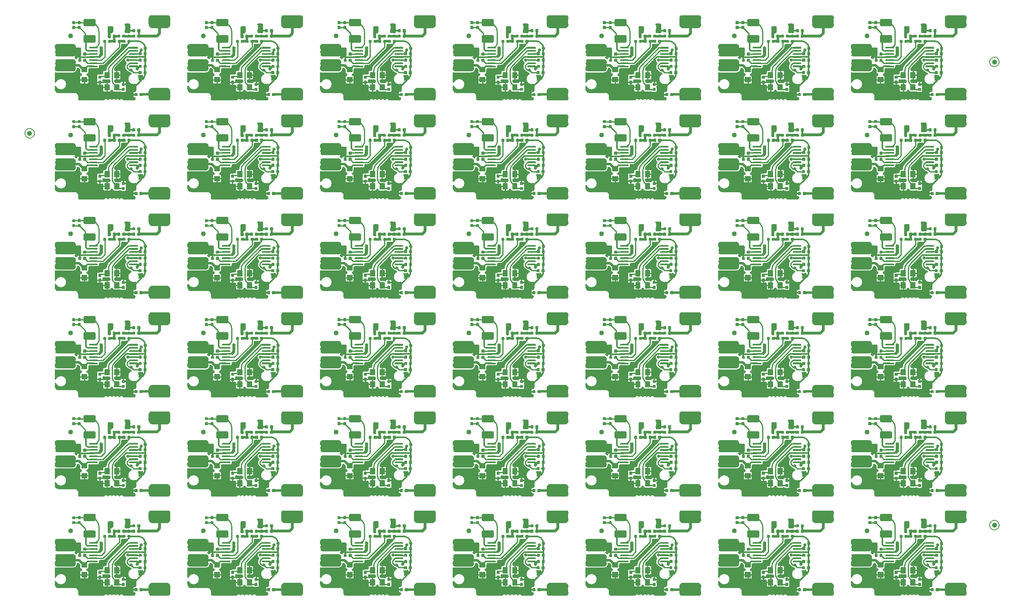
<source format=gtl>
*
%FSLAX35Y35*%
%MOMM*%
%ADD10R,0.468000X0.468000*%
%ADD11C,0.152000*%
%ADD12R,0.918000X0.918000*%
%ADD13R,1.320000X1.320000*%
%ADD14C,1.300000*%
%ADD15R,0.196000X0.196000*%
%ADD16C,0.174000*%
%ADD17R,0.170000X0.170000*%
%ADD18C,0.150000*%
%ADD19R,1.036000X1.036000*%
%ADD20C,0.508000*%
%ADD21R,1.420000X1.420000*%
%ADD22C,1.400000*%
%ADD23C,0.520115*%
%ADD24C,0.274000*%
%ADD25C,0.619937*%
%ADD26C,0.420040*%
%ADD27C,0.669975*%
%ADD28C,1.020000*%
%ADD29R,1.112190X1.112190*%
%ADD30C,0.370000*%
%ADD31C,0.219888*%
%ADD32C,0.319965*%
%ADD33R,0.304800X0.304800*%
%ADD34R,0.152400X0.152400*%
%ADD35C,1.050000*%
%ADD36C,0.201000*%
%ADD37C,0.400000*%
%ADD38C,2.151000*%
%ADD39C,0.901000*%
%IPPOS*%
%LN2697ay02f009566a0.gtl*%
%LPD*%
G75*
G54D10*
X00649066Y00862977D02*
X00664266D01*
G54D11*
X00633266Y00886377D02*
X00680066D01*
X00633266Y00839577D02*
X00680066D01*
G54D10*
X00544926Y00862977D02*
X00560126D01*
G54D11*
X00529126Y00886377D02*
X00575926D01*
X00529126Y00839577D02*
X00575926D01*
G54D10*
X00649066Y00993114D02*
X00664266D01*
G54D11*
X00633266Y01016514D02*
X00680066D01*
X00633266Y00969714D02*
X00680066D01*
G54D10*
X00544926Y00993114D02*
X00560126D01*
G54D11*
X00529126Y01016514D02*
X00575926D01*
X00529126Y00969714D02*
X00575926D01*
G54D12*
X01326591Y00275886D02*
Y00316086D01*
G54D11*
X01280691Y00237586D02*
Y00354386D01*
X01372491Y00237586D02*
Y00354386D01*
G54D12*
X01326591Y00529886D02*
Y00570086D01*
G54D11*
X01280691Y00491586D02*
Y00608386D01*
X01372491Y00491586D02*
Y00608386D01*
G54D12*
X01123391Y00529886D02*
Y00570086D01*
G54D11*
X01077491Y00491586D02*
Y00608386D01*
X01169291Y00491586D02*
Y00608386D01*
G54D12*
X01123391Y00275886D02*
Y00316086D01*
G54D11*
X01077491Y00237586D02*
Y00354386D01*
X01169291Y00237586D02*
Y00354386D01*
G54D10*
X01268191Y01369999D02*
X01283391D01*
G54D11*
X01252391Y01393399D02*
X01299191D01*
X01252391Y01346599D02*
X01299191D01*
G54D10*
X01164051Y01369999D02*
X01179251D01*
G54D11*
X01148251Y01393399D02*
X01195051D01*
X01148251Y01346599D02*
X01195051D01*
G54D10*
X00414395Y01551203D02*
X00429595D01*
G54D11*
X00398595Y01574603D02*
X00445395D01*
X00398595Y01527803D02*
X00445395D01*
G54D10*
X00414395Y01655343D02*
X00429595D01*
G54D11*
X00398595Y01678743D02*
X00445395D01*
X00398595Y01631943D02*
X00445395D01*
G54D10*
X01916196Y00735990D02*
X01931395D01*
G54D11*
X01900396Y00759390D02*
X01947195D01*
X01900396Y00712590D02*
X01947195D01*
G54D10*
X01812056Y00735990D02*
X01827256D01*
G54D11*
X01796255Y00759390D02*
X01843055D01*
X01796255Y00712590D02*
X01843055D01*
G54D10*
X01912195Y00605002D02*
X01927395D01*
G54D11*
X01896395Y00628402D02*
X01943195D01*
X01896395Y00581602D02*
X01943195D01*
G54D10*
X01808055Y00605002D02*
X01823255D01*
G54D11*
X01792255Y00628402D02*
X01839055D01*
X01792255Y00581602D02*
X01839055D01*
G54D10*
X01916196Y00865987D02*
X01931395D01*
G54D11*
X01900396Y00889387D02*
X01947195D01*
X01900396Y00842587D02*
X01947195D01*
G54D10*
X01812056Y00865987D02*
X01827256D01*
G54D11*
X01796255Y00889387D02*
X01843055D01*
X01796255Y00842587D02*
X01843055D01*
G54D10*
X01915205Y01005001D02*
X01930405D01*
G54D11*
X01899405Y01028401D02*
X01946205D01*
X01899405Y00981601D02*
X01946205D01*
G54D10*
X01811065Y01005001D02*
X01826265D01*
G54D11*
X01795265Y01028401D02*
X01842065D01*
X01795265Y00981601D02*
X01842065D01*
G54D10*
X01722597Y00143002D02*
X01737797D01*
G54D11*
X01706797Y00166401D02*
X01753597D01*
X01706797Y00119602D02*
X01753597D01*
G54D10*
X01826737Y00143002D02*
X01841937D01*
G54D11*
X01810937Y00166401D02*
X01857737D01*
X01810937Y00119602D02*
X01857737D01*
G54D10*
X01678604Y01483994D02*
X01693804D01*
G54D11*
X01662804Y01507394D02*
X01709604D01*
X01662804Y01460594D02*
X01709604D01*
G54D10*
X01782744Y01483994D02*
X01797944D01*
G54D11*
X01766944Y01507394D02*
X01813744D01*
X01766944Y01460594D02*
X01813744D01*
G54D10*
X01573397Y01369199D02*
X01588597D01*
G54D11*
X01557597Y01392599D02*
X01604397D01*
X01557597Y01345799D02*
X01604397D01*
G54D10*
X01573397Y01473339D02*
X01588597D01*
G54D11*
X01557597Y01496739D02*
X01604397D01*
X01557597Y01449939D02*
X01604397D01*
G54D10*
X01675594Y01369999D02*
X01690794D01*
G54D11*
X01659794Y01393399D02*
X01706594D01*
X01659794Y01346599D02*
X01706594D01*
G54D10*
X01779734Y01369999D02*
X01794934D01*
G54D11*
X01763934Y01393399D02*
X01810734D01*
X01763934Y01346599D02*
X01810734D01*
G54D10*
X01457395Y00252196D02*
X01472595D01*
G54D11*
X01441595Y00275596D02*
X01488395D01*
X01441595Y00228796D02*
X01488395D01*
G54D10*
X01457395Y00356336D02*
X01472595D01*
G54D11*
X01441595Y00379736D02*
X01488395D01*
X01441595Y00332936D02*
X01488395D01*
G54D10*
X00965397Y00507796D02*
X00980597D01*
G54D11*
X00949597Y00531196D02*
X00996397D01*
X00949597Y00484396D02*
X00996397D01*
G54D10*
X00965397Y00403656D02*
X00980597D01*
G54D11*
X00949597Y00427056D02*
X00996397D01*
X00949597Y00380256D02*
X00996397D01*
G54D10*
X01469587Y01261999D02*
X01484787D01*
G54D11*
X01453787Y01285399D02*
X01500587D01*
X01453787Y01238599D02*
X01500587D01*
G54D10*
X01573727Y01261999D02*
X01588927D01*
G54D11*
X01557927Y01285399D02*
X01604727D01*
X01557927Y01238599D02*
X01604727D01*
G54D10*
X01068598Y01261999D02*
X01083798D01*
G54D11*
X01052798Y01285399D02*
X01099598D01*
X01052798Y01238599D02*
X01099598D01*
G54D10*
X01172737Y01261999D02*
X01187938D01*
G54D11*
X01156938Y01285399D02*
X01203738D01*
X01156938Y01238599D02*
X01203738D01*
G54D10*
X01268597Y01261999D02*
X01283797D01*
G54D11*
X01252797Y01285399D02*
X01299597D01*
X01252797Y01238599D02*
X01299597D01*
G54D10*
X01372737Y01261999D02*
X01387937D01*
G54D11*
X01356937Y01285399D02*
X01403737D01*
X01356937Y01238599D02*
X01403737D01*
G54D10*
X01363593Y01369999D02*
X01378793D01*
G54D11*
X01347793Y01393399D02*
X01394593D01*
X01347793Y01346599D02*
X01394593D01*
G54D10*
X01467733Y01369999D02*
X01482933D01*
G54D11*
X01451933Y01393399D02*
X01498733D01*
X01451933Y01346599D02*
X01498733D01*
G54D10*
X00534397Y01655800D02*
X00549597D01*
G54D11*
X00518597Y01679200D02*
X00565397D01*
X00518597Y01632400D02*
X00565397D01*
G54D10*
X00534397Y01551660D02*
X00549597D01*
G54D11*
X00518597Y01575060D02*
X00565397D01*
X00518597Y01528260D02*
X00565397D01*
G54D13*
X00079001Y01079982D02*
X00399001D01*
G54D14*
X00078001Y01145982D02*
X00400001D01*
X00078001Y01013982D02*
X00400001D01*
G54D13*
X00079001Y00759968D02*
X00399001D01*
G54D14*
X00078001Y00825968D02*
X00400001D01*
X00078001Y00693967D02*
X00400001D01*
G54D15*
X01597790Y00736003D02*
X01760190D01*
G54D16*
X01596690Y00745803D02*
X01761290D01*
X01596690Y00726203D02*
X01761290D01*
G54D15*
X01597790Y00801001D02*
X01760190D01*
G54D16*
X01596690Y00810801D02*
X01761290D01*
X01596690Y00791201D02*
X01761290D01*
G54D15*
X01597790Y00866000D02*
X01760190D01*
G54D16*
X01596690Y00875800D02*
X01761290D01*
X01596690Y00856200D02*
X01761290D01*
G54D15*
X01597790Y00930998D02*
X01760190D01*
G54D16*
X01596690Y00940798D02*
X01761290D01*
X01596690Y00921199D02*
X01761290D01*
G54D15*
X01597790Y00995997D02*
X01760190D01*
G54D16*
X01596690Y01005797D02*
X01761290D01*
X01596690Y00986197D02*
X01761290D01*
G54D15*
X01597790Y01060996D02*
X01760190D01*
G54D16*
X01596690Y01070796D02*
X01761290D01*
X01596690Y01051196D02*
X01761290D01*
G54D15*
X01597790Y01125994D02*
X01760190D01*
G54D16*
X01596690Y01135794D02*
X01761290D01*
X01596690Y01116194D02*
X01761290D01*
G54D17*
X00756487Y01125994D02*
X00921487D01*
G54D18*
X00755487Y01134494D02*
X00922487D01*
X00755487Y01117494D02*
X00922487D01*
G54D17*
X00756487Y01060996D02*
X00921487D01*
G54D18*
X00755487Y01069495D02*
X00922487D01*
X00755487Y01052495D02*
X00922487D01*
G54D17*
X00756487Y00995997D02*
X00921487D01*
G54D18*
X00755487Y01004497D02*
X00922487D01*
X00755487Y00987497D02*
X00922487D01*
G54D17*
X00756487Y00930998D02*
X00921487D01*
G54D18*
X00755487Y00939499D02*
X00922487D01*
X00755487Y00922499D02*
X00922487D01*
G54D17*
X00756487Y00866000D02*
X00921487D01*
G54D18*
X00755487Y00874500D02*
X00922487D01*
X00755487Y00857500D02*
X00922487D01*
G54D17*
X00756487Y00801001D02*
X00921487D01*
G54D18*
X00755487Y00809501D02*
X00922487D01*
X00755487Y00792501D02*
X00922487D01*
G54D17*
X00756487Y00736003D02*
X00921487D01*
G54D18*
X00755487Y00744502D02*
X00922487D01*
X00755487Y00727503D02*
X00922487D01*
G54D19*
X00682802Y01654454D02*
X00835202D01*
G54D20*
X00656402Y01706254D02*
X00861602D01*
X00656402Y01602654D02*
X00861602D01*
G54D19*
X00682802Y01311554D02*
X00835202D01*
G54D20*
X00656402Y01363354D02*
X00861602D01*
X00656402Y01259754D02*
X00861602D01*
G54D21*
X02067004Y00145377D02*
X02377004D01*
G54D22*
X02066004Y00216377D02*
X02378004D01*
X02066004Y00074377D02*
X02378004D01*
G54D21*
X02067004Y01684375D02*
X02377004D01*
G54D22*
X02066004Y01755375D02*
X02378004D01*
X02066004Y01613375D02*
X02378004D01*
G54D23*
X01834337Y00143002D02*
X01836724Y00145389D01*
X02221991D01*
X00238988Y00759968D02*
X00541020D01*
X00634593Y00666419D01*
X00645998D01*
X01180338Y01261999D02*
X01276984D01*
Y01358798D01*
X01475333Y01369999D02*
X01580184D01*
X01580997Y01369186D01*
X01380337Y01261999D02*
X01477187D01*
X01275791Y01369999D02*
X01371193D01*
X01580997Y01369186D02*
X01682394D01*
X01683207Y01369999D01*
G54D24*
X01283004Y00348005D02*
X01326591Y00304393D01*
Y00295986D01*
X01327404Y00253187D01*
X01464005D01*
X01464995Y00252196D01*
X00972997Y00507796D02*
X00995197Y00529996D01*
X01109421D01*
X01127506Y00548081D01*
X01151991Y00536600D01*
Y00648995D01*
X01227988Y00456996D02*
Y00632002D01*
Y00456996D02*
X01229242Y00438623D01*
X01232975Y00420589D01*
X01239120Y00403228D01*
X01247562Y00386860D01*
X01258145Y00371789D01*
X01270674Y00358291D01*
X01283004Y00348005D01*
X01200988Y00759002D02*
X01187548Y00745225D01*
X01176010Y00729819D01*
X01166569Y00713047D01*
X01159385Y00695191D01*
X01154579Y00676553D01*
X01152233Y00657450D01*
X01151991Y00648995D01*
X01280998Y00759002D02*
X01266869Y00743263D01*
X01254698Y00725965D01*
X01244658Y00707349D01*
X01236888Y00687677D01*
X01231497Y00667225D01*
X01228560Y00646279D01*
X01227988Y00632002D01*
X01123391Y00549986D02*
X01127506Y00548081D01*
X00656666Y00862990D02*
Y00862838D01*
X00718997Y00800989D01*
X00838987D01*
X01040002D01*
X01380337Y01141349D01*
Y01261999D01*
X00838987Y00865987D02*
X01003985D01*
X01075994Y00937996D01*
Y01261795D01*
X01076198Y01261999D01*
X01200988Y00759002D02*
X01567992Y01126007D01*
X01678990D01*
X01280998Y00759002D02*
X01583004Y01061008D01*
X01678990D01*
X01756994Y00678002D02*
X01819656Y00740664D01*
Y00735990D01*
X01678990D02*
X01819656D01*
X00656666Y00993114D02*
Y00995984D01*
X00838987D01*
Y01126007D02*
X00855781Y01127257D01*
X00872205Y01130981D01*
X00887896Y01137098D01*
X00902507Y01145473D01*
X00915716Y01155920D01*
X00927230Y01168208D01*
X00936798Y01182068D01*
X00944206Y01197192D01*
X00949291Y01213246D01*
X00951001Y01221994D01*
X01678990Y00995984D02*
X01818665Y01005001D01*
Y01052652D01*
X01845005Y01078991D01*
X00744448Y01321003D02*
X00772668D01*
X00778992Y01314653D01*
X00759002Y01311554D02*
X00778992Y01314653D01*
X01275791Y01369999D02*
X01276984Y01358798D01*
X00421995Y01655343D02*
X00541527D01*
X00541985Y01655800D01*
X00421995Y01551203D02*
X00541527D01*
X00541985Y01551660D01*
X00667994Y01425651D01*
Y01321003D01*
X00744448D01*
X00541985Y01655800D02*
X00796645D01*
X00951001Y01472006D02*
Y01221994D01*
Y01472006D02*
X00947933Y01494949D01*
X00942404Y01517427D01*
X00934480Y01539176D01*
X00924252Y01559941D01*
X00911840Y01579480D01*
X00897390Y01597564D01*
X00889000Y01606448D01*
X00796645Y01655800D02*
X00759002Y01654454D01*
X00840993D01*
X00889000Y01606448D01*
X00905002Y00403656D02*
X00943000D01*
X00972997Y00335661D02*
Y00373659D01*
X01040993Y00403656D02*
X01002995D01*
X01532991Y00356336D02*
X01494993D01*
X01464995Y00424332D02*
Y00386334D01*
X00645998Y00362965D02*
Y00400989D01*
X00743686Y00455599D02*
X00705688D01*
X00548309D02*
X00586308D01*
X01417091Y00549986D02*
X01379092D01*
X01326591Y00653008D02*
Y00614984D01*
Y00446989D02*
Y00484987D01*
X01123391Y00399008D02*
Y00360984D01*
X01032890Y00295986D02*
X01070889D01*
X01123391Y00192989D02*
Y00230987D01*
G54D25*
X01787347Y01369999D02*
X01795348Y01378000D01*
X02169007D01*
X02226005Y01434998D01*
X02206371Y01684375D02*
X02186000Y01664004D01*
X02226005Y01623999D01*
Y01434998D01*
G54D26*
X01787347Y01369999D02*
Y01470990D01*
X01790344Y01483994D01*
X02206371Y01684375D02*
X02221991D01*
G54D27*
X00589000Y00062991D03*
X00249986Y00221995D03*
X00389001Y00245998D03*
X00408000Y00391007D03*
X00597001Y00245008D03*
X00489991Y00248996D03*
X00492988Y00397002D03*
X00594004Y00153009D03*
X01678990Y00257987D03*
X01591005Y00354990D03*
X01586992Y00256006D03*
X00105994Y00526999D03*
X00243992D03*
X00487984Y00513994D03*
X01545005Y00437006D03*
X01505000Y00486003D03*
X01840001Y00472008D03*
X01205001Y00865987D03*
X01468983Y00848994D03*
X01629994Y00659003D03*
X01756994Y00678002D03*
X01557985Y00867003D03*
X00999997Y01049985D03*
Y01118006D03*
X00997991Y00988999D03*
X01251000Y00916000D03*
X01303985Y00964996D03*
X01354988Y01021994D03*
X01410995Y01070991D03*
X01483994Y01153998D03*
X01845005Y01078991D03*
X01216990Y01461998D03*
X01218006Y01537004D03*
X01530985Y01603984D03*
X01583004Y01551000D03*
G54D28*
X00360984Y01375994D03*
G54D29*
X00640918Y00666419D02*
X00651078D01*
X00640918Y00455599D02*
X00651078D01*
G54D30*
X00594004Y00153009D02*
Y00241985D01*
X00597001Y00245008D01*
X01464995Y00356336D02*
X01589658D01*
X01591005Y00354990D01*
X01708988Y00287985D02*
X01686001D01*
X01840001Y00435000D01*
Y00472008D01*
X01599996Y00270992D02*
Y00143002D01*
X01730197D01*
X01599996Y00270992D02*
X01608988Y00257987D01*
X01678990D01*
X01708988Y00287985D01*
X01840001Y00472008D02*
X01886788D01*
X01919808Y00534009D01*
Y00605002D01*
Y00732002D01*
X01923796Y00735990D01*
X01464995Y00872998D02*
X01510976Y00918978D01*
X01546331Y00933622D02*
X01679869D01*
X01464995Y00872998D02*
X01468983Y00870991D01*
Y00848994D01*
X01923796Y00865987D02*
Y00735990D01*
X00238988Y01079982D02*
X00241122D01*
X00327990Y00993114D01*
X00552526D01*
X00238988Y01079982D02*
X00272999Y01113993D01*
X00375996D01*
X00510997Y00965987D02*
X00538099Y00993114D01*
X00552526D01*
Y00862990D02*
Y00930986D01*
Y00927610D02*
X00838987D01*
X00552526Y00993114D02*
Y00930986D01*
X00986993Y01137488D02*
X00999997Y01124508D01*
Y01118006D01*
X00838987Y00930986D02*
X00940003D01*
X00997991Y00988999D01*
X00999997Y01049985D02*
Y01118006D01*
X00997991Y00988999D02*
Y01048003D01*
X00999997Y01049985D01*
X01354988Y01021994D02*
X01403985Y01070991D01*
X01410995D01*
Y01080998D01*
X01483994Y01153998D01*
X01497990Y01167993D01*
X01530324D01*
X01581327Y01218996D01*
Y01261999D01*
X01678990Y00930986D02*
X01923796D01*
X01922805Y01132992D02*
X01922627Y01139825D01*
X01922805Y01132992D02*
Y01005001D01*
X01923796Y00930986D02*
Y00865987D01*
X01922805Y01005001D02*
X01923796Y00994994D01*
Y00930986D01*
X01171651Y01369999D02*
Y01416989D01*
X01216660Y01461998D01*
X01216990D01*
X01581327Y01261999D02*
X01773986D01*
X01922627Y01139825D02*
X01917636Y01158650D01*
X01910271Y01176679D01*
X01900655Y01193615D01*
X01888945Y01209176D01*
X01875336Y01223108D01*
X01860052Y01235179D01*
X01843346Y01245189D01*
X01825495Y01252974D01*
X01806791Y01258404D01*
X01787546Y01261391D01*
X01773986Y01261999D01*
X01191996Y01564005D02*
X01218006Y01537995D01*
Y01537004D01*
X01164005Y01534998D02*
X01165987Y01537004D01*
X01218006D01*
X01156995Y01516989D02*
X01161999D01*
X01216990Y01461998D01*
X01580997Y01446987D02*
Y01473327D01*
X01513001Y01559991D02*
X01573987D01*
X01583004Y01551000D01*
X01530985Y01603984D02*
X01583004Y01551990D01*
Y01551000D01*
X01591665Y01473987D02*
X01580997Y01473327D01*
X01591665Y01483994D01*
X01686204D01*
G54D31*
X01546987Y00753999D02*
Y00702995D01*
X01591005Y00659003D01*
X01629994D01*
X01546987Y00753999D02*
X01594002Y00800989D01*
X01678990D01*
X01629994Y00659003D02*
X01683994Y00605002D01*
X01815668D01*
X01557985Y00867003D02*
Y00872007D01*
X01672996D01*
X01678990Y00865987D01*
X01819656D01*
G54D32*
X00645998Y00666419D02*
X00716584Y00737006D01*
X00837996D01*
X00680364Y01115644D02*
X00681613Y01104030D01*
X00685302Y01092947D01*
X00691262Y01082901D01*
X00699221Y01074352D01*
X00708816Y01067691D01*
X00719608Y01063221D01*
X00731104Y01061147D01*
X00734999Y01061008D01*
X00680999Y01124000D02*
X00680364Y01115644D01*
X00734999Y01061008D02*
X00838987D01*
X00680999Y01124000D02*
Y01297990D01*
X00703986Y01321003D01*
X00744448D01*
G36*
X01898063Y01095065D02*
X01894726Y01103597D01*
G02X01919616Y01150527I00024646J00016994D01*
G01X01932505Y01150207D01*
X01937629Y01148943D01*
G02X01943044Y01146573I-00004106J-00016754D01*
G01X01946577Y01144203D01*
G02X01953197Y01137093I-00013299J-00019020D01*
G01X01955682Y01132669D01*
X01957484Y01126981D01*
X01957752Y01125242D01*
X01958252Y01098383D01*
G02X01923280Y01068837I-00030230J00000312D01*
G02X01898063Y01095065I00004785J00029837D01*
G37*
G36*
X01025987Y00411241D02*
G01X01025918Y00427988D01*
X01025237Y00433361D01*
G02X01048991Y00465513I00029543J00003025D01*
G01X01049612Y00465435D01*
X01050251Y00465276D01*
X01055706Y00463223D01*
X01071566Y00462907D01*
X01076264Y00462116D01*
X01167518Y00461801D01*
G02X01194199Y00431938I-00003820J-00030263D01*
G01X01196356Y00419931D01*
G02X01170525Y00384222I-00029690J-00005719D01*
G01X01074781Y00383748D01*
X01071256Y00383117D01*
X01055443Y00382801D01*
X01051166Y00381220D01*
G02X01046325Y00381220I-00002420J00007051D01*
G02X01025987Y00411241I00010050J00028709D01*
G37*
G36*
X01773952Y00467172D02*
G03X01766842Y00505566I-00094885J00002284D01*
G01X01764415Y00511255D01*
G02X01789280Y00551861I00028035J00010749D01*
G01X01842272Y00552335D01*
X01844557Y00552809D01*
X01861065Y00553124D01*
X01861519Y00553283D01*
X01863581Y00554389D01*
X01864736Y00554863D01*
X01865882Y00555179D01*
G02X01868271Y00555337I00001445J-00003713D01*
G01X01870446Y00554705D01*
X01876327Y00552177D01*
G02X01880301Y00544909I-00003631J-00006707D01*
G01X01880325Y00537009D01*
G03X01881788Y00525633I00029953J-00001931D01*
G03X01884733Y00517416I00025434J00004482D01*
G01X01887757Y00511571D01*
G02X01886767Y00502565I-00006584J-00003834D01*
G01X01821817Y00437943D01*
G02X01798267Y00432412I-00018337J00025179D01*
G02X01773952Y00467172I00005421J00029677D01*
G37*
G36*
X00950983Y00920316D02*
G01X00950904Y00961239D01*
G02X00954401Y00970403I00008033J00002184D01*
G01X00956145Y00972299D01*
X00965800Y00981937D01*
X00965865Y00982094D01*
X00966119Y01138989D01*
G02X00968514Y01144992I00010705J-00000791D01*
G01X00970097Y01146731D01*
X00971994Y01148153D01*
X00973888Y01149101D01*
X00976620Y01149890D01*
X01017453Y01149970D01*
G02X01032857Y01134880I00002712J-00012640D01*
G01X01033039Y00972931D01*
G02X01032038Y00966611I-00018768J-00000268D01*
G02X01029794Y00963135I-00008179J00002818D01*
G01X00981516Y00914628D01*
G02X00970487Y00911389I-00008653J00009067D01*
G01Y00911548D01*
X00967770D01*
Y00911469D01*
X00967541Y00911410D01*
X00957510Y00911627D01*
X00956719Y00911784D01*
G02X00950983Y00920316I00001857J00007442D01*
G37*
G36*
X01498002Y01449142D02*
G01X01497955Y01530355D01*
X01497908Y01530513D01*
G02X01493986Y01549314I00029276J00015917D01*
G03X01483229Y01593239I-00099629J-00001121D01*
G02X01515611Y01634871I00028154J00011512D01*
G01X01579205D01*
G02X01599973Y01630369I00003822J-00032514D01*
G01X01603231Y01627999D01*
X01606338Y01624997D01*
X01608917Y01621678D01*
X01611003Y01618045D01*
X01613216Y01612198D01*
X01613779Y01608565D01*
X01614014Y01448669D01*
G02X01597216Y01431841I-00015144J-00001680D01*
G01Y01431999D01*
X01514792D01*
Y01431920D01*
X01514482Y01431841D01*
X01511693Y01431920D01*
X01509175Y01432395D01*
G02X01498002Y01449142I00003929J00014721D01*
G37*
G36*
X01141996Y01344231D02*
G01X01141967Y01563534D01*
G02X01154622Y01578861I00015045J00000465D01*
G01X01240370D01*
G02X01252906Y01561954I-00002719J-00015117D01*
G01X01253070Y01460519D01*
G02X01234613Y01445114I-00015266J-00000469D01*
G01X01201074Y01444876D01*
X01200944Y01340596D01*
X01200499Y01338069D01*
X01199580Y01335541D01*
X01198305Y01333329D01*
X01196587Y01331275D01*
X01194729Y01329695D01*
X01192632Y01328431D01*
X01190226Y01327483D01*
X01188070Y01327009D01*
X01155686D01*
X01153168Y01327483D01*
G02X01141996Y01344231I00003920J00014715D01*
G37*
G36*
X00470517Y00889032D02*
G01X00465224Y00894563D01*
X00464031Y00895511D01*
G03X00447930Y00905939I-00032694J-00032837D01*
G01X00444138Y00907677D01*
G02X00440240Y00911627I00003103J00006962D01*
G02X00454487Y00946703I00029775J00008337D01*
G01X00460185Y00951758D01*
X00460315Y00951916D01*
X00374686Y00952075D01*
G02X00363630Y00976090I00001299J00015151D01*
G03X00361777Y01013694I-00035640J00017091D01*
G02X00360998Y01017170I00006834J00003357D01*
G01X00361042Y01112128D01*
G02X00373622Y01128877I00014995J00001835D01*
G01X00568362D01*
G02X00580897Y01111813I-00002637J-00015073D01*
G01X00580988Y00966926D01*
G02X00568007Y00952075I-00015065J00000069D01*
G01X00567989Y00922213D01*
G02X00561481Y00915103I-00007602J00000425D01*
G01X00554316Y00914945D01*
Y00914866D01*
X00551217D01*
Y00914945D01*
X00506427Y00914787D01*
X00505772Y00914628D01*
G03X00500459Y00904359I00002146J-00007619D01*
G01X00500526Y00898513D01*
G02X00498158Y00892953I-00007704J-00000004D01*
G02X00482115Y00884451I-00022105J00022323D01*
G01X00479022Y00884055D01*
X00477519D01*
X00476868Y00884135D01*
X00476181Y00884292D01*
X00475274Y00884609D01*
G02X00470517Y00889032I00002515J00007474D01*
G37*
G36*
X00506991Y00044048D02*
G01X00506357Y00107723D01*
G03X00446342Y00172187I-00064939J-00000289D01*
G01X00090304Y00172977D01*
X00074615Y00176294D01*
X00057785Y00183721D01*
X00048135Y00190041D01*
X00038767Y00198414D01*
X00029779Y00209475D01*
X00023722Y00219902D01*
X00018680Y00232700D01*
X00016067Y00244076D01*
X00014998Y00264143D01*
X00014997Y00297797D01*
G02X00067462Y00318021I00030104J00000067D01*
G02X00073491Y00308541I-00023359J-00021513D01*
G03X00070233Y00403973I00080433J00050517D01*
G02X00015029Y00418824I-00025236J00016222D01*
G01X00014997Y00581880D01*
G02X00038893Y00610479I00028781J00000234D01*
G01X00042838Y00609531D01*
G03X00064802Y00607793I00016076J00063506D01*
G01X00228166Y00607161D01*
X00408308Y00607476D01*
X00410626Y00607793D01*
G03X00458042Y00619485I00006907J00073980D01*
G01X00462764Y00622960D01*
G03X00485127Y00660249I-00041536J00050260D01*
G01X00485516Y00661828D01*
G03X00486110Y00680789I-00066924J00011583D01*
G02X00516268Y00705358I00029695J-00005656D01*
G02X00539561Y00693587I-00001942J-00032775D01*
G01X00555593Y00677471D01*
G02X00563298Y00658195I-00022302J-00020092D01*
G01X00563361Y00610794D01*
X00564284Y00604633D01*
X00564392Y00589939D01*
X00580128Y00589623D01*
G02X00580016Y00532427I-00008886J-00028581D01*
G01X00564383Y00532110D01*
X00564278Y00517259D01*
X00563532Y00513151D01*
X00563369Y00399549D01*
X00564293Y00393544D01*
X00564387Y00379166D01*
X00580337Y00378851D01*
X00583110Y00378219D01*
X00708886D01*
X00711658Y00378851D01*
X00727609Y00379166D01*
X00727782Y00394493D01*
X00728458Y00398126D01*
X00728602Y00512045D01*
X00727718Y00517416D01*
X00727613Y00532110D01*
X00711980Y00532427D01*
G02X00690869Y00563553I00008921J00028773D01*
G02X00711868Y00589623I00030699J-00003236D01*
G01X00727611Y00589939D01*
X00727782Y00605423D01*
X00728473Y00609057D01*
X00728687Y00667991D01*
G02X00755457Y00697853I00030026J00000014D01*
G01X00925771Y00698326D01*
X00928050Y00698800D01*
X00945017Y00699117D01*
G03X00950968Y00706069I-00001535J00007337D01*
G01X00951001Y00720289D01*
X00951816Y00725187D01*
X00952063Y00737194D01*
G02X00979069Y00765160I00029937J-00001887D01*
G01X01043850Y00765476D01*
G03X01065854Y00776537I-00001858J00031117D01*
G01X01067277Y00777800D01*
X01069021Y00779696D01*
X01070278Y00780802D01*
X01406128Y01116711D01*
G03X01411580Y01124295I-00017264J00018162D01*
G01X01412434Y01125716D01*
G03X01416036Y01142623I-00032621J00015787D01*
G01X01416035Y01179752D01*
G02X01452640Y01209141I00030280J-00000225D01*
G01X01503533Y01209299D01*
X01506018Y01209772D01*
X01522753Y01210089D01*
X01525277Y01211511D01*
G02X01532265Y01211668I00003660J-00007262D01*
G01X01540153Y01208983D01*
G02X01545096Y01203137I-00006009J-00010095D01*
G01X01546386Y01200451D01*
G03X01551870Y01192709I00025851J00012499D01*
G01X01552925Y01191445D01*
X01556480Y01188127D01*
X01562039Y01184335D01*
G02X01565228Y01179911I-00004178J-00006374D01*
G02X01548557Y01155895I-00029624J00002770D01*
G01X01543321Y01151787D01*
X01158423Y00765950D01*
X01142031Y00742724D01*
X01135171Y00730085D01*
X01125684Y00707016D01*
X01118622Y00678419D01*
X01116759Y00663251D01*
G02X01111238Y00650137I-00030385J00005074D01*
G02X01089820Y00638128I-00024090J00017862D01*
G01X01075364Y00637813D01*
X01071541Y00637180D01*
X01054791Y00636865D01*
G03X01048824Y00626437I00001422J-00007735D01*
G01X01048871Y00615376D01*
X01048104Y00610953D01*
X01047836Y00593888D01*
G02X01021574Y00565923I-00029898J00001763D01*
G01X00992508Y00565607D01*
G03X00979783Y00562289I00002503J-00035654D01*
G01X00977747Y00561815D01*
G02X00969895Y00560902I-00006134J00018539D01*
G01X00947014Y00560551D01*
X00943416Y00559918D01*
X00926897Y00559603D01*
G03X00920704Y00550755I00003852J-00009288D01*
G01X00920750Y00550123D01*
X00920930Y00549175D01*
X00920972Y00538115D01*
X00920208Y00533691D01*
X00920091Y00483130D01*
X00920967Y00477600D01*
X00921020Y00463697D01*
X00922680Y00457693D01*
G02X00921363Y00451373I-00007457J-00001743D01*
G03X00920738Y00446001I00006534J-00003482D01*
G01X00920904Y00445211D01*
X00920973Y00433993D01*
X00920209Y00429569D01*
X00920183Y00378535D01*
X00920975Y00373320D01*
X00921019Y00358785D01*
G03X00927057Y00351832I00007581J00000486D01*
G01X00943850Y00351516D01*
X00947178Y00350885D01*
X00998844D01*
X01002173Y00351516D01*
X01018276Y00351832D01*
X01022798Y00353413D01*
X01025480Y00353807D01*
G02X01047699Y00328290I-00007322J-00028807D01*
G01X01047957Y00236651D01*
X01048904Y00230331D01*
X01048906Y00216111D01*
G03X01055201Y00209158I00007364J00000342D01*
G01X01071749Y00208843D01*
X01075109Y00208211D01*
X01171704D01*
X01175044Y00208843D01*
X01191638Y00209158D01*
G03X01197897Y00218796I-00001513J00007834D01*
G01X01197891Y00227486D01*
G02X01198222Y00230331I00008044J00000505D01*
G02X01249786Y00234123I00026870J-00012901D01*
G02X01252093Y00228277I-00006828J-00006073D01*
G01X01252113Y00216111D01*
G03X01258404Y00209158I00007362J00000340D01*
G01X01274958Y00208843D01*
X01278296Y00208211D01*
X01374898D01*
X01378238Y00208843D01*
X01394779Y00209158D01*
G03X01399974Y00212476I-00001187J00007585D01*
G02X01413084Y00206630I00005441J-00005421D01*
G03X01414668Y00203155I00006805J00001002D01*
G01X01414960Y00202681D01*
X01416703Y00201259D01*
X01416962Y00201101D01*
X01418429Y00200468D01*
X01419055Y00200310D01*
X01436154Y00199995D01*
X01440557Y00199363D01*
X01489430D01*
X01493832Y00199995D01*
X01510968Y00200310D01*
G03X01514328Y00202049I-00001115J00006275D01*
G03X01517047Y00209317I-00004494J00005823D01*
G01X01517011Y00221641D01*
X01517807Y00227644D01*
X01517896Y00276941D01*
X01517037Y00282313D01*
X01516980Y00296058D01*
X01516962Y00296217D01*
X01515202Y00302379D01*
G02X01516282Y00308383I00007478J00001753D01*
G01X01517022Y00310436D01*
X01517143Y00311227D01*
X01517067Y00326395D01*
X01517655Y00330028D01*
X01517785Y00330503D01*
X01517807Y00330661D01*
X01517896Y00381063D01*
X01517037Y00386434D01*
X01516965Y00401286D01*
G03X01510595Y00408238I-00007585J-00000555D01*
G01X01494095Y00408555D01*
X01489924Y00409186D01*
X01438479Y00409029D01*
X01435799Y00408555D01*
X01419377Y00408238D01*
G03X01413068Y00397811I00003269J-00009101D01*
G01X01412990Y00396072D01*
G02X01409009Y00386750I-00007509J-00002304D01*
G01X01404745Y00384222D01*
X01403723Y00383748D01*
G02X01395023Y00382801I-00005303J00008272D01*
G01X01378780Y00383117D01*
X01375254Y00383748D01*
X01304923Y00384222D01*
G02X01286899Y00393229I00003360J00029265D01*
G01X01277773Y00405868D01*
X01272183Y00415980D01*
G02X01297432Y00461959I00026127J00015574D01*
G01X01375454Y00462275D01*
X01378534Y00462907D01*
X01395063Y00463223D01*
G03X01401097Y00472861I-00001458J00007620D01*
G01X01401163Y00485026D01*
X01401799Y00488819D01*
X01401886Y00489134D01*
X01401997Y00609689D01*
X01401135Y00615061D01*
X01401070Y00629913D01*
G03X01394838Y00636865I-00007339J-00000310D01*
G01X01378441Y00637180D01*
X01374617Y00637813D01*
X01296912Y00638128D01*
G02X01271935Y00678893I00002764J00029728D01*
G01X01276434Y00690742D01*
X01286341Y00709386D01*
X01302119Y00729769D01*
X01452860Y00880342D01*
G02X01496440Y00877025I00020165J-00023009D01*
G02X01503215Y00858064I-00023346J-00019032D01*
G03X01515455Y00831363I00054770J00008951D01*
G01X01515894Y00830731D01*
X01524806Y00822356D01*
G02X01522917Y00776537I-00020476J-00022105D01*
G01X01520528Y00773692D01*
X01517730Y00769110D01*
X01516391Y00766267D01*
X01514826Y00761211D01*
X01514158Y00757102D01*
X01514090Y00700697D01*
X01514633Y00696747D01*
X01516182Y00691374D01*
X01517828Y00687583D01*
X01519962Y00684107D01*
X01569392Y00634020D01*
X01571357Y00632441D01*
X01575543Y00629755D01*
X01578929Y00628175D01*
G02X01589245Y00621539I-00009042J-00025392D01*
G01X01591149Y00619643D01*
X01591996Y00618537D01*
X01596071Y00615061D01*
G03X01620116Y00604317I00033866J00043512D01*
G02X01640638Y00564974I-00007645J-00029011D01*
G02X01624993Y00547594I-00028720J00010121D01*
G01X01613139Y00537957D01*
G03X01584975Y00482657I00064340J-00067591D01*
G03X01590220Y00435731I00094295J-00013215D01*
G01X01590357Y00435256D01*
X01598516Y00418983D01*
X01607559Y00406816D01*
X01614997Y00399233D01*
X01617274Y00397337D01*
X01617885Y00396705D01*
X01623795Y00392123D01*
G03X01702101Y00377271I00055286J00077632D01*
G02X01737627Y00348041I00005545J-00029464D01*
G01X01737540Y00223695D01*
G02X01705707Y00195887I-00030558J00002857D01*
G01X01700352Y00195096D01*
X01684124Y00194780D01*
G03X01677746Y00187196I00004389J-00010165D01*
G01X01678197Y00183404D01*
X01678221Y00173766D01*
X01677390Y00168553D01*
X01677293Y00118309D01*
X01678173Y00112779D01*
X01678230Y00097927D01*
G03X01684257Y00091133I00007570J00000645D01*
G01X01701081Y00090816D01*
G02X01720115Y00039467I-00002282J-00030048D01*
G01X01701645Y00021297D01*
X01697168Y00018453D01*
X01693195Y00016715D01*
X01687636Y00015293D01*
X01686508Y00015135D01*
X00536847Y00015293D01*
X00534868Y00015609D01*
G02X00506991Y00044048I00006369J00034126D01*
G37*
G54D30*
X01546331Y00933622D02*
G01X01535229Y00932374D01*
X01524680Y00928692D01*
X01515213Y00922760D01*
X01510976Y00918978D01*
G54D33*
X01752179Y00714634D02*
X01771098D01*
X01752179Y00716519D02*
X01771098D01*
G54D34*
X01837182Y01020920D02*
Y01045857D01*
X01841966Y01020920D02*
Y01045857D01*
X00920889Y01133327D02*
Y01143382D01*
X00922260Y01133327D02*
Y01143382D01*
G54D33*
X01874816Y00495906D02*
X01889241D01*
X01874816Y00505697D02*
X01889241D01*
G54D10*
X00649066Y02942977D02*
X00664266D01*
G54D11*
X00633266Y02966377D02*
X00680066D01*
X00633266Y02919577D02*
X00680066D01*
G54D10*
X00544926Y02942977D02*
X00560126D01*
G54D11*
X00529126Y02966377D02*
X00575926D01*
X00529126Y02919577D02*
X00575926D01*
G54D10*
X00649066Y03073114D02*
X00664266D01*
G54D11*
X00633266Y03096514D02*
X00680066D01*
X00633266Y03049714D02*
X00680066D01*
G54D10*
X00544926Y03073114D02*
X00560126D01*
G54D11*
X00529126Y03096514D02*
X00575926D01*
X00529126Y03049714D02*
X00575926D01*
G54D12*
X01326591Y02355886D02*
Y02396086D01*
G54D11*
X01280691Y02317586D02*
Y02434386D01*
X01372491Y02317586D02*
Y02434386D01*
G54D12*
X01326591Y02609886D02*
Y02650086D01*
G54D11*
X01280691Y02571586D02*
Y02688386D01*
X01372491Y02571586D02*
Y02688386D01*
G54D12*
X01123391Y02609886D02*
Y02650086D01*
G54D11*
X01077491Y02571586D02*
Y02688386D01*
X01169291Y02571586D02*
Y02688386D01*
G54D12*
X01123391Y02355886D02*
Y02396086D01*
G54D11*
X01077491Y02317586D02*
Y02434386D01*
X01169291Y02317586D02*
Y02434386D01*
G54D10*
X01268191Y03449999D02*
X01283391D01*
G54D11*
X01252391Y03473399D02*
X01299191D01*
X01252391Y03426599D02*
X01299191D01*
G54D10*
X01164051Y03449999D02*
X01179251D01*
G54D11*
X01148251Y03473399D02*
X01195051D01*
X01148251Y03426599D02*
X01195051D01*
G54D10*
X00414395Y03631203D02*
X00429595D01*
G54D11*
X00398595Y03654603D02*
X00445395D01*
X00398595Y03607803D02*
X00445395D01*
G54D10*
X00414395Y03735343D02*
X00429595D01*
G54D11*
X00398595Y03758743D02*
X00445395D01*
X00398595Y03711943D02*
X00445395D01*
G54D10*
X01916196Y02815990D02*
X01931395D01*
G54D11*
X01900396Y02839390D02*
X01947195D01*
X01900396Y02792590D02*
X01947195D01*
G54D10*
X01812056Y02815990D02*
X01827256D01*
G54D11*
X01796255Y02839390D02*
X01843055D01*
X01796255Y02792590D02*
X01843055D01*
G54D10*
X01912195Y02685002D02*
X01927395D01*
G54D11*
X01896395Y02708402D02*
X01943195D01*
X01896395Y02661602D02*
X01943195D01*
G54D10*
X01808055Y02685002D02*
X01823255D01*
G54D11*
X01792255Y02708402D02*
X01839055D01*
X01792255Y02661602D02*
X01839055D01*
G54D10*
X01916196Y02945987D02*
X01931395D01*
G54D11*
X01900396Y02969387D02*
X01947195D01*
X01900396Y02922587D02*
X01947195D01*
G54D10*
X01812056Y02945987D02*
X01827256D01*
G54D11*
X01796255Y02969387D02*
X01843055D01*
X01796255Y02922587D02*
X01843055D01*
G54D10*
X01915205Y03085001D02*
X01930405D01*
G54D11*
X01899405Y03108401D02*
X01946205D01*
X01899405Y03061601D02*
X01946205D01*
G54D10*
X01811065Y03085001D02*
X01826265D01*
G54D11*
X01795265Y03108401D02*
X01842065D01*
X01795265Y03061601D02*
X01842065D01*
G54D10*
X01722597Y02223002D02*
X01737797D01*
G54D11*
X01706797Y02246402D02*
X01753597D01*
X01706797Y02199601D02*
X01753597D01*
G54D10*
X01826737Y02223002D02*
X01841937D01*
G54D11*
X01810937Y02246402D02*
X01857737D01*
X01810937Y02199601D02*
X01857737D01*
G54D10*
X01678604Y03563994D02*
X01693804D01*
G54D11*
X01662804Y03587395D02*
X01709604D01*
X01662804Y03540595D02*
X01709604D01*
G54D10*
X01782744Y03563994D02*
X01797944D01*
G54D11*
X01766944Y03587395D02*
X01813744D01*
X01766944Y03540595D02*
X01813744D01*
G54D10*
X01573397Y03449199D02*
X01588597D01*
G54D11*
X01557597Y03472599D02*
X01604397D01*
X01557597Y03425799D02*
X01604397D01*
G54D10*
X01573397Y03553339D02*
X01588597D01*
G54D11*
X01557597Y03576739D02*
X01604397D01*
X01557597Y03529939D02*
X01604397D01*
G54D10*
X01675594Y03449999D02*
X01690794D01*
G54D11*
X01659794Y03473399D02*
X01706594D01*
X01659794Y03426599D02*
X01706594D01*
G54D10*
X01779734Y03449999D02*
X01794934D01*
G54D11*
X01763934Y03473399D02*
X01810734D01*
X01763934Y03426599D02*
X01810734D01*
G54D10*
X01457395Y02332196D02*
X01472595D01*
G54D11*
X01441595Y02355596D02*
X01488395D01*
X01441595Y02308796D02*
X01488395D01*
G54D10*
X01457395Y02436336D02*
X01472595D01*
G54D11*
X01441595Y02459736D02*
X01488395D01*
X01441595Y02412936D02*
X01488395D01*
G54D10*
X00965397Y02587796D02*
X00980597D01*
G54D11*
X00949597Y02611196D02*
X00996397D01*
X00949597Y02564396D02*
X00996397D01*
G54D10*
X00965397Y02483656D02*
X00980597D01*
G54D11*
X00949597Y02507056D02*
X00996397D01*
X00949597Y02460256D02*
X00996397D01*
G54D10*
X01469587Y03341998D02*
X01484787D01*
G54D11*
X01453787Y03365399D02*
X01500587D01*
X01453787Y03318598D02*
X01500587D01*
G54D10*
X01573727Y03341998D02*
X01588927D01*
G54D11*
X01557927Y03365399D02*
X01604727D01*
X01557927Y03318598D02*
X01604727D01*
G54D10*
X01068598Y03341998D02*
X01083798D01*
G54D11*
X01052798Y03365399D02*
X01099598D01*
X01052798Y03318598D02*
X01099598D01*
G54D10*
X01172737Y03341998D02*
X01187938D01*
G54D11*
X01156938Y03365399D02*
X01203738D01*
X01156938Y03318598D02*
X01203738D01*
G54D10*
X01268597Y03341998D02*
X01283797D01*
G54D11*
X01252797Y03365399D02*
X01299597D01*
X01252797Y03318598D02*
X01299597D01*
G54D10*
X01372737Y03341998D02*
X01387937D01*
G54D11*
X01356937Y03365399D02*
X01403737D01*
X01356937Y03318598D02*
X01403737D01*
G54D10*
X01363593Y03449999D02*
X01378793D01*
G54D11*
X01347793Y03473399D02*
X01394593D01*
X01347793Y03426599D02*
X01394593D01*
G54D10*
X01467733Y03449999D02*
X01482933D01*
G54D11*
X01451933Y03473399D02*
X01498733D01*
X01451933Y03426599D02*
X01498733D01*
G54D10*
X00534397Y03735800D02*
X00549597D01*
G54D11*
X00518597Y03759200D02*
X00565397D01*
X00518597Y03712400D02*
X00565397D01*
G54D10*
X00534397Y03631660D02*
X00549597D01*
G54D11*
X00518597Y03655060D02*
X00565397D01*
X00518597Y03608260D02*
X00565397D01*
G54D13*
X00079001Y03159982D02*
X00399001D01*
G54D14*
X00078001Y03225982D02*
X00400001D01*
X00078001Y03093982D02*
X00400001D01*
G54D13*
X00079001Y02839968D02*
X00399001D01*
G54D14*
X00078001Y02905968D02*
X00400001D01*
X00078001Y02773968D02*
X00400001D01*
G54D15*
X01597790Y02816003D02*
X01760190D01*
G54D16*
X01596690Y02825802D02*
X01761290D01*
X01596690Y02806203D02*
X01761290D01*
G54D15*
X01597790Y02881001D02*
X01760190D01*
G54D16*
X01596690Y02890801D02*
X01761290D01*
X01596690Y02871201D02*
X01761290D01*
G54D15*
X01597790Y02946000D02*
X01760190D01*
G54D16*
X01596690Y02955800D02*
X01761290D01*
X01596690Y02936200D02*
X01761290D01*
G54D15*
X01597790Y03010999D02*
X01760190D01*
G54D16*
X01596690Y03020798D02*
X01761290D01*
X01596690Y03001199D02*
X01761290D01*
G54D15*
X01597790Y03075997D02*
X01760190D01*
G54D16*
X01596690Y03085797D02*
X01761290D01*
X01596690Y03066197D02*
X01761290D01*
G54D15*
X01597790Y03140996D02*
X01760190D01*
G54D16*
X01596690Y03150795D02*
X01761290D01*
X01596690Y03131195D02*
X01761290D01*
G54D15*
X01597790Y03205994D02*
X01760190D01*
G54D16*
X01596690Y03215794D02*
X01761290D01*
X01596690Y03196194D02*
X01761290D01*
G54D17*
X00756487Y03205994D02*
X00921487D01*
G54D18*
X00755487Y03214494D02*
X00922487D01*
X00755487Y03197494D02*
X00922487D01*
G54D17*
X00756487Y03140996D02*
X00921487D01*
G54D18*
X00755487Y03149495D02*
X00922487D01*
X00755487Y03132495D02*
X00922487D01*
G54D17*
X00756487Y03075997D02*
X00921487D01*
G54D18*
X00755487Y03084497D02*
X00922487D01*
X00755487Y03067497D02*
X00922487D01*
G54D17*
X00756487Y03010999D02*
X00921487D01*
G54D18*
X00755487Y03019499D02*
X00922487D01*
X00755487Y03002498D02*
X00922487D01*
G54D17*
X00756487Y02946000D02*
X00921487D01*
G54D18*
X00755487Y02954500D02*
X00922487D01*
X00755487Y02937500D02*
X00922487D01*
G54D17*
X00756487Y02881001D02*
X00921487D01*
G54D18*
X00755487Y02889501D02*
X00922487D01*
X00755487Y02872501D02*
X00922487D01*
G54D17*
X00756487Y02816003D02*
X00921487D01*
G54D18*
X00755487Y02824503D02*
X00922487D01*
X00755487Y02807502D02*
X00922487D01*
G54D19*
X00682802Y03734454D02*
X00835202D01*
G54D20*
X00656402Y03786254D02*
X00861602D01*
X00656402Y03682654D02*
X00861602D01*
G54D19*
X00682802Y03391554D02*
X00835202D01*
G54D20*
X00656402Y03443354D02*
X00861602D01*
X00656402Y03339754D02*
X00861602D01*
G54D21*
X02067004Y02225377D02*
X02377004D01*
G54D22*
X02066004Y02296377D02*
X02378004D01*
X02066004Y02154376D02*
X02378004D01*
G54D21*
X02067004Y03764375D02*
X02377004D01*
G54D22*
X02066004Y03835375D02*
X02378004D01*
X02066004Y03693375D02*
X02378004D01*
G54D23*
X01834337Y02223002D02*
X01836724Y02225389D01*
X02221991D01*
X00238988Y02839968D02*
X00541020D01*
X00634593Y02746419D01*
X00645998D01*
X01180338Y03341998D02*
X01276984D01*
Y03438798D01*
X01475333Y03449999D02*
X01580184D01*
X01580997Y03449186D01*
X01380337Y03341998D02*
X01477187D01*
X01275791Y03449999D02*
X01371193D01*
X01580997Y03449186D02*
X01682394D01*
X01683207Y03449999D01*
G54D24*
X01283004Y02428005D02*
X01326591Y02384393D01*
Y02375986D01*
X01327404Y02333187D01*
X01464005D01*
X01464995Y02332196D01*
X00972997Y02587796D02*
X00995197Y02609996D01*
X01109421D01*
X01127506Y02628081D01*
X01151991Y02616600D01*
Y02728995D01*
X01227988Y02536996D02*
Y02712002D01*
Y02536996D02*
X01229242Y02518623D01*
X01232975Y02500589D01*
X01239120Y02483228D01*
X01247562Y02466860D01*
X01258145Y02451789D01*
X01270674Y02438292D01*
X01283004Y02428005D01*
X01200988Y02839002D02*
X01187548Y02825225D01*
X01176010Y02809819D01*
X01166569Y02793047D01*
X01159385Y02775191D01*
X01154579Y02756553D01*
X01152233Y02737450D01*
X01151991Y02728995D01*
X01280998Y02839002D02*
X01266869Y02823263D01*
X01254698Y02805965D01*
X01244658Y02787349D01*
X01236888Y02767677D01*
X01231497Y02747225D01*
X01228560Y02726279D01*
X01227988Y02712002D01*
X01123391Y02629986D02*
X01127506Y02628081D01*
X00656666Y02942990D02*
Y02942837D01*
X00718997Y02880989D01*
X00838987D01*
X01040002D01*
X01380337Y03221349D01*
Y03341998D01*
X00838987Y02945987D02*
X01003985D01*
X01075994Y03017996D01*
Y03341795D01*
X01076198Y03341998D01*
X01200988Y02839002D02*
X01567992Y03206007D01*
X01678990D01*
X01280998Y02839002D02*
X01583004Y03141008D01*
X01678990D01*
X01756994Y02758002D02*
X01819656Y02820664D01*
Y02815990D01*
X01678990D02*
X01819656D01*
X00656666Y03073114D02*
Y03075984D01*
X00838987D01*
Y03206007D02*
X00855781Y03207257D01*
X00872205Y03210981D01*
X00887896Y03217098D01*
X00902507Y03225473D01*
X00915716Y03235920D01*
X00927230Y03248208D01*
X00936798Y03262068D01*
X00944206Y03277192D01*
X00949291Y03293246D01*
X00951001Y03301994D01*
X01678990Y03075984D02*
X01818665Y03085001D01*
Y03132652D01*
X01845005Y03158992D01*
X00744448Y03401003D02*
X00772668D01*
X00778992Y03394653D01*
X00759002Y03391554D02*
X00778992Y03394653D01*
X01275791Y03449999D02*
X01276984Y03438798D01*
X00421995Y03735343D02*
X00541527D01*
X00541985Y03735800D01*
X00421995Y03631203D02*
X00541527D01*
X00541985Y03631660D01*
X00667994Y03505651D01*
Y03401003D01*
X00744448D01*
X00541985Y03735800D02*
X00796645D01*
X00951001Y03552006D02*
Y03301994D01*
Y03552006D02*
X00947933Y03574949D01*
X00942404Y03597427D01*
X00934480Y03619176D01*
X00924252Y03639941D01*
X00911840Y03659480D01*
X00897390Y03677564D01*
X00889000Y03686448D01*
X00796645Y03735800D02*
X00759002Y03734454D01*
X00840993D01*
X00889000Y03686448D01*
X00905002Y02483656D02*
X00943000D01*
X00972997Y02415661D02*
Y02453659D01*
X01040993Y02483656D02*
X01002995D01*
X01532991Y02436336D02*
X01494993D01*
X01464995Y02504332D02*
Y02466334D01*
X00645998Y02442966D02*
Y02480989D01*
X00743686Y02535599D02*
X00705688D01*
X00548309D02*
X00586308D01*
X01417091Y02629986D02*
X01379092D01*
X01326591Y02733008D02*
Y02694984D01*
Y02526989D02*
Y02564987D01*
X01123391Y02479008D02*
Y02440984D01*
X01032890Y02375986D02*
X01070889D01*
X01123391Y02272989D02*
Y02310987D01*
G54D25*
X01787347Y03449999D02*
X01795348Y03458000D01*
X02169007D01*
X02226005Y03514998D01*
X02206371Y03764375D02*
X02186000Y03744004D01*
X02226005Y03703999D01*
Y03514998D01*
G54D26*
X01787347Y03449999D02*
Y03550990D01*
X01790344Y03563994D01*
X02206371Y03764375D02*
X02221991D01*
G54D27*
X00589000Y02142991D03*
X00249986Y02301995D03*
X00389001Y02325999D03*
X00408000Y02471007D03*
X00597001Y02325008D03*
X00489991Y02328996D03*
X00492988Y02477002D03*
X00594004Y02233009D03*
X01678990Y02337987D03*
X01591005Y02434990D03*
X01586992Y02336006D03*
X00105994Y02606999D03*
X00243992D03*
X00487984Y02593994D03*
X01545005Y02517006D03*
X01505000Y02566003D03*
X01840001Y02552008D03*
X01205001Y02945987D03*
X01468983Y02928995D03*
X01629994Y02739003D03*
X01756994Y02758002D03*
X01557985Y02947003D03*
X00999997Y03129985D03*
Y03198006D03*
X00997991Y03068999D03*
X01251000Y02996000D03*
X01303985Y03044996D03*
X01354988Y03101994D03*
X01410995Y03150991D03*
X01483994Y03233998D03*
X01845005Y03158992D03*
X01216990Y03541998D03*
X01218006Y03617004D03*
X01530985Y03683984D03*
X01583004Y03631000D03*
G54D28*
X00360984Y03455994D03*
G54D29*
X00640918Y02746419D02*
X00651078D01*
X00640918Y02535599D02*
X00651078D01*
G54D30*
X00594004Y02233009D02*
Y02321985D01*
X00597001Y02325008D01*
X01464995Y02436336D02*
X01589658D01*
X01591005Y02434990D01*
X01708988Y02367985D02*
X01686001D01*
X01840001Y02515000D01*
Y02552008D01*
X01599996Y02350992D02*
Y02223002D01*
X01730197D01*
X01599996Y02350992D02*
X01608988Y02337987D01*
X01678990D01*
X01708988Y02367985D01*
X01840001Y02552008D02*
X01886788D01*
X01919808Y02614009D01*
Y02685002D01*
Y02812002D01*
X01923796Y02815990D01*
X01464995Y02952997D02*
X01510976Y02998978D01*
X01546331Y03013623D02*
X01679869D01*
X01464995Y02952997D02*
X01468983Y02950991D01*
Y02928995D01*
X01923796Y02945987D02*
Y02815990D01*
X00238988Y03159982D02*
X00241122D01*
X00327990Y03073114D01*
X00552526D01*
X00238988Y03159982D02*
X00272999Y03193993D01*
X00375996D01*
X00510997Y03045987D02*
X00538099Y03073114D01*
X00552526D01*
Y02942990D02*
Y03010986D01*
Y03007610D02*
X00838987D01*
X00552526Y03073114D02*
Y03010986D01*
X00986993Y03217488D02*
X00999997Y03204508D01*
Y03198006D01*
X00838987Y03010986D02*
X00940003D01*
X00997991Y03068999D01*
X00999997Y03129985D02*
Y03198006D01*
X00997991Y03068999D02*
Y03128004D01*
X00999997Y03129985D01*
X01354988Y03101994D02*
X01403985Y03150991D01*
X01410995D01*
Y03160998D01*
X01483994Y03233998D01*
X01497990Y03247993D01*
X01530324D01*
X01581327Y03298996D01*
Y03341998D01*
X01678990Y03010986D02*
X01923796D01*
X01922805Y03212992D02*
X01922627Y03219825D01*
X01922805Y03212992D02*
Y03085001D01*
X01923796Y03010986D02*
Y02945987D01*
X01922805Y03085001D02*
X01923796Y03074994D01*
Y03010986D01*
X01171651Y03449999D02*
Y03496989D01*
X01216660Y03541998D01*
X01216990D01*
X01581327Y03341998D02*
X01773986D01*
X01922627Y03219825D02*
X01917636Y03238649D01*
X01910271Y03256679D01*
X01900655Y03273615D01*
X01888945Y03289177D01*
X01875336Y03303108D01*
X01860052Y03315179D01*
X01843346Y03325189D01*
X01825495Y03332974D01*
X01806791Y03338404D01*
X01787546Y03341391D01*
X01773986Y03341998D01*
X01191996Y03644005D02*
X01218006Y03617995D01*
Y03617004D01*
X01164005Y03614998D02*
X01165987Y03617004D01*
X01218006D01*
X01156995Y03596989D02*
X01161999D01*
X01216990Y03541998D01*
X01580997Y03526987D02*
Y03553327D01*
X01513001Y03639991D02*
X01573987D01*
X01583004Y03631000D01*
X01530985Y03683984D02*
X01583004Y03631990D01*
Y03631000D01*
X01591665Y03553987D02*
X01580997Y03553327D01*
X01591665Y03563994D01*
X01686204D01*
G54D31*
X01546987Y02833999D02*
Y02782995D01*
X01591005Y02739003D01*
X01629994D01*
X01546987Y02833999D02*
X01594002Y02880989D01*
X01678990D01*
X01629994Y02739003D02*
X01683994Y02685002D01*
X01815668D01*
X01557985Y02947003D02*
Y02952007D01*
X01672996D01*
X01678990Y02945987D01*
X01819656D01*
G54D32*
X00645998Y02746419D02*
X00716584Y02817006D01*
X00837996D01*
X00680364Y03195644D02*
X00681613Y03184030D01*
X00685302Y03172947D01*
X00691262Y03162901D01*
X00699221Y03154352D01*
X00708816Y03147691D01*
X00719608Y03143221D01*
X00731104Y03141147D01*
X00734999Y03141008D01*
X00680999Y03204000D02*
X00680364Y03195644D01*
X00734999Y03141008D02*
X00838987D01*
X00680999Y03204000D02*
Y03377990D01*
X00703986Y03401003D01*
X00744448D01*
G36*
X01898063Y03175065D02*
X01894726Y03183597D01*
G02X01919616Y03230527I00024646J00016994D01*
G01X01932505Y03230207D01*
X01937629Y03228942D01*
G02X01943044Y03226572I-00004106J-00016754D01*
G01X01946577Y03224203D01*
G02X01953197Y03217093I-00013299J-00019020D01*
G01X01955682Y03212668D01*
X01957484Y03206981D01*
X01957752Y03205243D01*
X01958252Y03178382D01*
G02X01923280Y03148837I-00030230J00000312D01*
G02X01898063Y03175065I00004785J00029837D01*
G37*
G36*
X01025987Y02491240D02*
G01X01025918Y02507988D01*
X01025237Y02513361D01*
G02X01048991Y02545514I00029543J00003025D01*
G01X01049612Y02545435D01*
X01050251Y02545276D01*
X01055706Y02543222D01*
X01071566Y02542907D01*
X01076264Y02542117D01*
X01167518Y02541801D01*
G02X01194199Y02511938I-00003820J-00030263D01*
G01X01196356Y02499931D01*
G02X01170525Y02464223I-00029690J-00005719D01*
G01X01074781Y02463749D01*
X01071256Y02463117D01*
X01055443Y02462801D01*
X01051166Y02461221D01*
G02X01046325Y02461221I-00002420J00007051D01*
G02X01025987Y02491240I00010050J00028709D01*
G37*
G36*
X01773952Y02547172D02*
G03X01766842Y02585567I-00094885J00002284D01*
G01X01764415Y02591255D01*
G02X01789280Y02631861I00028035J00010749D01*
G01X01842272Y02632334D01*
X01844557Y02632809D01*
X01861065Y02633125D01*
X01861519Y02633283D01*
X01863581Y02634389D01*
X01864736Y02634863D01*
X01865882Y02635179D01*
G02X01868271Y02635337I00001445J-00003713D01*
G01X01870446Y02634705D01*
X01876327Y02632176D01*
G02X01880301Y02624909I-00003631J-00006707D01*
G01X01880325Y02617009D01*
G03X01881788Y02605632I00029953J-00001931D01*
G03X01884733Y02597417I00025434J00004482D01*
G01X01887757Y02591570D01*
G02X01886767Y02582565I-00006584J-00003834D01*
G01X01821817Y02517943D01*
G02X01798267Y02512413I-00018337J00025179D01*
G02X01773952Y02547172I00005421J00029677D01*
G37*
G36*
X00950983Y03000316D02*
G01X00950904Y03041239D01*
G02X00954401Y03050403I00008033J00002184D01*
G01X00956145Y03052299D01*
X00965800Y03061937D01*
X00965865Y03062095D01*
X00966119Y03218988D01*
G02X00968514Y03224992I00010705J-00000791D01*
G01X00970097Y03226731D01*
X00971994Y03228153D01*
X00973888Y03229101D01*
X00976620Y03229891D01*
X01017453Y03229970D01*
G02X01032857Y03214880I00002712J-00012640D01*
G01X01033039Y03052930D01*
G02X01032038Y03046611I-00018768J-00000268D01*
G02X01029794Y03043135I-00008179J00002818D01*
G01X00981516Y02994629D01*
G02X00970487Y02991389I-00008653J00009067D01*
G01Y02991548D01*
X00967770D01*
Y02991469D01*
X00967541Y02991410D01*
X00957510Y02991627D01*
X00956719Y02991784D01*
G02X00950983Y03000316I00001857J00007442D01*
G37*
G36*
X01498002Y03529142D02*
G01X01497955Y03610354D01*
X01497908Y03610513D01*
G02X01493986Y03629314I00029276J00015917D01*
G03X01483229Y03673239I-00099629J-00001121D01*
G02X01515611Y03714871I00028154J00011512D01*
G01X01579205D01*
G02X01599973Y03710369I00003822J-00032514D01*
G01X01603231Y03707999D01*
X01606338Y03704997D01*
X01608917Y03701679D01*
X01611003Y03698044D01*
X01613216Y03692199D01*
X01613779Y03688565D01*
X01614014Y03528669D01*
G02X01597216Y03511842I-00015144J-00001680D01*
G01Y03512000D01*
X01514792D01*
Y03511920D01*
X01514482Y03511842D01*
X01511693Y03511920D01*
X01509175Y03512395D01*
G02X01498002Y03529142I00003929J00014721D01*
G37*
G36*
X01141996Y03424231D02*
G01X01141967Y03643535D01*
G02X01154622Y03658861I00015045J00000465D01*
G01X01240370D01*
G02X01252906Y03641955I-00002719J-00015117D01*
G01X01253070Y03540518D01*
G02X01234613Y03525114I-00015266J-00000469D01*
G01X01201074Y03524877D01*
X01200944Y03420597D01*
X01200499Y03418068D01*
X01199580Y03415541D01*
X01198305Y03413329D01*
X01196587Y03411275D01*
X01194729Y03409695D01*
X01192632Y03408431D01*
X01190226Y03407482D01*
X01188070Y03407009D01*
X01155686D01*
X01153168Y03407482D01*
G02X01141996Y03424231I00003920J00014715D01*
G37*
G36*
X00470517Y02969033D02*
G01X00465224Y02974563D01*
X00464031Y02975510D01*
G03X00447930Y02985938I-00032694J-00032837D01*
G01X00444138Y02987677D01*
G02X00440240Y02991627I00003103J00006962D01*
G02X00454487Y03026702I00029775J00008337D01*
G01X00460185Y03031758D01*
X00460315Y03031917D01*
X00374686Y03032075D01*
G02X00363630Y03056091I00001299J00015151D01*
G03X00361777Y03093695I-00035640J00017091D01*
G02X00360998Y03097170I00006834J00003357D01*
G01X00361042Y03192128D01*
G02X00373622Y03208876I00014995J00001835D01*
G01X00568362D01*
G02X00580897Y03191813I-00002637J-00015073D01*
G01X00580988Y03046926D01*
G02X00568007Y03032075I-00015065J00000069D01*
G01X00567989Y03002212D01*
G02X00561481Y02995103I-00007602J00000425D01*
G01X00554316Y02994945D01*
Y02994866D01*
X00551217D01*
Y02994945D01*
X00506427Y02994787D01*
X00505772Y02994629D01*
G03X00500459Y02984358I00002146J-00007619D01*
G01X00500526Y02978513D01*
G02X00498158Y02972953I-00007704J-00000004D01*
G02X00482115Y02964451I-00022105J00022323D01*
G01X00479022Y02964056D01*
X00477519D01*
X00476868Y02964134D01*
X00476181Y02964293D01*
X00475274Y02964609D01*
G02X00470517Y02969033I00002515J00007474D01*
G37*
G36*
X00506991Y02124048D02*
G01X00506357Y02187723D01*
G03X00446342Y02252187I-00064939J-00000289D01*
G01X00090304Y02252976D01*
X00074615Y02256295D01*
X00057785Y02263721D01*
X00048135Y02270041D01*
X00038767Y02278415D01*
X00029779Y02289475D01*
X00023722Y02299903D01*
X00018680Y02312701D01*
X00016067Y02324077D01*
X00014998Y02344143D01*
X00014997Y02377797D01*
G02X00067462Y02398021I00030104J00000067D01*
G02X00073491Y02388541I-00023359J-00021513D01*
G03X00070233Y02483973I00080433J00050517D01*
G02X00015029Y02498825I-00025236J00016222D01*
G01X00014997Y02661881D01*
G02X00038893Y02690478I00028781J00000234D01*
G01X00042838Y02689531D01*
G03X00064802Y02687792I00016076J00063506D01*
G01X00228166Y02687161D01*
X00408308Y02687477D01*
X00410626Y02687792D01*
G03X00458042Y02699485I00006907J00073980D01*
G01X00462764Y02702960D01*
G03X00485127Y02740249I-00041536J00050260D01*
G01X00485516Y02741829D01*
G03X00486110Y02760789I-00066924J00011583D01*
G02X00516268Y02785358I00029695J-00005656D01*
G02X00539561Y02773586I-00001942J-00032775D01*
G01X00555593Y02757471D01*
G02X00563298Y02738195I-00022302J-00020092D01*
G01X00563361Y02690795D01*
X00564284Y02684632D01*
X00564392Y02669939D01*
X00580128Y02669623D01*
G02X00580016Y02612427I-00008886J-00028581D01*
G01X00564383Y02612110D01*
X00564278Y02597259D01*
X00563532Y02593151D01*
X00563369Y02479549D01*
X00564293Y02473545D01*
X00564387Y02459167D01*
X00580337Y02458851D01*
X00583110Y02458219D01*
X00708886D01*
X00711658Y02458851D01*
X00727609Y02459167D01*
X00727782Y02474493D01*
X00728458Y02478127D01*
X00728602Y02592045D01*
X00727718Y02597417D01*
X00727613Y02612110D01*
X00711980Y02612427D01*
G02X00690869Y02643553I00008921J00028773D01*
G02X00711868Y02669623I00030699J-00003236D01*
G01X00727611Y02669939D01*
X00727782Y02685423D01*
X00728473Y02689057D01*
X00728687Y02747991D01*
G02X00755457Y02777852I00030026J00000014D01*
G01X00925771Y02778327D01*
X00928050Y02778801D01*
X00945017Y02779117D01*
G03X00950968Y02786068I-00001535J00007337D01*
G01X00951001Y02800289D01*
X00951816Y02805187D01*
X00952063Y02817195D01*
G02X00979069Y02845161I00029937J-00001887D01*
G01X01043850Y02845477D01*
G03X01065854Y02856536I-00001858J00031117D01*
G01X01067277Y02857800D01*
X01069021Y02859697D01*
X01070278Y02860803D01*
X01406128Y03196710D01*
G03X01411580Y03204294I-00017264J00018162D01*
G01X01412434Y03205717D01*
G03X01416036Y03222623I-00032621J00015787D01*
G01X01416035Y03259752D01*
G02X01452640Y03289141I00030280J-00000225D01*
G01X01503533Y03289298D01*
X01506018Y03289772D01*
X01522753Y03290089D01*
X01525277Y03291510D01*
G02X01532265Y03291668I00003660J-00007262D01*
G01X01540153Y03288982D01*
G02X01545096Y03283137I-00006009J-00010095D01*
G01X01546386Y03280451D01*
G03X01551870Y03272708I00025851J00012499D01*
G01X01552925Y03271445D01*
X01556480Y03268127D01*
X01562039Y03264334D01*
G02X01565228Y03259911I-00004178J-00006374D01*
G02X01548557Y03235895I-00029624J00002770D01*
G01X01543321Y03231786D01*
X01158423Y02845951D01*
X01142031Y02822725D01*
X01135171Y02810084D01*
X01125684Y02787017D01*
X01118622Y02758419D01*
X01116759Y02743250D01*
G02X01111238Y02730137I-00030385J00005074D01*
G02X01089820Y02718129I-00024090J00017862D01*
G01X01075364Y02717813D01*
X01071541Y02717180D01*
X01054791Y02716865D01*
G03X01048824Y02706437I00001422J-00007735D01*
G01X01048871Y02695377D01*
X01048104Y02690952D01*
X01047836Y02673889D01*
G02X01021574Y02645922I-00029898J00001763D01*
G01X00992508Y02645607D01*
G03X00979783Y02642288I00002503J-00035654D01*
G01X00977747Y02641815D01*
G02X00969895Y02640902I-00006134J00018539D01*
G01X00947014Y02640551D01*
X00943416Y02639919D01*
X00926897Y02639603D01*
G03X00920704Y02630755I00003852J-00009288D01*
G01X00920750Y02630122D01*
X00920930Y02629175D01*
X00920972Y02618114D01*
X00920208Y02613691D01*
X00920091Y02563130D01*
X00920967Y02557601D01*
X00921020Y02543697D01*
X00922680Y02537692D01*
G02X00921363Y02531373I-00007457J-00001743D01*
G03X00920738Y02526001I00006534J-00003482D01*
G01X00920904Y02525211D01*
X00920973Y02513993D01*
X00920209Y02509569D01*
X00920183Y02458535D01*
X00920975Y02453321D01*
X00921019Y02438785D01*
G03X00927057Y02431833I00007581J00000486D01*
G01X00943850Y02431516D01*
X00947178Y02430885D01*
X00998844D01*
X01002173Y02431516D01*
X01018276Y02431833D01*
X01022798Y02433412D01*
X01025480Y02433808D01*
G02X01047699Y02408290I-00007322J-00028807D01*
G01X01047957Y02316651D01*
X01048904Y02310331D01*
X01048906Y02296111D01*
G03X01055201Y02289159I00007364J00000342D01*
G01X01071749Y02288843D01*
X01075109Y02288211D01*
X01171704D01*
X01175044Y02288843D01*
X01191638Y02289159D01*
G03X01197897Y02298797I-00001513J00007834D01*
G01X01197891Y02307487D01*
G02X01198222Y02310331I00008044J00000505D01*
G02X01249786Y02314123I00026870J-00012901D01*
G02X01252093Y02308277I-00006828J-00006073D01*
G01X01252113Y02296111D01*
G03X01258404Y02289159I00007362J00000340D01*
G01X01274958Y02288843D01*
X01278296Y02288211D01*
X01374898D01*
X01378238Y02288843D01*
X01394779Y02289159D01*
G03X01399974Y02292477I-00001187J00007585D01*
G02X01413084Y02286630I00005441J-00005421D01*
G03X01414668Y02283155I00006805J00001002D01*
G01X01414960Y02282680D01*
X01416703Y02281259D01*
X01416962Y02281101D01*
X01418429Y02280469D01*
X01419055Y02280311D01*
X01436154Y02279995D01*
X01440557Y02279363D01*
X01489430D01*
X01493832Y02279995D01*
X01510968Y02280311D01*
G03X01514328Y02282049I-00001115J00006275D01*
G03X01517047Y02289317I-00004494J00005823D01*
G01X01517011Y02301641D01*
X01517807Y02307645D01*
X01517896Y02356941D01*
X01517037Y02362313D01*
X01516980Y02376059D01*
X01516962Y02376217D01*
X01515202Y02382379D01*
G02X01516282Y02388383I00007478J00001753D01*
G01X01517022Y02390437D01*
X01517143Y02391227D01*
X01517067Y02406395D01*
X01517655Y02410029D01*
X01517785Y02410503D01*
X01517807Y02410661D01*
X01517896Y02461063D01*
X01517037Y02466434D01*
X01516965Y02481287D01*
G03X01510595Y02488239I-00007585J-00000555D01*
G01X01494095Y02488555D01*
X01489924Y02489187D01*
X01438479Y02489029D01*
X01435799Y02488555D01*
X01419377Y02488239D01*
G03X01413068Y02477811I00003269J-00009101D01*
G01X01412990Y02476072D01*
G02X01409009Y02466751I-00007509J-00002304D01*
G01X01404745Y02464223D01*
X01403723Y02463749D01*
G02X01395023Y02462801I-00005303J00008272D01*
G01X01378780Y02463117D01*
X01375254Y02463749D01*
X01304923Y02464223D01*
G02X01286899Y02473229I00003360J00029265D01*
G01X01277773Y02485869D01*
X01272183Y02495981D01*
G02X01297432Y02541959I00026127J00015574D01*
G01X01375454Y02542275D01*
X01378534Y02542907D01*
X01395063Y02543222D01*
G03X01401097Y02552861I-00001458J00007620D01*
G01X01401163Y02565026D01*
X01401799Y02568818D01*
X01401886Y02569135D01*
X01401997Y02689689D01*
X01401135Y02695060D01*
X01401070Y02709913D01*
G03X01394838Y02716865I-00007339J-00000310D01*
G01X01378441Y02717180D01*
X01374617Y02717813D01*
X01296912Y02718129D01*
G02X01271935Y02758893I00002764J00029728D01*
G01X01276434Y02770743D01*
X01286341Y02789387D01*
X01302119Y02809769D01*
X01452860Y02960343D01*
G02X01496440Y02957025I00020165J-00023009D01*
G02X01503215Y02938065I-00023346J-00019032D01*
G03X01515455Y02911362I00054770J00008951D01*
G01X01515894Y02910730D01*
X01524806Y02902357D01*
G02X01522917Y02856536I-00020476J-00022105D01*
G01X01520528Y02853693D01*
X01517730Y02849111D01*
X01516391Y02846266D01*
X01514826Y02841211D01*
X01514158Y02837103D01*
X01514090Y02780697D01*
X01514633Y02776747D01*
X01516182Y02771374D01*
X01517828Y02767582D01*
X01519962Y02764107D01*
X01569392Y02714021D01*
X01571357Y02712441D01*
X01575543Y02709755D01*
X01578929Y02708175D01*
G02X01589245Y02701539I-00009042J-00025392D01*
G01X01591149Y02699643D01*
X01591996Y02698537D01*
X01596071Y02695060D01*
G03X01620116Y02684317I00033866J00043512D01*
G02X01640638Y02644975I-00007645J-00029011D01*
G02X01624993Y02627594I-00028720J00010121D01*
G01X01613139Y02617956D01*
G03X01584975Y02562657I00064340J-00067591D01*
G03X01590220Y02515731I00094295J-00013215D01*
G01X01590357Y02515257D01*
X01598516Y02498983D01*
X01607559Y02486816D01*
X01614997Y02479233D01*
X01617274Y02477337D01*
X01617885Y02476705D01*
X01623795Y02472123D01*
G03X01702101Y02457271I00055286J00077632D01*
G02X01737627Y02428041I00005545J-00029464D01*
G01X01737540Y02303695D01*
G02X01705707Y02275887I-00030558J00002857D01*
G01X01700352Y02275097D01*
X01684124Y02274780D01*
G03X01677746Y02267197I00004389J-00010165D01*
G01X01678197Y02263404D01*
X01678221Y02253767D01*
X01677390Y02248553D01*
X01677293Y02198309D01*
X01678173Y02192778D01*
X01678230Y02177927D01*
G03X01684257Y02171133I00007570J00000645D01*
G01X01701081Y02170817D01*
G02X01720115Y02119467I-00002282J-00030048D01*
G01X01701645Y02101297D01*
X01697168Y02098453D01*
X01693195Y02096714D01*
X01687636Y02095293D01*
X01686508Y02095135D01*
X00536847Y02095293D01*
X00534868Y02095608D01*
G02X00506991Y02124048I00006369J00034126D01*
G37*
G54D30*
X01546331Y03013623D02*
G01X01535229Y03012374D01*
X01524680Y03008692D01*
X01515213Y03002759D01*
X01510976Y02998978D01*
G54D33*
X01752179Y02794634D02*
X01771098D01*
X01752179Y02796519D02*
X01771098D01*
G54D34*
X01837182Y03100920D02*
Y03125857D01*
X01841966Y03100920D02*
Y03125857D01*
X00920889Y03213327D02*
Y03223382D01*
X00922260Y03213327D02*
Y03223382D01*
G54D33*
X01874816Y02575906D02*
X01889241D01*
X01874816Y02585697D02*
X01889241D01*
G54D10*
X00649066Y05022977D02*
X00664266D01*
G54D11*
X00633266Y05046377D02*
X00680066D01*
X00633266Y04999577D02*
X00680066D01*
G54D10*
X00544926Y05022977D02*
X00560126D01*
G54D11*
X00529126Y05046377D02*
X00575926D01*
X00529126Y04999577D02*
X00575926D01*
G54D10*
X00649066Y05153114D02*
X00664266D01*
G54D11*
X00633266Y05176514D02*
X00680066D01*
X00633266Y05129714D02*
X00680066D01*
G54D10*
X00544926Y05153114D02*
X00560126D01*
G54D11*
X00529126Y05176514D02*
X00575926D01*
X00529126Y05129714D02*
X00575926D01*
G54D12*
X01326591Y04435886D02*
Y04476086D01*
G54D11*
X01280691Y04397586D02*
Y04514386D01*
X01372491Y04397586D02*
Y04514386D01*
G54D12*
X01326591Y04689886D02*
Y04730086D01*
G54D11*
X01280691Y04651586D02*
Y04768386D01*
X01372491Y04651586D02*
Y04768386D01*
G54D12*
X01123391Y04689886D02*
Y04730086D01*
G54D11*
X01077491Y04651586D02*
Y04768386D01*
X01169291Y04651586D02*
Y04768386D01*
G54D12*
X01123391Y04435886D02*
Y04476086D01*
G54D11*
X01077491Y04397586D02*
Y04514386D01*
X01169291Y04397586D02*
Y04514386D01*
G54D10*
X01268191Y05529999D02*
X01283391D01*
G54D11*
X01252391Y05553399D02*
X01299191D01*
X01252391Y05506599D02*
X01299191D01*
G54D10*
X01164051Y05529999D02*
X01179251D01*
G54D11*
X01148251Y05553399D02*
X01195051D01*
X01148251Y05506599D02*
X01195051D01*
G54D10*
X00414395Y05711203D02*
X00429595D01*
G54D11*
X00398595Y05734603D02*
X00445395D01*
X00398595Y05687803D02*
X00445395D01*
G54D10*
X00414395Y05815343D02*
X00429595D01*
G54D11*
X00398595Y05838743D02*
X00445395D01*
X00398595Y05791943D02*
X00445395D01*
G54D10*
X01916196Y04895990D02*
X01931395D01*
G54D11*
X01900396Y04919390D02*
X01947195D01*
X01900396Y04872590D02*
X01947195D01*
G54D10*
X01812056Y04895990D02*
X01827256D01*
G54D11*
X01796255Y04919390D02*
X01843055D01*
X01796255Y04872590D02*
X01843055D01*
G54D10*
X01912195Y04765002D02*
X01927395D01*
G54D11*
X01896395Y04788402D02*
X01943195D01*
X01896395Y04741602D02*
X01943195D01*
G54D10*
X01808055Y04765002D02*
X01823255D01*
G54D11*
X01792255Y04788402D02*
X01839055D01*
X01792255Y04741602D02*
X01839055D01*
G54D10*
X01916196Y05025987D02*
X01931395D01*
G54D11*
X01900396Y05049387D02*
X01947195D01*
X01900396Y05002587D02*
X01947195D01*
G54D10*
X01812056Y05025987D02*
X01827256D01*
G54D11*
X01796255Y05049387D02*
X01843055D01*
X01796255Y05002587D02*
X01843055D01*
G54D10*
X01915205Y05165001D02*
X01930405D01*
G54D11*
X01899405Y05188401D02*
X01946205D01*
X01899405Y05141601D02*
X01946205D01*
G54D10*
X01811065Y05165001D02*
X01826265D01*
G54D11*
X01795265Y05188401D02*
X01842065D01*
X01795265Y05141601D02*
X01842065D01*
G54D10*
X01722597Y04303002D02*
X01737797D01*
G54D11*
X01706797Y04326402D02*
X01753597D01*
X01706797Y04279602D02*
X01753597D01*
G54D10*
X01826737Y04303002D02*
X01841937D01*
G54D11*
X01810937Y04326402D02*
X01857737D01*
X01810937Y04279602D02*
X01857737D01*
G54D10*
X01678604Y05643995D02*
X01693804D01*
G54D11*
X01662804Y05667395D02*
X01709604D01*
X01662804Y05620595D02*
X01709604D01*
G54D10*
X01782744Y05643995D02*
X01797944D01*
G54D11*
X01766944Y05667395D02*
X01813744D01*
X01766944Y05620595D02*
X01813744D01*
G54D10*
X01573397Y05529199D02*
X01588597D01*
G54D11*
X01557597Y05552599D02*
X01604397D01*
X01557597Y05505799D02*
X01604397D01*
G54D10*
X01573397Y05633339D02*
X01588597D01*
G54D11*
X01557597Y05656739D02*
X01604397D01*
X01557597Y05609939D02*
X01604397D01*
G54D10*
X01675594Y05529999D02*
X01690794D01*
G54D11*
X01659794Y05553399D02*
X01706594D01*
X01659794Y05506599D02*
X01706594D01*
G54D10*
X01779734Y05529999D02*
X01794934D01*
G54D11*
X01763934Y05553399D02*
X01810734D01*
X01763934Y05506599D02*
X01810734D01*
G54D10*
X01457395Y04412196D02*
X01472595D01*
G54D11*
X01441595Y04435596D02*
X01488395D01*
X01441595Y04388796D02*
X01488395D01*
G54D10*
X01457395Y04516336D02*
X01472595D01*
G54D11*
X01441595Y04539736D02*
X01488395D01*
X01441595Y04492936D02*
X01488395D01*
G54D10*
X00965397Y04667796D02*
X00980597D01*
G54D11*
X00949597Y04691196D02*
X00996397D01*
X00949597Y04644396D02*
X00996397D01*
G54D10*
X00965397Y04563656D02*
X00980597D01*
G54D11*
X00949597Y04587056D02*
X00996397D01*
X00949597Y04540256D02*
X00996397D01*
G54D10*
X01469587Y05421998D02*
X01484787D01*
G54D11*
X01453787Y05445398D02*
X01500587D01*
X01453787Y05398599D02*
X01500587D01*
G54D10*
X01573727Y05421998D02*
X01588927D01*
G54D11*
X01557927Y05445398D02*
X01604727D01*
X01557927Y05398599D02*
X01604727D01*
G54D10*
X01068598Y05421998D02*
X01083798D01*
G54D11*
X01052798Y05445398D02*
X01099598D01*
X01052798Y05398599D02*
X01099598D01*
G54D10*
X01172737Y05421998D02*
X01187938D01*
G54D11*
X01156938Y05445398D02*
X01203738D01*
X01156938Y05398599D02*
X01203738D01*
G54D10*
X01268597Y05421998D02*
X01283797D01*
G54D11*
X01252797Y05445398D02*
X01299597D01*
X01252797Y05398599D02*
X01299597D01*
G54D10*
X01372737Y05421998D02*
X01387937D01*
G54D11*
X01356937Y05445398D02*
X01403737D01*
X01356937Y05398599D02*
X01403737D01*
G54D10*
X01363593Y05529999D02*
X01378793D01*
G54D11*
X01347793Y05553399D02*
X01394593D01*
X01347793Y05506599D02*
X01394593D01*
G54D10*
X01467733Y05529999D02*
X01482933D01*
G54D11*
X01451933Y05553399D02*
X01498733D01*
X01451933Y05506599D02*
X01498733D01*
G54D10*
X00534397Y05815800D02*
X00549597D01*
G54D11*
X00518597Y05839200D02*
X00565397D01*
X00518597Y05792400D02*
X00565397D01*
G54D10*
X00534397Y05711660D02*
X00549597D01*
G54D11*
X00518597Y05735060D02*
X00565397D01*
X00518597Y05688260D02*
X00565397D01*
G54D13*
X00079001Y05239982D02*
X00399001D01*
G54D14*
X00078001Y05305982D02*
X00400001D01*
X00078001Y05173982D02*
X00400001D01*
G54D13*
X00079001Y04919968D02*
X00399001D01*
G54D14*
X00078001Y04985968D02*
X00400001D01*
X00078001Y04853968D02*
X00400001D01*
G54D15*
X01597790Y04896002D02*
X01760190D01*
G54D16*
X01596690Y04905803D02*
X01761290D01*
X01596690Y04886203D02*
X01761290D01*
G54D15*
X01597790Y04961001D02*
X01760190D01*
G54D16*
X01596690Y04970801D02*
X01761290D01*
X01596690Y04951201D02*
X01761290D01*
G54D15*
X01597790Y05026000D02*
X01760190D01*
G54D16*
X01596690Y05035800D02*
X01761290D01*
X01596690Y05016200D02*
X01761290D01*
G54D15*
X01597790Y05090999D02*
X01760190D01*
G54D16*
X01596690Y05100798D02*
X01761290D01*
X01596690Y05081199D02*
X01761290D01*
G54D15*
X01597790Y05155997D02*
X01760190D01*
G54D16*
X01596690Y05165797D02*
X01761290D01*
X01596690Y05146197D02*
X01761290D01*
G54D15*
X01597790Y05220995D02*
X01760190D01*
G54D16*
X01596690Y05230795D02*
X01761290D01*
X01596690Y05211196D02*
X01761290D01*
G54D15*
X01597790Y05285994D02*
X01760190D01*
G54D16*
X01596690Y05295794D02*
X01761290D01*
X01596690Y05276194D02*
X01761290D01*
G54D17*
X00756487Y05285994D02*
X00921487D01*
G54D18*
X00755487Y05294494D02*
X00922487D01*
X00755487Y05277494D02*
X00922487D01*
G54D17*
X00756487Y05220995D02*
X00921487D01*
G54D18*
X00755487Y05229495D02*
X00922487D01*
X00755487Y05212496D02*
X00922487D01*
G54D17*
X00756487Y05155997D02*
X00921487D01*
G54D18*
X00755487Y05164497D02*
X00922487D01*
X00755487Y05147497D02*
X00922487D01*
G54D17*
X00756487Y05090999D02*
X00921487D01*
G54D18*
X00755487Y05099498D02*
X00922487D01*
X00755487Y05082499D02*
X00922487D01*
G54D17*
X00756487Y05026000D02*
X00921487D01*
G54D18*
X00755487Y05034500D02*
X00922487D01*
X00755487Y05017500D02*
X00922487D01*
G54D17*
X00756487Y04961001D02*
X00921487D01*
G54D18*
X00755487Y04969501D02*
X00922487D01*
X00755487Y04952501D02*
X00922487D01*
G54D17*
X00756487Y04896002D02*
X00921487D01*
G54D18*
X00755487Y04904503D02*
X00922487D01*
X00755487Y04887503D02*
X00922487D01*
G54D19*
X00682802Y05814454D02*
X00835202D01*
G54D20*
X00656402Y05866254D02*
X00861602D01*
X00656402Y05762654D02*
X00861602D01*
G54D19*
X00682802Y05471554D02*
X00835202D01*
G54D20*
X00656402Y05523354D02*
X00861602D01*
X00656402Y05419754D02*
X00861602D01*
G54D21*
X02067004Y04305377D02*
X02377004D01*
G54D22*
X02066004Y04376377D02*
X02378004D01*
X02066004Y04234377D02*
X02378004D01*
G54D21*
X02067004Y05844375D02*
X02377004D01*
G54D22*
X02066004Y05915375D02*
X02378004D01*
X02066004Y05773375D02*
X02378004D01*
G54D23*
X01834337Y04303002D02*
X01836724Y04305389D01*
X02221991D01*
X00238988Y04919968D02*
X00541020D01*
X00634593Y04826419D01*
X00645998D01*
X01180338Y05421998D02*
X01276984D01*
Y05518798D01*
X01475333Y05529999D02*
X01580184D01*
X01580997Y05529187D01*
X01380337Y05421998D02*
X01477187D01*
X01275791Y05529999D02*
X01371193D01*
X01580997Y05529187D02*
X01682394D01*
X01683207Y05529999D01*
G54D24*
X01283004Y04508005D02*
X01326591Y04464393D01*
Y04455986D01*
X01327404Y04413187D01*
X01464005D01*
X01464995Y04412196D01*
X00972997Y04667796D02*
X00995197Y04689996D01*
X01109421D01*
X01127506Y04708081D01*
X01151991Y04696600D01*
Y04808995D01*
X01227988Y04616996D02*
Y04792002D01*
Y04616996D02*
X01229242Y04598623D01*
X01232975Y04580589D01*
X01239120Y04563228D01*
X01247562Y04546860D01*
X01258145Y04531789D01*
X01270674Y04518292D01*
X01283004Y04508005D01*
X01200988Y04919002D02*
X01187548Y04905225D01*
X01176010Y04889819D01*
X01166569Y04873047D01*
X01159385Y04855191D01*
X01154579Y04836553D01*
X01152233Y04817450D01*
X01151991Y04808995D01*
X01280998Y04919002D02*
X01266869Y04903263D01*
X01254698Y04885965D01*
X01244658Y04867349D01*
X01236888Y04847677D01*
X01231497Y04827225D01*
X01228560Y04806279D01*
X01227988Y04792002D01*
X01123391Y04709986D02*
X01127506Y04708081D01*
X00656666Y05022990D02*
Y05022838D01*
X00718997Y04960989D01*
X00838987D01*
X01040002D01*
X01380337Y05301349D01*
Y05421998D01*
X00838987Y05025987D02*
X01003985D01*
X01075994Y05097996D01*
Y05421795D01*
X01076198Y05421998D01*
X01200988Y04919002D02*
X01567992Y05286007D01*
X01678990D01*
X01280998Y04919002D02*
X01583004Y05221008D01*
X01678990D01*
X01756994Y04838002D02*
X01819656Y04900664D01*
Y04895990D01*
X01678990D02*
X01819656D01*
X00656666Y05153114D02*
Y05155984D01*
X00838987D01*
Y05286007D02*
X00855781Y05287257D01*
X00872205Y05290981D01*
X00887896Y05297098D01*
X00902507Y05305473D01*
X00915716Y05315920D01*
X00927230Y05328208D01*
X00936798Y05342068D01*
X00944206Y05357192D01*
X00949291Y05373246D01*
X00951001Y05381994D01*
X01678990Y05155984D02*
X01818665Y05165001D01*
Y05212652D01*
X01845005Y05238991D01*
X00744448Y05481003D02*
X00772668D01*
X00778992Y05474653D01*
X00759002Y05471554D02*
X00778992Y05474653D01*
X01275791Y05529999D02*
X01276984Y05518798D01*
X00421995Y05815343D02*
X00541527D01*
X00541985Y05815800D01*
X00421995Y05711203D02*
X00541527D01*
X00541985Y05711660D01*
X00667994Y05585651D01*
Y05481003D01*
X00744448D01*
X00541985Y05815800D02*
X00796645D01*
X00951001Y05632006D02*
Y05381994D01*
Y05632006D02*
X00947933Y05654949D01*
X00942404Y05677427D01*
X00934480Y05699176D01*
X00924252Y05719941D01*
X00911840Y05739480D01*
X00897390Y05757564D01*
X00889000Y05766448D01*
X00796645Y05815800D02*
X00759002Y05814454D01*
X00840993D01*
X00889000Y05766448D01*
X00905002Y04563656D02*
X00943000D01*
X00972997Y04495661D02*
Y04533659D01*
X01040993Y04563656D02*
X01002995D01*
X01532991Y04516336D02*
X01494993D01*
X01464995Y04584332D02*
Y04546334D01*
X00645998Y04522965D02*
Y04560989D01*
X00743686Y04615599D02*
X00705688D01*
X00548309D02*
X00586308D01*
X01417091Y04709986D02*
X01379092D01*
X01326591Y04813008D02*
Y04774984D01*
Y04606989D02*
Y04644987D01*
X01123391Y04559008D02*
Y04520984D01*
X01032890Y04455986D02*
X01070889D01*
X01123391Y04352989D02*
Y04390987D01*
G54D25*
X01787347Y05529999D02*
X01795348Y05538000D01*
X02169007D01*
X02226005Y05594998D01*
X02206371Y05844375D02*
X02186000Y05824004D01*
X02226005Y05783999D01*
Y05594998D01*
G54D26*
X01787347Y05529999D02*
Y05630990D01*
X01790344Y05643995D01*
X02206371Y05844375D02*
X02221991D01*
G54D27*
X00589000Y04222992D03*
X00249986Y04381996D03*
X00389001Y04405999D03*
X00408000Y04551007D03*
X00597001Y04405008D03*
X00489991Y04408996D03*
X00492988Y04557002D03*
X00594004Y04313009D03*
X01678990Y04417987D03*
X01591005Y04514990D03*
X01586992Y04416006D03*
X00105994Y04686999D03*
X00243992D03*
X00487984Y04673994D03*
X01545005Y04597007D03*
X01505000Y04646003D03*
X01840001Y04632008D03*
X01205001Y05025987D03*
X01468983Y05008995D03*
X01629994Y04819003D03*
X01756994Y04838002D03*
X01557985Y05027003D03*
X00999997Y05209985D03*
Y05278006D03*
X00997991Y05148999D03*
X01251000Y05076000D03*
X01303985Y05124996D03*
X01354988Y05181994D03*
X01410995Y05230991D03*
X01483994Y05313998D03*
X01845005Y05238991D03*
X01216990Y05621998D03*
X01218006Y05697004D03*
X01530985Y05763984D03*
X01583004Y05711000D03*
G54D28*
X00360984Y05535994D03*
G54D29*
X00640918Y04826419D02*
X00651078D01*
X00640918Y04615599D02*
X00651078D01*
G54D30*
X00594004Y04313009D02*
Y04401985D01*
X00597001Y04405008D01*
X01464995Y04516336D02*
X01589658D01*
X01591005Y04514990D01*
X01708988Y04447985D02*
X01686001D01*
X01840001Y04595000D01*
Y04632008D01*
X01599996Y04430992D02*
Y04303002D01*
X01730197D01*
X01599996Y04430992D02*
X01608988Y04417987D01*
X01678990D01*
X01708988Y04447985D01*
X01840001Y04632008D02*
X01886788D01*
X01919808Y04694009D01*
Y04765002D01*
Y04892002D01*
X01923796Y04895990D01*
X01464995Y05032998D02*
X01510976Y05078978D01*
X01546331Y05093623D02*
X01679869D01*
X01464995Y05032998D02*
X01468983Y05030991D01*
Y05008995D01*
X01923796Y05025987D02*
Y04895990D01*
X00238988Y05239982D02*
X00241122D01*
X00327990Y05153114D01*
X00552526D01*
X00238988Y05239982D02*
X00272999Y05273993D01*
X00375996D01*
X00510997Y05125987D02*
X00538099Y05153114D01*
X00552526D01*
Y05022990D02*
Y05090986D01*
Y05087610D02*
X00838987D01*
X00552526Y05153114D02*
Y05090986D01*
X00986993Y05297488D02*
X00999997Y05284508D01*
Y05278006D01*
X00838987Y05090986D02*
X00940003D01*
X00997991Y05148999D01*
X00999997Y05209985D02*
Y05278006D01*
X00997991Y05148999D02*
Y05208003D01*
X00999997Y05209985D01*
X01354988Y05181994D02*
X01403985Y05230991D01*
X01410995D01*
Y05240998D01*
X01483994Y05313998D01*
X01497990Y05327993D01*
X01530324D01*
X01581327Y05378996D01*
Y05421998D01*
X01678990Y05090986D02*
X01923796D01*
X01922805Y05292992D02*
X01922627Y05299825D01*
X01922805Y05292992D02*
Y05165001D01*
X01923796Y05090986D02*
Y05025987D01*
X01922805Y05165001D02*
X01923796Y05154994D01*
Y05090986D01*
X01171651Y05529999D02*
Y05576989D01*
X01216660Y05621998D01*
X01216990D01*
X01581327Y05421998D02*
X01773986D01*
X01922627Y05299825D02*
X01917636Y05318649D01*
X01910271Y05336679D01*
X01900655Y05353614D01*
X01888945Y05369177D01*
X01875336Y05383108D01*
X01860052Y05395179D01*
X01843346Y05405189D01*
X01825495Y05412974D01*
X01806791Y05418404D01*
X01787546Y05421391D01*
X01773986Y05421998D01*
X01191996Y05724004D02*
X01218006Y05697995D01*
Y05697004D01*
X01164005Y05694998D02*
X01165987Y05697004D01*
X01218006D01*
X01156995Y05676989D02*
X01161999D01*
X01216990Y05621998D01*
X01580997Y05606987D02*
Y05633327D01*
X01513001Y05719991D02*
X01573987D01*
X01583004Y05711000D01*
X01530985Y05763984D02*
X01583004Y05711990D01*
Y05711000D01*
X01591665Y05633987D02*
X01580997Y05633327D01*
X01591665Y05643995D01*
X01686204D01*
G54D31*
X01546987Y04913999D02*
Y04862995D01*
X01591005Y04819003D01*
X01629994D01*
X01546987Y04913999D02*
X01594002Y04960989D01*
X01678990D01*
X01629994Y04819003D02*
X01683994Y04765002D01*
X01815668D01*
X01557985Y05027003D02*
Y05032007D01*
X01672996D01*
X01678990Y05025987D01*
X01819656D01*
G54D32*
X00645998Y04826419D02*
X00716584Y04897006D01*
X00837996D01*
X00680364Y05275644D02*
X00681613Y05264030D01*
X00685302Y05252947D01*
X00691262Y05242901D01*
X00699221Y05234352D01*
X00708816Y05227691D01*
X00719608Y05223221D01*
X00731104Y05221147D01*
X00734999Y05221008D01*
X00680999Y05284000D02*
X00680364Y05275644D01*
X00734999Y05221008D02*
X00838987D01*
X00680999Y05284000D02*
Y05457990D01*
X00703986Y05481003D01*
X00744448D01*
G36*
X01898063Y05255065D02*
X01894726Y05263596D01*
G02X01919616Y05310527I00024646J00016994D01*
G01X01932505Y05310207D01*
X01937629Y05308943D01*
G02X01943044Y05306573I-00004106J-00016754D01*
G01X01946577Y05304203D01*
G02X01953197Y05297093I-00013299J-00019020D01*
G01X01955682Y05292668D01*
X01957484Y05286981D01*
X01957752Y05285243D01*
X01958252Y05258382D01*
G02X01923280Y05228837I-00030230J00000312D01*
G02X01898063Y05255065I00004785J00029837D01*
G37*
G36*
X01025987Y04571241D02*
G01X01025918Y04587989D01*
X01025237Y04593360D01*
G02X01048991Y04625514I00029543J00003025D01*
G01X01049612Y04625435D01*
X01050251Y04625277D01*
X01055706Y04623223D01*
X01071566Y04622907D01*
X01076264Y04622116D01*
X01167518Y04621801D01*
G02X01194199Y04591939I-00003820J-00030263D01*
G01X01196356Y04579931D01*
G02X01170525Y04544223I-00029690J-00005719D01*
G01X01074781Y04543749D01*
X01071256Y04543116D01*
X01055443Y04542801D01*
X01051166Y04541220D01*
G02X01046325Y04541220I-00002420J00007051D01*
G02X01025987Y04571241I00010050J00028709D01*
G37*
G36*
X01773952Y04627173D02*
G03X01766842Y04665567I-00094885J00002284D01*
G01X01764415Y04671255D01*
G02X01789280Y04711861I00028035J00010749D01*
G01X01842272Y04712335D01*
X01844557Y04712809D01*
X01861065Y04713124D01*
X01861519Y04713283D01*
X01863581Y04714389D01*
X01864736Y04714863D01*
X01865882Y04715179D01*
G02X01868271Y04715337I00001445J-00003713D01*
G01X01870446Y04714705D01*
X01876327Y04712177D01*
G02X01880301Y04704909I-00003631J-00006707D01*
G01X01880325Y04697009D01*
G03X01881788Y04685633I00029953J-00001931D01*
G03X01884733Y04677417I00025434J00004482D01*
G01X01887757Y04671571D01*
G02X01886767Y04662565I-00006584J-00003834D01*
G01X01821817Y04597943D01*
G02X01798267Y04592413I-00018337J00025179D01*
G02X01773952Y04627173I00005421J00029677D01*
G37*
G36*
X00950983Y05080317D02*
G01X00950904Y05121239D01*
G02X00954401Y05130403I00008033J00002184D01*
G01X00956145Y05132299D01*
X00965800Y05141936D01*
X00965865Y05142095D01*
X00966119Y05298988D01*
G02X00968514Y05304993I00010705J-00000791D01*
G01X00970097Y05306730D01*
X00971994Y05308152D01*
X00973888Y05309101D01*
X00976620Y05309890D01*
X01017453Y05309970D01*
G02X01032857Y05294881I00002712J-00012640D01*
G01X01033039Y05132930D01*
G02X01032038Y05126611I-00018768J-00000268D01*
G02X01029794Y05123135I-00008179J00002818D01*
G01X00981516Y05074629D01*
G02X00970487Y05071390I-00008653J00009067D01*
G01Y05071548D01*
X00967770D01*
Y05071469D01*
X00967541Y05071410D01*
X00957510Y05071627D01*
X00956719Y05071785D01*
G02X00950983Y05080317I00001857J00007442D01*
G37*
G36*
X01498002Y05609142D02*
G01X01497955Y05690354D01*
X01497908Y05690513D01*
G02X01493986Y05709315I00029276J00015917D01*
G03X01483229Y05753239I-00099629J-00001121D01*
G02X01515611Y05794871I00028154J00011512D01*
G01X01579205D01*
G02X01599973Y05790368I00003822J-00032514D01*
G01X01603231Y05787998D01*
X01606338Y05784997D01*
X01608917Y05781679D01*
X01611003Y05778044D01*
X01613216Y05772198D01*
X01613779Y05768564D01*
X01614014Y05608669D01*
G02X01597216Y05591842I-00015144J-00001680D01*
G01Y05591999D01*
X01514792D01*
Y05591920D01*
X01514482Y05591842D01*
X01511693Y05591920D01*
X01509175Y05592395D01*
G02X01498002Y05609142I00003929J00014721D01*
G37*
G36*
X01141996Y05504230D02*
G01X01141967Y05723534D01*
G02X01154622Y05738861I00015045J00000465D01*
G01X01240370D01*
G02X01252906Y05721955I-00002719J-00015117D01*
G01X01253070Y05620519D01*
G02X01234613Y05605113I-00015266J-00000469D01*
G01X01201074Y05604877D01*
X01200944Y05500597D01*
X01200499Y05498068D01*
X01199580Y05495541D01*
X01198305Y05493329D01*
X01196587Y05491274D01*
X01194729Y05489695D01*
X01192632Y05488430D01*
X01190226Y05487482D01*
X01188070Y05487009D01*
X01155686D01*
X01153168Y05487482D01*
G02X01141996Y05504230I00003920J00014715D01*
G37*
G36*
X00470517Y05049033D02*
G01X00465224Y05054562D01*
X00464031Y05055511D01*
G03X00447930Y05065939I-00032694J-00032837D01*
G01X00444138Y05067677D01*
G02X00440240Y05071627I00003103J00006962D01*
G02X00454487Y05106703I00029775J00008337D01*
G01X00460185Y05111759D01*
X00460315Y05111917D01*
X00374686Y05112074D01*
G02X00363630Y05136091I00001299J00015151D01*
G03X00361777Y05173695I-00035640J00017091D01*
G02X00360998Y05177170I00006834J00003357D01*
G01X00361042Y05272128D01*
G02X00373622Y05288877I00014995J00001835D01*
G01X00568362D01*
G02X00580897Y05271812I-00002637J-00015073D01*
G01X00580988Y05126927D01*
G02X00568007Y05112074I-00015065J00000069D01*
G01X00567989Y05082212D01*
G02X00561481Y05075103I-00007602J00000425D01*
G01X00554316Y05074944D01*
Y05074866D01*
X00551217D01*
Y05074944D01*
X00506427Y05074787D01*
X00505772Y05074629D01*
G03X00500459Y05064358I00002146J-00007619D01*
G01X00500526Y05058513D01*
G02X00498158Y05052952I-00007704J-00000004D01*
G02X00482115Y05044451I-00022105J00022323D01*
G01X00479022Y05044056D01*
X00477519D01*
X00476868Y05044135D01*
X00476181Y05044293D01*
X00475274Y05044609D01*
G02X00470517Y05049033I00002515J00007474D01*
G37*
G36*
X00506991Y04204049D02*
G01X00506357Y04267722D01*
G03X00446342Y04332187I-00064939J-00000289D01*
G01X00090304Y04332977D01*
X00074615Y04336295D01*
X00057785Y04343721D01*
X00048135Y04350041D01*
X00038767Y04358415D01*
X00029779Y04369475D01*
X00023722Y04379903D01*
X00018680Y04392700D01*
X00016067Y04404077D01*
X00014998Y04424143D01*
X00014997Y04457797D01*
G02X00067462Y04478020I00030104J00000067D01*
G02X00073491Y04468541I-00023359J-00021513D01*
G03X00070233Y04563973I00080433J00050517D01*
G02X00015029Y04578825I-00025236J00016222D01*
G01X00014997Y04741881D01*
G02X00038893Y04770479I00028781J00000234D01*
G01X00042838Y04769531D01*
G03X00064802Y04767792I00016076J00063506D01*
G01X00228166Y04767161D01*
X00408308Y04767476D01*
X00410626Y04767792D01*
G03X00458042Y04779484I00006907J00073980D01*
G01X00462764Y04782961D01*
G03X00485127Y04820249I-00041536J00050260D01*
G01X00485516Y04821828D01*
G03X00486110Y04840789I-00066924J00011583D01*
G02X00516268Y04865358I00029695J-00005656D01*
G02X00539561Y04853587I-00001942J-00032775D01*
G01X00555593Y04837471D01*
G02X00563298Y04818195I-00022302J-00020092D01*
G01X00563361Y04770794D01*
X00564284Y04764633D01*
X00564392Y04749939D01*
X00580128Y04749623D01*
G02X00580016Y04692427I-00008886J-00028581D01*
G01X00564383Y04692111D01*
X00564278Y04677259D01*
X00563532Y04673151D01*
X00563369Y04559549D01*
X00564293Y04553545D01*
X00564387Y04539167D01*
X00580337Y04538850D01*
X00583110Y04538219D01*
X00708886D01*
X00711658Y04538850D01*
X00727609Y04539167D01*
X00727782Y04554493D01*
X00728458Y04558127D01*
X00728602Y04672045D01*
X00727718Y04677417D01*
X00727613Y04692111D01*
X00711980Y04692427D01*
G02X00690869Y04723553I00008921J00028773D01*
G02X00711868Y04749623I00030699J-00003236D01*
G01X00727611Y04749939D01*
X00727782Y04765423D01*
X00728473Y04769057D01*
X00728687Y04827991D01*
G02X00755457Y04857853I00030026J00000014D01*
G01X00925771Y04858327D01*
X00928050Y04858801D01*
X00945017Y04859117D01*
G03X00950968Y04866069I-00001535J00007337D01*
G01X00951001Y04880289D01*
X00951816Y04885187D01*
X00952063Y04897195D01*
G02X00979069Y04925161I00029937J-00001887D01*
G01X01043850Y04925476D01*
G03X01065854Y04936537I-00001858J00031117D01*
G01X01067277Y04937801D01*
X01069021Y04939696D01*
X01070278Y04940802D01*
X01406128Y05276711D01*
G03X01411580Y05284295I-00017264J00018162D01*
G01X01412434Y05285717D01*
G03X01416036Y05302622I-00032621J00015787D01*
G01X01416035Y05339752D01*
G02X01452640Y05369141I00030280J-00000225D01*
G01X01503533Y05369299D01*
X01506018Y05369773D01*
X01522753Y05370089D01*
X01525277Y05371510D01*
G02X01532265Y05371669I00003660J-00007262D01*
G01X01540153Y05368983D01*
G02X01545096Y05363137I-00006009J-00010095D01*
G01X01546386Y05360451D01*
G03X01551870Y05352708I00025851J00012499D01*
G01X01552925Y05351444D01*
X01556480Y05348127D01*
X01562039Y05344335D01*
G02X01565228Y05339911I-00004178J-00006374D01*
G02X01548557Y05315895I-00029624J00002770D01*
G01X01543321Y05311787D01*
X01158423Y04925951D01*
X01142031Y04902724D01*
X01135171Y04890085D01*
X01125684Y04867017D01*
X01118622Y04838418D01*
X01116759Y04823251D01*
G02X01111238Y04810136I-00030385J00005074D01*
G02X01089820Y04798128I-00024090J00017862D01*
G01X01075364Y04797813D01*
X01071541Y04797181D01*
X01054791Y04796864D01*
G03X01048824Y04786437I00001422J-00007735D01*
G01X01048871Y04775376D01*
X01048104Y04770953D01*
X01047836Y04753889D01*
G02X01021574Y04725923I-00029898J00001763D01*
G01X00992508Y04725607D01*
G03X00979783Y04722289I00002503J-00035654D01*
G01X00977747Y04721815D01*
G02X00969895Y04720902I-00006134J00018539D01*
G01X00947014Y04720550D01*
X00943416Y04719919D01*
X00926897Y04719603D01*
G03X00920704Y04710754I00003852J-00009288D01*
G01X00920750Y04710123D01*
X00920930Y04709175D01*
X00920972Y04698115D01*
X00920208Y04693691D01*
X00920091Y04643131D01*
X00920967Y04637601D01*
X00921020Y04623697D01*
X00922680Y04617693D01*
G02X00921363Y04611372I-00007457J-00001743D01*
G03X00920738Y04606001I00006534J-00003482D01*
G01X00920904Y04605211D01*
X00920973Y04593993D01*
X00920209Y04589568D01*
X00920183Y04538534D01*
X00920975Y04533321D01*
X00921019Y04518785D01*
G03X00927057Y04511833I00007581J00000486D01*
G01X00943850Y04511517D01*
X00947178Y04510884D01*
X00998844D01*
X01002173Y04511517D01*
X01018276Y04511833D01*
X01022798Y04513413D01*
X01025480Y04513807D01*
G02X01047699Y04488290I-00007322J-00028807D01*
G01X01047957Y04396651D01*
X01048904Y04390331D01*
X01048906Y04376111D01*
G03X01055201Y04369159I00007364J00000342D01*
G01X01071749Y04368842D01*
X01075109Y04368211D01*
X01171704D01*
X01175044Y04368842D01*
X01191638Y04369159D01*
G03X01197897Y04378797I-00001513J00007834D01*
G01X01197891Y04387487D01*
G02X01198222Y04390331I00008044J00000505D01*
G02X01249786Y04394123I00026870J-00012901D01*
G02X01252093Y04388277I-00006828J-00006073D01*
G01X01252113Y04376111D01*
G03X01258404Y04369159I00007362J00000340D01*
G01X01274958Y04368842D01*
X01278296Y04368211D01*
X01374898D01*
X01378238Y04368842D01*
X01394779Y04369159D01*
G03X01399974Y04372477I-00001187J00007585D01*
G02X01413084Y04366630I00005441J-00005421D01*
G03X01414668Y04363155I00006805J00001002D01*
G01X01414960Y04362681D01*
X01416703Y04361259D01*
X01416962Y04361101D01*
X01418429Y04360469D01*
X01419055Y04360311D01*
X01436154Y04359995D01*
X01440557Y04359363D01*
X01489430D01*
X01493832Y04359995D01*
X01510968Y04360311D01*
G03X01514328Y04362048I-00001115J00006275D01*
G03X01517047Y04369317I-00004494J00005823D01*
G01X01517011Y04381641D01*
X01517807Y04387645D01*
X01517896Y04436941D01*
X01517037Y04442313D01*
X01516980Y04456059D01*
X01516962Y04456216D01*
X01515202Y04462379D01*
G02X01516282Y04468382I00007478J00001753D01*
G01X01517022Y04470437D01*
X01517143Y04471226D01*
X01517067Y04486394D01*
X01517655Y04490029D01*
X01517785Y04490502D01*
X01517807Y04490661D01*
X01517896Y04541063D01*
X01517037Y04546434D01*
X01516965Y04561286D01*
G03X01510595Y04568239I-00007585J-00000555D01*
G01X01494095Y04568555D01*
X01489924Y04569186D01*
X01438479Y04569029D01*
X01435799Y04568555D01*
X01419377Y04568239D01*
G03X01413068Y04557811I00003269J-00009101D01*
G01X01412990Y04556073D01*
G02X01409009Y04546751I-00007509J-00002304D01*
G01X01404745Y04544223D01*
X01403723Y04543749D01*
G02X01395023Y04542801I-00005303J00008272D01*
G01X01378780Y04543116D01*
X01375254Y04543749D01*
X01304923Y04544223D01*
G02X01286899Y04553228I00003360J00029265D01*
G01X01277773Y04565869D01*
X01272183Y04575981D01*
G02X01297432Y04621958I00026127J00015574D01*
G01X01375454Y04622275D01*
X01378534Y04622907D01*
X01395063Y04623223D01*
G03X01401097Y04632861I-00001458J00007620D01*
G01X01401163Y04645027D01*
X01401799Y04648819D01*
X01401886Y04649135D01*
X01401997Y04769688D01*
X01401135Y04775061D01*
X01401070Y04789913D01*
G03X01394838Y04796864I-00007339J-00000310D01*
G01X01378441Y04797181D01*
X01374617Y04797813D01*
X01296912Y04798128D01*
G02X01271935Y04838893I00002764J00029728D01*
G01X01276434Y04850743D01*
X01286341Y04869387D01*
X01302119Y04889769D01*
X01452860Y05040343D01*
G02X01496440Y05037025I00020165J-00023009D01*
G02X01503215Y05018065I-00023346J-00019032D01*
G03X01515455Y04991363I00054770J00008951D01*
G01X01515894Y04990731D01*
X01524806Y04982357D01*
G02X01522917Y04936537I-00020476J-00022105D01*
G01X01520528Y04933692D01*
X01517730Y04929110D01*
X01516391Y04926267D01*
X01514826Y04921210D01*
X01514158Y04917102D01*
X01514090Y04860696D01*
X01514633Y04856747D01*
X01516182Y04851375D01*
X01517828Y04847583D01*
X01519962Y04844106D01*
X01569392Y04794020D01*
X01571357Y04792441D01*
X01575543Y04789754D01*
X01578929Y04788175D01*
G02X01589245Y04781539I-00009042J-00025392D01*
G01X01591149Y04779643D01*
X01591996Y04778537D01*
X01596071Y04775061D01*
G03X01620116Y04764317I00033866J00043512D01*
G02X01640638Y04724975I-00007645J-00029011D01*
G02X01624993Y04707595I-00028720J00010121D01*
G01X01613139Y04697957D01*
G03X01584975Y04642657I00064340J-00067591D01*
G03X01590220Y04595731I00094295J-00013215D01*
G01X01590357Y04595257D01*
X01598516Y04578983D01*
X01607559Y04566816D01*
X01614997Y04559232D01*
X01617274Y04557337D01*
X01617885Y04556705D01*
X01623795Y04552123D01*
G03X01702101Y04537271I00055286J00077632D01*
G02X01737627Y04508041I00005545J-00029464D01*
G01X01737540Y04383695D01*
G02X01705707Y04355887I-00030558J00002857D01*
G01X01700352Y04355097D01*
X01684124Y04354781D01*
G03X01677746Y04347197I00004389J-00010165D01*
G01X01678197Y04343405D01*
X01678221Y04333767D01*
X01677390Y04328552D01*
X01677293Y04278309D01*
X01678173Y04272779D01*
X01678230Y04257926D01*
G03X01684257Y04251133I00007570J00000645D01*
G01X01701081Y04250817D01*
G02X01720115Y04199467I-00002282J-00030048D01*
G01X01701645Y04181297D01*
X01697168Y04178452D01*
X01693195Y04176715D01*
X01687636Y04175292D01*
X01686508Y04175135D01*
X00536847Y04175292D01*
X00534868Y04175609D01*
G02X00506991Y04204049I00006369J00034126D01*
G37*
G54D30*
X01546331Y05093623D02*
G01X01535229Y05092374D01*
X01524680Y05088692D01*
X01515213Y05082760D01*
X01510976Y05078978D01*
G54D33*
X01752179Y04874634D02*
X01771098D01*
X01752179Y04876519D02*
X01771098D01*
G54D34*
X01837182Y05180920D02*
Y05205856D01*
X01841966Y05180920D02*
Y05205856D01*
X00920889Y05293327D02*
Y05303382D01*
X00922260Y05293327D02*
Y05303382D01*
G54D33*
X01874816Y04655905D02*
X01889241D01*
X01874816Y04665697D02*
X01889241D01*
G54D10*
X00649066Y07102977D02*
X00664266D01*
G54D11*
X00633266Y07126377D02*
X00680066D01*
X00633266Y07079577D02*
X00680066D01*
G54D10*
X00544926Y07102977D02*
X00560126D01*
G54D11*
X00529126Y07126377D02*
X00575926D01*
X00529126Y07079577D02*
X00575926D01*
G54D10*
X00649066Y07233114D02*
X00664266D01*
G54D11*
X00633266Y07256514D02*
X00680066D01*
X00633266Y07209714D02*
X00680066D01*
G54D10*
X00544926Y07233114D02*
X00560126D01*
G54D11*
X00529126Y07256514D02*
X00575926D01*
X00529126Y07209714D02*
X00575926D01*
G54D12*
X01326591Y06515886D02*
Y06556086D01*
G54D11*
X01280691Y06477586D02*
Y06594386D01*
X01372491Y06477586D02*
Y06594386D01*
G54D12*
X01326591Y06769886D02*
Y06810086D01*
G54D11*
X01280691Y06731586D02*
Y06848386D01*
X01372491Y06731586D02*
Y06848386D01*
G54D12*
X01123391Y06769886D02*
Y06810086D01*
G54D11*
X01077491Y06731586D02*
Y06848386D01*
X01169291Y06731586D02*
Y06848386D01*
G54D12*
X01123391Y06515886D02*
Y06556086D01*
G54D11*
X01077491Y06477586D02*
Y06594386D01*
X01169291Y06477586D02*
Y06594386D01*
G54D10*
X01268191Y07609999D02*
X01283391D01*
G54D11*
X01252391Y07633399D02*
X01299191D01*
X01252391Y07586599D02*
X01299191D01*
G54D10*
X01164051Y07609999D02*
X01179251D01*
G54D11*
X01148251Y07633399D02*
X01195051D01*
X01148251Y07586599D02*
X01195051D01*
G54D10*
X00414395Y07791203D02*
X00429595D01*
G54D11*
X00398595Y07814603D02*
X00445395D01*
X00398595Y07767803D02*
X00445395D01*
G54D10*
X00414395Y07895343D02*
X00429595D01*
G54D11*
X00398595Y07918743D02*
X00445395D01*
X00398595Y07871943D02*
X00445395D01*
G54D10*
X01916196Y06975990D02*
X01931395D01*
G54D11*
X01900396Y06999390D02*
X01947195D01*
X01900396Y06952590D02*
X01947195D01*
G54D10*
X01812056Y06975990D02*
X01827256D01*
G54D11*
X01796255Y06999390D02*
X01843055D01*
X01796255Y06952590D02*
X01843055D01*
G54D10*
X01912195Y06845002D02*
X01927395D01*
G54D11*
X01896395Y06868402D02*
X01943195D01*
X01896395Y06821602D02*
X01943195D01*
G54D10*
X01808055Y06845002D02*
X01823255D01*
G54D11*
X01792255Y06868402D02*
X01839055D01*
X01792255Y06821602D02*
X01839055D01*
G54D10*
X01916196Y07105987D02*
X01931395D01*
G54D11*
X01900396Y07129387D02*
X01947195D01*
X01900396Y07082587D02*
X01947195D01*
G54D10*
X01812056Y07105987D02*
X01827256D01*
G54D11*
X01796255Y07129387D02*
X01843055D01*
X01796255Y07082587D02*
X01843055D01*
G54D10*
X01915205Y07245001D02*
X01930405D01*
G54D11*
X01899405Y07268401D02*
X01946205D01*
X01899405Y07221601D02*
X01946205D01*
G54D10*
X01811065Y07245001D02*
X01826265D01*
G54D11*
X01795265Y07268401D02*
X01842065D01*
X01795265Y07221601D02*
X01842065D01*
G54D10*
X01722597Y06383001D02*
X01737797D01*
G54D11*
X01706797Y06406402D02*
X01753597D01*
X01706797Y06359601D02*
X01753597D01*
G54D10*
X01826737Y06383001D02*
X01841937D01*
G54D11*
X01810937Y06406402D02*
X01857737D01*
X01810937Y06359601D02*
X01857737D01*
G54D10*
X01678604Y07723994D02*
X01693804D01*
G54D11*
X01662804Y07747394D02*
X01709604D01*
X01662804Y07700595D02*
X01709604D01*
G54D10*
X01782744Y07723994D02*
X01797944D01*
G54D11*
X01766944Y07747394D02*
X01813744D01*
X01766944Y07700595D02*
X01813744D01*
G54D10*
X01573397Y07609199D02*
X01588597D01*
G54D11*
X01557597Y07632599D02*
X01604397D01*
X01557597Y07585799D02*
X01604397D01*
G54D10*
X01573397Y07713339D02*
X01588597D01*
G54D11*
X01557597Y07736739D02*
X01604397D01*
X01557597Y07689939D02*
X01604397D01*
G54D10*
X01675594Y07609999D02*
X01690794D01*
G54D11*
X01659794Y07633399D02*
X01706594D01*
X01659794Y07586599D02*
X01706594D01*
G54D10*
X01779734Y07609999D02*
X01794934D01*
G54D11*
X01763934Y07633399D02*
X01810734D01*
X01763934Y07586599D02*
X01810734D01*
G54D10*
X01457395Y06492196D02*
X01472595D01*
G54D11*
X01441595Y06515596D02*
X01488395D01*
X01441595Y06468796D02*
X01488395D01*
G54D10*
X01457395Y06596336D02*
X01472595D01*
G54D11*
X01441595Y06619736D02*
X01488395D01*
X01441595Y06572936D02*
X01488395D01*
G54D10*
X00965397Y06747796D02*
X00980597D01*
G54D11*
X00949597Y06771196D02*
X00996397D01*
X00949597Y06724396D02*
X00996397D01*
G54D10*
X00965397Y06643656D02*
X00980597D01*
G54D11*
X00949597Y06667056D02*
X00996397D01*
X00949597Y06620256D02*
X00996397D01*
G54D10*
X01469587Y07501999D02*
X01484787D01*
G54D11*
X01453787Y07525399D02*
X01500587D01*
X01453787Y07478599D02*
X01500587D01*
G54D10*
X01573727Y07501999D02*
X01588927D01*
G54D11*
X01557927Y07525399D02*
X01604727D01*
X01557927Y07478599D02*
X01604727D01*
G54D10*
X01068598Y07501999D02*
X01083798D01*
G54D11*
X01052798Y07525399D02*
X01099598D01*
X01052798Y07478599D02*
X01099598D01*
G54D10*
X01172737Y07501999D02*
X01187938D01*
G54D11*
X01156938Y07525399D02*
X01203738D01*
X01156938Y07478599D02*
X01203738D01*
G54D10*
X01268597Y07501999D02*
X01283797D01*
G54D11*
X01252797Y07525399D02*
X01299597D01*
X01252797Y07478599D02*
X01299597D01*
G54D10*
X01372737Y07501999D02*
X01387937D01*
G54D11*
X01356937Y07525399D02*
X01403737D01*
X01356937Y07478599D02*
X01403737D01*
G54D10*
X01363593Y07609999D02*
X01378793D01*
G54D11*
X01347793Y07633399D02*
X01394593D01*
X01347793Y07586599D02*
X01394593D01*
G54D10*
X01467733Y07609999D02*
X01482933D01*
G54D11*
X01451933Y07633399D02*
X01498733D01*
X01451933Y07586599D02*
X01498733D01*
G54D10*
X00534397Y07895800D02*
X00549597D01*
G54D11*
X00518597Y07919200D02*
X00565397D01*
X00518597Y07872400D02*
X00565397D01*
G54D10*
X00534397Y07791660D02*
X00549597D01*
G54D11*
X00518597Y07815060D02*
X00565397D01*
X00518597Y07768260D02*
X00565397D01*
G54D13*
X00079001Y07319982D02*
X00399001D01*
G54D14*
X00078001Y07385982D02*
X00400001D01*
X00078001Y07253982D02*
X00400001D01*
G54D13*
X00079001Y06999968D02*
X00399001D01*
G54D14*
X00078001Y07065967D02*
X00400001D01*
X00078001Y06933968D02*
X00400001D01*
G54D15*
X01597790Y06976003D02*
X01760190D01*
G54D16*
X01596690Y06985803D02*
X01761290D01*
X01596690Y06966203D02*
X01761290D01*
G54D15*
X01597790Y07041001D02*
X01760190D01*
G54D16*
X01596690Y07050801D02*
X01761290D01*
X01596690Y07031201D02*
X01761290D01*
G54D15*
X01597790Y07106000D02*
X01760190D01*
G54D16*
X01596690Y07115800D02*
X01761290D01*
X01596690Y07096200D02*
X01761290D01*
G54D15*
X01597790Y07170998D02*
X01760190D01*
G54D16*
X01596690Y07180799D02*
X01761290D01*
X01596690Y07161198D02*
X01761290D01*
G54D15*
X01597790Y07235997D02*
X01760190D01*
G54D16*
X01596690Y07245797D02*
X01761290D01*
X01596690Y07226197D02*
X01761290D01*
G54D15*
X01597790Y07300995D02*
X01760190D01*
G54D16*
X01596690Y07310796D02*
X01761290D01*
X01596690Y07291195D02*
X01761290D01*
G54D15*
X01597790Y07365994D02*
X01760190D01*
G54D16*
X01596690Y07375794D02*
X01761290D01*
X01596690Y07356194D02*
X01761290D01*
G54D17*
X00756487Y07365994D02*
X00921487D01*
G54D18*
X00755487Y07374494D02*
X00922487D01*
X00755487Y07357494D02*
X00922487D01*
G54D17*
X00756487Y07300995D02*
X00921487D01*
G54D18*
X00755487Y07309496D02*
X00922487D01*
X00755487Y07292496D02*
X00922487D01*
G54D17*
X00756487Y07235997D02*
X00921487D01*
G54D18*
X00755487Y07244497D02*
X00922487D01*
X00755487Y07227497D02*
X00922487D01*
G54D17*
X00756487Y07170998D02*
X00921487D01*
G54D18*
X00755487Y07179499D02*
X00922487D01*
X00755487Y07162498D02*
X00922487D01*
G54D17*
X00756487Y07106000D02*
X00921487D01*
G54D18*
X00755487Y07114500D02*
X00922487D01*
X00755487Y07097500D02*
X00922487D01*
G54D17*
X00756487Y07041001D02*
X00921487D01*
G54D18*
X00755487Y07049501D02*
X00922487D01*
X00755487Y07032501D02*
X00922487D01*
G54D17*
X00756487Y06976003D02*
X00921487D01*
G54D18*
X00755487Y06984502D02*
X00922487D01*
X00755487Y06967503D02*
X00922487D01*
G54D19*
X00682802Y07894454D02*
X00835202D01*
G54D20*
X00656402Y07946254D02*
X00861602D01*
X00656402Y07842654D02*
X00861602D01*
G54D19*
X00682802Y07551554D02*
X00835202D01*
G54D20*
X00656402Y07603354D02*
X00861602D01*
X00656402Y07499754D02*
X00861602D01*
G54D21*
X02067004Y06385377D02*
X02377004D01*
G54D22*
X02066004Y06456377D02*
X02378004D01*
X02066004Y06314376D02*
X02378004D01*
G54D21*
X02067004Y07924375D02*
X02377004D01*
G54D22*
X02066004Y07995375D02*
X02378004D01*
X02066004Y07853375D02*
X02378004D01*
G54D23*
X01834337Y06383001D02*
X01836724Y06385389D01*
X02221991D01*
X00238988Y06999968D02*
X00541020D01*
X00634593Y06906419D01*
X00645998D01*
X01180338Y07501999D02*
X01276984D01*
Y07598798D01*
X01475333Y07609999D02*
X01580184D01*
X01580997Y07609187D01*
X01380337Y07501999D02*
X01477187D01*
X01275791Y07609999D02*
X01371193D01*
X01580997Y07609187D02*
X01682394D01*
X01683207Y07609999D01*
G54D24*
X01283004Y06588005D02*
X01326591Y06544393D01*
Y06535986D01*
X01327404Y06493187D01*
X01464005D01*
X01464995Y06492196D01*
X00972997Y06747796D02*
X00995197Y06769996D01*
X01109421D01*
X01127506Y06788081D01*
X01151991Y06776600D01*
Y06888995D01*
X01227988Y06696996D02*
Y06872002D01*
Y06696996D02*
X01229242Y06678623D01*
X01232975Y06660589D01*
X01239120Y06643228D01*
X01247562Y06626860D01*
X01258145Y06611789D01*
X01270674Y06598291D01*
X01283004Y06588005D01*
X01200988Y06999002D02*
X01187548Y06985225D01*
X01176010Y06969819D01*
X01166569Y06953047D01*
X01159385Y06935191D01*
X01154579Y06916553D01*
X01152233Y06897450D01*
X01151991Y06888995D01*
X01280998Y06999002D02*
X01266869Y06983263D01*
X01254698Y06965965D01*
X01244658Y06947349D01*
X01236888Y06927677D01*
X01231497Y06907225D01*
X01228560Y06886279D01*
X01227988Y06872002D01*
X01123391Y06789986D02*
X01127506Y06788081D01*
X00656666Y07102990D02*
Y07102838D01*
X00718997Y07040989D01*
X00838987D01*
X01040002D01*
X01380337Y07381349D01*
Y07501999D01*
X00838987Y07105987D02*
X01003985D01*
X01075994Y07177996D01*
Y07501795D01*
X01076198Y07501999D01*
X01200988Y06999002D02*
X01567992Y07366007D01*
X01678990D01*
X01280998Y06999002D02*
X01583004Y07301008D01*
X01678990D01*
X01756994Y06918002D02*
X01819656Y06980664D01*
Y06975990D01*
X01678990D02*
X01819656D01*
X00656666Y07233114D02*
Y07235984D01*
X00838987D01*
Y07366007D02*
X00855781Y07367257D01*
X00872205Y07370981D01*
X00887896Y07377098D01*
X00902507Y07385473D01*
X00915716Y07395919D01*
X00927230Y07408208D01*
X00936798Y07422068D01*
X00944206Y07437192D01*
X00949291Y07453246D01*
X00951001Y07461994D01*
X01678990Y07235984D02*
X01818665Y07245001D01*
Y07292652D01*
X01845005Y07318992D01*
X00744448Y07561003D02*
X00772668D01*
X00778992Y07554653D01*
X00759002Y07551554D02*
X00778992Y07554653D01*
X01275791Y07609999D02*
X01276984Y07598798D01*
X00421995Y07895343D02*
X00541527D01*
X00541985Y07895800D01*
X00421995Y07791203D02*
X00541527D01*
X00541985Y07791660D01*
X00667994Y07665651D01*
Y07561003D01*
X00744448D01*
X00541985Y07895800D02*
X00796645D01*
X00951001Y07712006D02*
Y07461994D01*
Y07712006D02*
X00947933Y07734949D01*
X00942404Y07757427D01*
X00934480Y07779176D01*
X00924252Y07799941D01*
X00911840Y07819480D01*
X00897390Y07837564D01*
X00889000Y07846448D01*
X00796645Y07895800D02*
X00759002Y07894454D01*
X00840993D01*
X00889000Y07846448D01*
X00905002Y06643656D02*
X00943000D01*
X00972997Y06575661D02*
Y06613659D01*
X01040993Y06643656D02*
X01002995D01*
X01532991Y06596336D02*
X01494993D01*
X01464995Y06664332D02*
Y06626334D01*
X00645998Y06602965D02*
Y06640989D01*
X00743686Y06695599D02*
X00705688D01*
X00548309D02*
X00586308D01*
X01417091Y06789986D02*
X01379092D01*
X01326591Y06893008D02*
Y06854984D01*
Y06686989D02*
Y06724987D01*
X01123391Y06639008D02*
Y06600984D01*
X01032890Y06535986D02*
X01070889D01*
X01123391Y06432989D02*
Y06470987D01*
G54D25*
X01787347Y07609999D02*
X01795348Y07618000D01*
X02169007D01*
X02226005Y07674998D01*
X02206371Y07924375D02*
X02186000Y07904004D01*
X02226005Y07863999D01*
Y07674998D01*
G54D26*
X01787347Y07609999D02*
Y07710990D01*
X01790344Y07723994D01*
X02206371Y07924375D02*
X02221991D01*
G54D27*
X00589000Y06302992D03*
X00249986Y06461996D03*
X00389001Y06485998D03*
X00408000Y06631007D03*
X00597001Y06485008D03*
X00489991Y06488996D03*
X00492988Y06637001D03*
X00594004Y06393009D03*
X01678990Y06497987D03*
X01591005Y06594990D03*
X01586992Y06496006D03*
X00105994Y06766999D03*
X00243992D03*
X00487984Y06753994D03*
X01545005Y06677007D03*
X01505000Y06726003D03*
X01840001Y06712008D03*
X01205001Y07105987D03*
X01468983Y07088995D03*
X01629994Y06899003D03*
X01756994Y06918002D03*
X01557985Y07107003D03*
X00999997Y07289985D03*
Y07358006D03*
X00997991Y07228999D03*
X01251000Y07156000D03*
X01303985Y07204996D03*
X01354988Y07261994D03*
X01410995Y07310991D03*
X01483994Y07393998D03*
X01845005Y07318992D03*
X01216990Y07701998D03*
X01218006Y07777004D03*
X01530985Y07843984D03*
X01583004Y07791000D03*
G54D28*
X00360984Y07615994D03*
G54D29*
X00640918Y06906419D02*
X00651078D01*
X00640918Y06695599D02*
X00651078D01*
G54D30*
X00594004Y06393009D02*
Y06481985D01*
X00597001Y06485008D01*
X01464995Y06596336D02*
X01589658D01*
X01591005Y06594990D01*
X01708988Y06527985D02*
X01686001D01*
X01840001Y06675000D01*
Y06712008D01*
X01599996Y06510992D02*
Y06383001D01*
X01730197D01*
X01599996Y06510992D02*
X01608988Y06497987D01*
X01678990D01*
X01708988Y06527985D01*
X01840001Y06712008D02*
X01886788D01*
X01919808Y06774009D01*
Y06845002D01*
Y06972002D01*
X01923796Y06975990D01*
X01464995Y07112998D02*
X01510976Y07158978D01*
X01546331Y07173622D02*
X01679869D01*
X01464995Y07112998D02*
X01468983Y07110991D01*
Y07088995D01*
X01923796Y07105987D02*
Y06975990D01*
X00238988Y07319982D02*
X00241122D01*
X00327990Y07233114D01*
X00552526D01*
X00238988Y07319982D02*
X00272999Y07353993D01*
X00375996D01*
X00510997Y07205987D02*
X00538099Y07233114D01*
X00552526D01*
Y07102990D02*
Y07170986D01*
Y07167609D02*
X00838987D01*
X00552526Y07233114D02*
Y07170986D01*
X00986993Y07377488D02*
X00999997Y07364508D01*
Y07358006D01*
X00838987Y07170986D02*
X00940003D01*
X00997991Y07228999D01*
X00999997Y07289985D02*
Y07358006D01*
X00997991Y07228999D02*
Y07288003D01*
X00999997Y07289985D01*
X01354988Y07261994D02*
X01403985Y07310991D01*
X01410995D01*
Y07320998D01*
X01483994Y07393998D01*
X01497990Y07407993D01*
X01530324D01*
X01581327Y07458996D01*
Y07501999D01*
X01678990Y07170986D02*
X01923796D01*
X01922805Y07372992D02*
X01922627Y07379824D01*
X01922805Y07372992D02*
Y07245001D01*
X01923796Y07170986D02*
Y07105987D01*
X01922805Y07245001D02*
X01923796Y07234994D01*
Y07170986D01*
X01171651Y07609999D02*
Y07656989D01*
X01216660Y07701998D01*
X01216990D01*
X01581327Y07501999D02*
X01773986D01*
X01922627Y07379824D02*
X01917636Y07398650D01*
X01910271Y07416679D01*
X01900655Y07433615D01*
X01888945Y07449177D01*
X01875336Y07463108D01*
X01860052Y07475179D01*
X01843346Y07485189D01*
X01825495Y07492974D01*
X01806791Y07498404D01*
X01787546Y07501390D01*
X01773986Y07501999D01*
X01191996Y07804004D02*
X01218006Y07777995D01*
Y07777004D01*
X01164005Y07774998D02*
X01165987Y07777004D01*
X01218006D01*
X01156995Y07756989D02*
X01161999D01*
X01216990Y07701998D01*
X01580997Y07686987D02*
Y07713326D01*
X01513001Y07799991D02*
X01573987D01*
X01583004Y07791000D01*
X01530985Y07843984D02*
X01583004Y07791990D01*
Y07791000D01*
X01591665Y07713987D02*
X01580997Y07713326D01*
X01591665Y07723994D01*
X01686204D01*
G54D31*
X01546987Y06993998D02*
Y06942995D01*
X01591005Y06899003D01*
X01629994D01*
X01546987Y06993998D02*
X01594002Y07040989D01*
X01678990D01*
X01629994Y06899003D02*
X01683994Y06845002D01*
X01815668D01*
X01557985Y07107003D02*
Y07112007D01*
X01672996D01*
X01678990Y07105987D01*
X01819656D01*
G54D32*
X00645998Y06906419D02*
X00716584Y06977006D01*
X00837996D01*
X00680364Y07355644D02*
X00681613Y07344030D01*
X00685302Y07332947D01*
X00691262Y07322901D01*
X00699221Y07314352D01*
X00708816Y07307691D01*
X00719608Y07303221D01*
X00731104Y07301147D01*
X00734999Y07301008D01*
X00680999Y07364000D02*
X00680364Y07355644D01*
X00734999Y07301008D02*
X00838987D01*
X00680999Y07364000D02*
Y07537990D01*
X00703986Y07561003D01*
X00744448D01*
G36*
X01898063Y07335064D02*
X01894726Y07343597D01*
G02X01919616Y07390527I00024646J00016994D01*
G01X01932505Y07390207D01*
X01937629Y07388942D01*
G02X01943044Y07386573I-00004106J-00016754D01*
G01X01946577Y07384202D01*
G02X01953197Y07377092I-00013299J-00019020D01*
G01X01955682Y07372669D01*
X01957484Y07366981D01*
X01957752Y07365242D01*
X01958252Y07338383D01*
G02X01923280Y07308837I-00030230J00000312D01*
G02X01898063Y07335064I00004785J00029837D01*
G37*
G36*
X01025987Y06651240D02*
G01X01025918Y06667989D01*
X01025237Y06673361D01*
G02X01048991Y06705513I00029543J00003025D01*
G01X01049612Y06705435D01*
X01050251Y06705276D01*
X01055706Y06703223D01*
X01071566Y06702907D01*
X01076264Y06702117D01*
X01167518Y06701801D01*
G02X01194199Y06671939I-00003820J-00030263D01*
G01X01196356Y06659931D01*
G02X01170525Y06624222I-00029690J-00005719D01*
G01X01074781Y06623749D01*
X01071256Y06623117D01*
X01055443Y06622801D01*
X01051166Y06621221D01*
G02X01046325Y06621221I-00002420J00007051D01*
G02X01025987Y06651240I00010050J00028709D01*
G37*
G36*
X01773952Y06707173D02*
G03X01766842Y06745567I-00094885J00002284D01*
G01X01764415Y06751255D01*
G02X01789280Y06791861I00028035J00010749D01*
G01X01842272Y06792335D01*
X01844557Y06792809D01*
X01861065Y06793125D01*
X01861519Y06793282D01*
X01863581Y06794388D01*
X01864736Y06794862D01*
X01865882Y06795179D01*
G02X01868271Y06795336I00001445J-00003713D01*
G01X01870446Y06794705D01*
X01876327Y06792176D01*
G02X01880301Y06784908I-00003631J-00006707D01*
G01X01880325Y06777009D01*
G03X01881788Y06765633I00029953J-00001931D01*
G03X01884733Y06757416I00025434J00004482D01*
G01X01887757Y06751571D01*
G02X01886767Y06742565I-00006584J-00003834D01*
G01X01821817Y06677943D01*
G02X01798267Y06672413I-00018337J00025179D01*
G02X01773952Y06707173I00005421J00029677D01*
G37*
G36*
X00950983Y07160316D02*
G01X00950904Y07201238D01*
G02X00954401Y07210402I00008033J00002184D01*
G01X00956145Y07212299D01*
X00965800Y07221937D01*
X00965865Y07222095D01*
X00966119Y07378989D01*
G02X00968514Y07384993I00010705J-00000791D01*
G01X00970097Y07386731D01*
X00971994Y07388153D01*
X00973888Y07389100D01*
X00976620Y07389891D01*
X01017453Y07389969D01*
G02X01032857Y07374880I00002712J-00012640D01*
G01X01033039Y07212931D01*
G02X01032038Y07206610I-00018768J-00000268D01*
G02X01029794Y07203134I-00008179J00002818D01*
G01X00981516Y07154629D01*
G02X00970487Y07151389I-00008653J00009067D01*
G01Y07151547D01*
X00967770D01*
Y07151469D01*
X00967541Y07151410D01*
X00957510Y07151627D01*
X00956719Y07151784D01*
G02X00950983Y07160316I00001857J00007442D01*
G37*
G36*
X01498002Y07689143D02*
G01X01497955Y07770355D01*
X01497908Y07770512D01*
G02X01493986Y07789314I00029276J00015917D01*
G03X01483229Y07833239I-00099629J-00001121D01*
G02X01515611Y07874872I00028154J00011512D01*
G01X01579205D01*
G02X01599973Y07870368I00003822J-00032514D01*
G01X01603231Y07867999D01*
X01606338Y07864996D01*
X01608917Y07861678D01*
X01611003Y07858045D01*
X01613216Y07852199D01*
X01613779Y07848564D01*
X01614014Y07688669D01*
G02X01597216Y07671841I-00015144J-00001680D01*
G01Y07672000D01*
X01514792D01*
Y07671921D01*
X01514482Y07671841D01*
X01511693Y07671921D01*
X01509175Y07672394D01*
G02X01498002Y07689143I00003929J00014721D01*
G37*
G36*
X01141996Y07584231D02*
G01X01141967Y07803534D01*
G02X01154622Y07818861I00015045J00000465D01*
G01X01240370D01*
G02X01252906Y07801954I-00002719J-00015117D01*
G01X01253070Y07700519D01*
G02X01234613Y07685114I-00015266J-00000469D01*
G01X01201074Y07684877D01*
X01200944Y07580597D01*
X01200499Y07578069D01*
X01199580Y07575541D01*
X01198305Y07573328D01*
X01196587Y07571275D01*
X01194729Y07569695D01*
X01192632Y07568430D01*
X01190226Y07567483D01*
X01188070Y07567009D01*
X01155686D01*
X01153168Y07567483D01*
G02X01141996Y07584231I00003920J00014715D01*
G37*
G36*
X00470517Y07129033D02*
G01X00465224Y07134563D01*
X00464031Y07135510D01*
G03X00447930Y07145939I-00032694J-00032837D01*
G01X00444138Y07147677D01*
G02X00440240Y07151627I00003103J00006962D01*
G02X00454487Y07186703I00029775J00008337D01*
G01X00460185Y07191759D01*
X00460315Y07191916D01*
X00374686Y07192075D01*
G02X00363630Y07216091I00001299J00015151D01*
G03X00361777Y07253695I-00035640J00017091D01*
G02X00360998Y07257170I00006834J00003357D01*
G01X00361042Y07352129D01*
G02X00373622Y07368877I00014995J00001835D01*
G01X00568362D01*
G02X00580897Y07351813I-00002637J-00015073D01*
G01X00580988Y07206926D01*
G02X00568007Y07192075I-00015065J00000069D01*
G01X00567989Y07162213D01*
G02X00561481Y07155103I-00007602J00000425D01*
G01X00554316Y07154944D01*
Y07154866D01*
X00551217D01*
Y07154944D01*
X00506427Y07154786D01*
X00505772Y07154629D01*
G03X00500459Y07144359I00002146J-00007619D01*
G01X00500526Y07138513D01*
G02X00498158Y07132952I-00007704J-00000004D01*
G02X00482115Y07124451I-00022105J00022323D01*
G01X00479022Y07124056D01*
X00477519D01*
X00476868Y07124135D01*
X00476181Y07124293D01*
X00475274Y07124608D01*
G02X00470517Y07129033I00002515J00007474D01*
G37*
G36*
X00506991Y06284049D02*
G01X00506357Y06347723D01*
G03X00446342Y06412187I-00064939J-00000289D01*
G01X00090304Y06412977D01*
X00074615Y06416294D01*
X00057785Y06423720D01*
X00048135Y06430041D01*
X00038767Y06438414D01*
X00029779Y06449474D01*
X00023722Y06459903D01*
X00018680Y06472700D01*
X00016067Y06484076D01*
X00014998Y06504143D01*
X00014997Y06537796D01*
G02X00067462Y06558020I00030104J00000067D01*
G02X00073491Y06548541I-00023359J-00021513D01*
G03X00070233Y06643973I00080433J00050517D01*
G02X00015029Y06658824I-00025236J00016222D01*
G01X00014997Y06821881D01*
G02X00038893Y06850479I00028781J00000234D01*
G01X00042838Y06849531D01*
G03X00064802Y06847793I00016076J00063506D01*
G01X00228166Y06847161D01*
X00408308Y06847476D01*
X00410626Y06847793D01*
G03X00458042Y06859484I00006907J00073980D01*
G01X00462764Y06862961D01*
G03X00485127Y06900248I-00041536J00050260D01*
G01X00485516Y06901828D01*
G03X00486110Y06920788I-00066924J00011583D01*
G02X00516268Y06945357I00029695J-00005656D01*
G02X00539561Y06933587I-00001942J-00032775D01*
G01X00555593Y06917471D01*
G02X00563298Y06898195I-00022302J-00020092D01*
G01X00563361Y06850794D01*
X00564284Y06844632D01*
X00564392Y06829939D01*
X00580128Y06829622D01*
G02X00580016Y06772427I-00008886J-00028581D01*
G01X00564383Y06772110D01*
X00564278Y06757258D01*
X00563532Y06753151D01*
X00563369Y06639549D01*
X00564293Y06633544D01*
X00564387Y06619167D01*
X00580337Y06618850D01*
X00583110Y06618219D01*
X00708886D01*
X00711658Y06618850D01*
X00727609Y06619167D01*
X00727782Y06634492D01*
X00728458Y06638127D01*
X00728602Y06752044D01*
X00727718Y06757416D01*
X00727613Y06772110D01*
X00711980Y06772427D01*
G02X00690869Y06803552I00008921J00028773D01*
G02X00711868Y06829622I00030699J-00003236D01*
G01X00727611Y06829939D01*
X00727782Y06845422D01*
X00728473Y06849056D01*
X00728687Y06907991D01*
G02X00755457Y06937853I00030026J00000014D01*
G01X00925771Y06938326D01*
X00928050Y06938801D01*
X00945017Y06939117D01*
G03X00950968Y06946069I-00001535J00007337D01*
G01X00951001Y06960289D01*
X00951816Y06965187D01*
X00952063Y06977195D01*
G02X00979069Y07005160I00029937J-00001887D01*
G01X01043850Y07005477D01*
G03X01065854Y07016536I-00001858J00031117D01*
G01X01067277Y07017801D01*
X01069021Y07019697D01*
X01070278Y07020802D01*
X01406128Y07356711D01*
G03X01411580Y07364295I-00017264J00018162D01*
G01X01412434Y07365716D01*
G03X01416036Y07382622I-00032621J00015787D01*
G01X01416035Y07419753D01*
G02X01452640Y07449141I00030280J-00000225D01*
G01X01503533Y07449298D01*
X01506018Y07449773D01*
X01522753Y07450089D01*
X01525277Y07451511D01*
G02X01532265Y07451669I00003660J-00007262D01*
G01X01540153Y07448983D01*
G02X01545096Y07443137I-00006009J-00010095D01*
G01X01546386Y07440451D01*
G03X01551870Y07432709I00025851J00012499D01*
G01X01552925Y07431444D01*
X01556480Y07428126D01*
X01562039Y07424334D01*
G02X01565228Y07419911I-00004178J-00006374D01*
G02X01548557Y07395895I-00029624J00002770D01*
G01X01543321Y07391786D01*
X01158423Y07005951D01*
X01142031Y06982724D01*
X01135171Y06970084D01*
X01125684Y06947017D01*
X01118622Y06918419D01*
X01116759Y06903251D01*
G02X01111238Y06890137I-00030385J00005074D01*
G02X01089820Y06878129I-00024090J00017862D01*
G01X01075364Y06877812D01*
X01071541Y06877181D01*
X01054791Y06876864D01*
G03X01048824Y06866437I00001422J-00007735D01*
G01X01048871Y06855377D01*
X01048104Y06850953D01*
X01047836Y06833889D01*
G02X01021574Y06805923I-00029898J00001763D01*
G01X00992508Y06805606D01*
G03X00979783Y06802289I00002503J-00035654D01*
G01X00977747Y06801814D01*
G02X00969895Y06800902I-00006134J00018539D01*
G01X00947014Y06800551D01*
X00943416Y06799919D01*
X00926897Y06799603D01*
G03X00920704Y06790755I00003852J-00009288D01*
G01X00920750Y06790123D01*
X00920930Y06789175D01*
X00920972Y06778114D01*
X00920208Y06773690D01*
X00920091Y06723131D01*
X00920967Y06717601D01*
X00921020Y06703696D01*
X00922680Y06697692D01*
G02X00921363Y06691373I-00007457J-00001743D01*
G03X00920738Y06686001I00006534J-00003482D01*
G01X00920904Y06685210D01*
X00920973Y06673993D01*
X00920209Y06669569D01*
X00920183Y06618535D01*
X00920975Y06613320D01*
X00921019Y06598784D01*
G03X00927057Y06591833I00007581J00000486D01*
G01X00943850Y06591517D01*
X00947178Y06590885D01*
X00998844D01*
X01002173Y06591517D01*
X01018276Y06591833D01*
X01022798Y06593412D01*
X01025480Y06593808D01*
G02X01047699Y06568290I-00007322J-00028807D01*
G01X01047957Y06476650D01*
X01048904Y06470331D01*
X01048906Y06456111D01*
G03X01055201Y06449159I00007364J00000342D01*
G01X01071749Y06448842D01*
X01075109Y06448211D01*
X01171704D01*
X01175044Y06448842D01*
X01191638Y06449159D01*
G03X01197897Y06458797I-00001513J00007834D01*
G01X01197891Y06467487D01*
G02X01198222Y06470331I00008044J00000505D01*
G02X01249786Y06474123I00026870J-00012901D01*
G02X01252093Y06468276I-00006828J-00006073D01*
G01X01252113Y06456111D01*
G03X01258404Y06449159I00007362J00000340D01*
G01X01274958Y06448842D01*
X01278296Y06448211D01*
X01374898D01*
X01378238Y06448842D01*
X01394779Y06449159D01*
G03X01399974Y06452476I-00001187J00007585D01*
G02X01413084Y06446630I00005441J-00005421D01*
G03X01414668Y06443155I00006805J00001002D01*
G01X01414960Y06442681D01*
X01416703Y06441258D01*
X01416962Y06441101D01*
X01418429Y06440468D01*
X01419055Y06440311D01*
X01436154Y06439995D01*
X01440557Y06439363D01*
X01489430D01*
X01493832Y06439995D01*
X01510968Y06440311D01*
G03X01514328Y06442049I-00001115J00006275D01*
G03X01517047Y06449317I-00004494J00005823D01*
G01X01517011Y06461641D01*
X01517807Y06467645D01*
X01517896Y06516941D01*
X01517037Y06522313D01*
X01516980Y06536058D01*
X01516962Y06536216D01*
X01515202Y06542378D01*
G02X01516282Y06548383I00007478J00001753D01*
G01X01517022Y06550437D01*
X01517143Y06551227D01*
X01517067Y06566395D01*
X01517655Y06570028D01*
X01517785Y06570502D01*
X01517807Y06570661D01*
X01517896Y06621063D01*
X01517037Y06626435D01*
X01516965Y06641287D01*
G03X01510595Y06648238I-00007585J-00000555D01*
G01X01494095Y06648554D01*
X01489924Y06649186D01*
X01438479Y06649029D01*
X01435799Y06648554D01*
X01419377Y06648238D01*
G03X01413068Y06637811I00003269J-00009101D01*
G01X01412990Y06636073D01*
G02X01409009Y06626751I-00007509J-00002304D01*
G01X01404745Y06624222D01*
X01403723Y06623749D01*
G02X01395023Y06622801I-00005303J00008272D01*
G01X01378780Y06623117D01*
X01375254Y06623749D01*
X01304923Y06624222D01*
G02X01286899Y06633229I00003360J00029265D01*
G01X01277773Y06645868D01*
X01272183Y06655981D01*
G02X01297432Y06701958I00026127J00015574D01*
G01X01375454Y06702275D01*
X01378534Y06702907D01*
X01395063Y06703223D01*
G03X01401097Y06712861I-00001458J00007620D01*
G01X01401163Y06725027D01*
X01401799Y06728819D01*
X01401886Y06729134D01*
X01401997Y06849689D01*
X01401135Y06855061D01*
X01401070Y06869913D01*
G03X01394838Y06876864I-00007339J-00000310D01*
G01X01378441Y06877181D01*
X01374617Y06877812D01*
X01296912Y06878129D01*
G02X01271935Y06918893I00002764J00029728D01*
G01X01276434Y06930742D01*
X01286341Y06949387D01*
X01302119Y06969768D01*
X01452860Y07120343D01*
G02X01496440Y07117025I00020165J-00023009D01*
G02X01503215Y07098065I-00023346J-00019032D01*
G03X01515455Y07071362I00054770J00008951D01*
G01X01515894Y07070731D01*
X01524806Y07062357D01*
G02X01522917Y07016536I-00020476J-00022105D01*
G01X01520528Y07013692D01*
X01517730Y07009111D01*
X01516391Y07006267D01*
X01514826Y07001210D01*
X01514158Y06997103D01*
X01514090Y06940697D01*
X01514633Y06936747D01*
X01516182Y06931375D01*
X01517828Y06927583D01*
X01519962Y06924106D01*
X01569392Y06874021D01*
X01571357Y06872440D01*
X01575543Y06869754D01*
X01578929Y06868175D01*
G02X01589245Y06861539I-00009042J-00025392D01*
G01X01591149Y06859643D01*
X01591996Y06858537D01*
X01596071Y06855061D01*
G03X01620116Y06844316I00033866J00043512D01*
G02X01640638Y06804975I-00007645J-00029011D01*
G02X01624993Y06787595I-00028720J00010121D01*
G01X01613139Y06777957D01*
G03X01584975Y06722656I00064340J-00067591D01*
G03X01590220Y06675731I00094295J-00013215D01*
G01X01590357Y06675256D01*
X01598516Y06658983D01*
X01607559Y06646817D01*
X01614997Y06639232D01*
X01617274Y06637336D01*
X01617885Y06636705D01*
X01623795Y06632123D01*
G03X01702101Y06617271I00055286J00077632D01*
G02X01737627Y06588041I00005545J-00029464D01*
G01X01737540Y06463695D01*
G02X01705707Y06435886I-00030558J00002857D01*
G01X01700352Y06435097D01*
X01684124Y06434780D01*
G03X01677746Y06427196I00004389J-00010165D01*
G01X01678197Y06423404D01*
X01678221Y06413767D01*
X01677390Y06408552D01*
X01677293Y06358309D01*
X01678173Y06352778D01*
X01678230Y06337927D01*
G03X01684257Y06331133I00007570J00000645D01*
G01X01701081Y06330817D01*
G02X01720115Y06279466I-00002282J-00030048D01*
G01X01701645Y06261297D01*
X01697168Y06258452D01*
X01693195Y06256714D01*
X01687636Y06255293D01*
X01686508Y06255135D01*
X00536847Y06255293D01*
X00534868Y06255609D01*
G02X00506991Y06284049I00006369J00034126D01*
G37*
G54D30*
X01546331Y07173622D02*
G01X01535229Y07172374D01*
X01524680Y07168692D01*
X01515213Y07162760D01*
X01510976Y07158978D01*
G54D33*
X01752179Y06954634D02*
X01771098D01*
X01752179Y06956519D02*
X01771098D01*
G54D34*
X01837182Y07260920D02*
Y07285857D01*
X01841966Y07260920D02*
Y07285857D01*
X00920889Y07373327D02*
Y07383382D01*
X00922260Y07373327D02*
Y07383382D01*
G54D33*
X01874816Y06735906D02*
X01889241D01*
X01874816Y06745697D02*
X01889241D01*
G54D10*
X00649066Y09182977D02*
X00664266D01*
G54D11*
X00633266Y09206377D02*
X00680066D01*
X00633266Y09159577D02*
X00680066D01*
G54D10*
X00544926Y09182977D02*
X00560126D01*
G54D11*
X00529126Y09206377D02*
X00575926D01*
X00529126Y09159577D02*
X00575926D01*
G54D10*
X00649066Y09313114D02*
X00664266D01*
G54D11*
X00633266Y09336514D02*
X00680066D01*
X00633266Y09289714D02*
X00680066D01*
G54D10*
X00544926Y09313114D02*
X00560126D01*
G54D11*
X00529126Y09336514D02*
X00575926D01*
X00529126Y09289714D02*
X00575926D01*
G54D12*
X01326591Y08595886D02*
Y08636086D01*
G54D11*
X01280691Y08557586D02*
Y08674386D01*
X01372491Y08557586D02*
Y08674386D01*
G54D12*
X01326591Y08849886D02*
Y08890086D01*
G54D11*
X01280691Y08811586D02*
Y08928386D01*
X01372491Y08811586D02*
Y08928386D01*
G54D12*
X01123391Y08849886D02*
Y08890086D01*
G54D11*
X01077491Y08811586D02*
Y08928386D01*
X01169291Y08811586D02*
Y08928386D01*
G54D12*
X01123391Y08595886D02*
Y08636086D01*
G54D11*
X01077491Y08557586D02*
Y08674386D01*
X01169291Y08557586D02*
Y08674386D01*
G54D10*
X01268191Y09689999D02*
X01283391D01*
G54D11*
X01252391Y09713399D02*
X01299191D01*
X01252391Y09666599D02*
X01299191D01*
G54D10*
X01164051Y09689999D02*
X01179251D01*
G54D11*
X01148251Y09713399D02*
X01195051D01*
X01148251Y09666599D02*
X01195051D01*
G54D10*
X00414395Y09871203D02*
X00429595D01*
G54D11*
X00398595Y09894603D02*
X00445395D01*
X00398595Y09847803D02*
X00445395D01*
G54D10*
X00414395Y09975343D02*
X00429595D01*
G54D11*
X00398595Y09998743D02*
X00445395D01*
X00398595Y09951943D02*
X00445395D01*
G54D10*
X01916196Y09055990D02*
X01931395D01*
G54D11*
X01900396Y09079390D02*
X01947195D01*
X01900396Y09032590D02*
X01947195D01*
G54D10*
X01812056Y09055990D02*
X01827256D01*
G54D11*
X01796255Y09079390D02*
X01843055D01*
X01796255Y09032590D02*
X01843055D01*
G54D10*
X01912195Y08925002D02*
X01927395D01*
G54D11*
X01896395Y08948402D02*
X01943195D01*
X01896395Y08901602D02*
X01943195D01*
G54D10*
X01808055Y08925002D02*
X01823255D01*
G54D11*
X01792255Y08948402D02*
X01839055D01*
X01792255Y08901602D02*
X01839055D01*
G54D10*
X01916196Y09185987D02*
X01931395D01*
G54D11*
X01900396Y09209387D02*
X01947195D01*
X01900396Y09162587D02*
X01947195D01*
G54D10*
X01812056Y09185987D02*
X01827256D01*
G54D11*
X01796255Y09209387D02*
X01843055D01*
X01796255Y09162587D02*
X01843055D01*
G54D10*
X01915205Y09325001D02*
X01930405D01*
G54D11*
X01899405Y09348401D02*
X01946205D01*
X01899405Y09301601D02*
X01946205D01*
G54D10*
X01811065Y09325001D02*
X01826265D01*
G54D11*
X01795265Y09348401D02*
X01842065D01*
X01795265Y09301601D02*
X01842065D01*
G54D10*
X01722597Y08463002D02*
X01737797D01*
G54D11*
X01706797Y08486402D02*
X01753597D01*
X01706797Y08439602D02*
X01753597D01*
G54D10*
X01826737Y08463002D02*
X01841937D01*
G54D11*
X01810937Y08486402D02*
X01857737D01*
X01810937Y08439602D02*
X01857737D01*
G54D10*
X01678604Y09803994D02*
X01693804D01*
G54D11*
X01662804Y09827395D02*
X01709604D01*
X01662804Y09780595D02*
X01709604D01*
G54D10*
X01782744Y09803994D02*
X01797944D01*
G54D11*
X01766944Y09827395D02*
X01813744D01*
X01766944Y09780595D02*
X01813744D01*
G54D10*
X01573397Y09689199D02*
X01588597D01*
G54D11*
X01557597Y09712599D02*
X01604397D01*
X01557597Y09665799D02*
X01604397D01*
G54D10*
X01573397Y09793339D02*
X01588597D01*
G54D11*
X01557597Y09816739D02*
X01604397D01*
X01557597Y09769939D02*
X01604397D01*
G54D10*
X01675594Y09689999D02*
X01690794D01*
G54D11*
X01659794Y09713399D02*
X01706594D01*
X01659794Y09666599D02*
X01706594D01*
G54D10*
X01779734Y09689999D02*
X01794934D01*
G54D11*
X01763934Y09713399D02*
X01810734D01*
X01763934Y09666599D02*
X01810734D01*
G54D10*
X01457395Y08572196D02*
X01472595D01*
G54D11*
X01441595Y08595596D02*
X01488395D01*
X01441595Y08548796D02*
X01488395D01*
G54D10*
X01457395Y08676336D02*
X01472595D01*
G54D11*
X01441595Y08699736D02*
X01488395D01*
X01441595Y08652936D02*
X01488395D01*
G54D10*
X00965397Y08827796D02*
X00980597D01*
G54D11*
X00949597Y08851196D02*
X00996397D01*
X00949597Y08804396D02*
X00996397D01*
G54D10*
X00965397Y08723656D02*
X00980597D01*
G54D11*
X00949597Y08747056D02*
X00996397D01*
X00949597Y08700256D02*
X00996397D01*
G54D10*
X01469587Y09581999D02*
X01484787D01*
G54D11*
X01453787Y09605399D02*
X01500587D01*
X01453787Y09558599D02*
X01500587D01*
G54D10*
X01573727Y09581999D02*
X01588927D01*
G54D11*
X01557927Y09605399D02*
X01604727D01*
X01557927Y09558599D02*
X01604727D01*
G54D10*
X01068598Y09581999D02*
X01083798D01*
G54D11*
X01052798Y09605399D02*
X01099598D01*
X01052798Y09558599D02*
X01099598D01*
G54D10*
X01172737Y09581999D02*
X01187938D01*
G54D11*
X01156938Y09605399D02*
X01203738D01*
X01156938Y09558599D02*
X01203738D01*
G54D10*
X01268597Y09581999D02*
X01283797D01*
G54D11*
X01252797Y09605399D02*
X01299597D01*
X01252797Y09558599D02*
X01299597D01*
G54D10*
X01372737Y09581999D02*
X01387937D01*
G54D11*
X01356937Y09605399D02*
X01403737D01*
X01356937Y09558599D02*
X01403737D01*
G54D10*
X01363593Y09689999D02*
X01378793D01*
G54D11*
X01347793Y09713399D02*
X01394593D01*
X01347793Y09666599D02*
X01394593D01*
G54D10*
X01467733Y09689999D02*
X01482933D01*
G54D11*
X01451933Y09713399D02*
X01498733D01*
X01451933Y09666599D02*
X01498733D01*
G54D10*
X00534397Y09975800D02*
X00549597D01*
G54D11*
X00518597Y09999200D02*
X00565397D01*
X00518597Y09952400D02*
X00565397D01*
G54D10*
X00534397Y09871660D02*
X00549597D01*
G54D11*
X00518597Y09895060D02*
X00565397D01*
X00518597Y09848260D02*
X00565397D01*
G54D13*
X00079001Y09399982D02*
X00399001D01*
G54D14*
X00078001Y09465982D02*
X00400001D01*
X00078001Y09333982D02*
X00400001D01*
G54D13*
X00079001Y09079968D02*
X00399001D01*
G54D14*
X00078001Y09145967D02*
X00400001D01*
X00078001Y09013968D02*
X00400001D01*
G54D15*
X01597790Y09056003D02*
X01760190D01*
G54D16*
X01596690Y09065803D02*
X01761290D01*
X01596690Y09046203D02*
X01761290D01*
G54D15*
X01597790Y09121001D02*
X01760190D01*
G54D16*
X01596690Y09130801D02*
X01761290D01*
X01596690Y09111201D02*
X01761290D01*
G54D15*
X01597790Y09186000D02*
X01760190D01*
G54D16*
X01596690Y09195800D02*
X01761290D01*
X01596690Y09176200D02*
X01761290D01*
G54D15*
X01597790Y09250999D02*
X01760190D01*
G54D16*
X01596690Y09260799D02*
X01761290D01*
X01596690Y09241198D02*
X01761290D01*
G54D15*
X01597790Y09315997D02*
X01760190D01*
G54D16*
X01596690Y09325797D02*
X01761290D01*
X01596690Y09306197D02*
X01761290D01*
G54D15*
X01597790Y09380996D02*
X01760190D01*
G54D16*
X01596690Y09390796D02*
X01761290D01*
X01596690Y09371195D02*
X01761290D01*
G54D15*
X01597790Y09445994D02*
X01760190D01*
G54D16*
X01596690Y09455794D02*
X01761290D01*
X01596690Y09436194D02*
X01761290D01*
G54D17*
X00756487Y09445994D02*
X00921487D01*
G54D18*
X00755487Y09454494D02*
X00922487D01*
X00755487Y09437494D02*
X00922487D01*
G54D17*
X00756487Y09380996D02*
X00921487D01*
G54D18*
X00755487Y09389496D02*
X00922487D01*
X00755487Y09372496D02*
X00922487D01*
G54D17*
X00756487Y09315997D02*
X00921487D01*
G54D18*
X00755487Y09324497D02*
X00922487D01*
X00755487Y09307497D02*
X00922487D01*
G54D17*
X00756487Y09250999D02*
X00921487D01*
G54D18*
X00755487Y09259499D02*
X00922487D01*
X00755487Y09242499D02*
X00922487D01*
G54D17*
X00756487Y09186000D02*
X00921487D01*
G54D18*
X00755487Y09194500D02*
X00922487D01*
X00755487Y09177500D02*
X00922487D01*
G54D17*
X00756487Y09121001D02*
X00921487D01*
G54D18*
X00755487Y09129501D02*
X00922487D01*
X00755487Y09112501D02*
X00922487D01*
G54D17*
X00756487Y09056003D02*
X00921487D01*
G54D18*
X00755487Y09064502D02*
X00922487D01*
X00755487Y09047502D02*
X00922487D01*
G54D19*
X00682802Y09974454D02*
X00835202D01*
G54D20*
X00656402Y10026254D02*
X00861602D01*
X00656402Y09922654D02*
X00861602D01*
G54D19*
X00682802Y09631554D02*
X00835202D01*
G54D20*
X00656402Y09683354D02*
X00861602D01*
X00656402Y09579754D02*
X00861602D01*
G54D21*
X02067004Y08465377D02*
X02377004D01*
G54D22*
X02066004Y08536377D02*
X02378004D01*
X02066004Y08394377D02*
X02378004D01*
G54D21*
X02067004Y10004375D02*
X02377004D01*
G54D22*
X02066004Y10075375D02*
X02378004D01*
X02066004Y09933375D02*
X02378004D01*
G54D23*
X01834337Y08463002D02*
X01836724Y08465389D01*
X02221991D01*
X00238988Y09079968D02*
X00541020D01*
X00634593Y08986419D01*
X00645998D01*
X01180338Y09581999D02*
X01276984D01*
Y09678798D01*
X01475333Y09689999D02*
X01580184D01*
X01580997Y09689187D01*
X01380337Y09581999D02*
X01477187D01*
X01275791Y09689999D02*
X01371193D01*
X01580997Y09689187D02*
X01682394D01*
X01683207Y09689999D01*
G54D24*
X01283004Y08668005D02*
X01326591Y08624393D01*
Y08615986D01*
X01327404Y08573187D01*
X01464005D01*
X01464995Y08572196D01*
X00972997Y08827796D02*
X00995197Y08849996D01*
X01109421D01*
X01127506Y08868081D01*
X01151991Y08856600D01*
Y08968995D01*
X01227988Y08776996D02*
Y08952002D01*
Y08776996D02*
X01229242Y08758623D01*
X01232975Y08740589D01*
X01239120Y08723228D01*
X01247562Y08706860D01*
X01258145Y08691789D01*
X01270674Y08678292D01*
X01283004Y08668005D01*
X01200988Y09079002D02*
X01187548Y09065225D01*
X01176010Y09049819D01*
X01166569Y09033047D01*
X01159385Y09015191D01*
X01154579Y08996553D01*
X01152233Y08977450D01*
X01151991Y08968995D01*
X01280998Y09079002D02*
X01266869Y09063263D01*
X01254698Y09045965D01*
X01244658Y09027349D01*
X01236888Y09007677D01*
X01231497Y08987225D01*
X01228560Y08966279D01*
X01227988Y08952002D01*
X01123391Y08869986D02*
X01127506Y08868081D01*
X00656666Y09182990D02*
Y09182838D01*
X00718997Y09120988D01*
X00838987D01*
X01040002D01*
X01380337Y09461349D01*
Y09581999D01*
X00838987Y09185987D02*
X01003985D01*
X01075994Y09257996D01*
Y09581795D01*
X01076198Y09581999D01*
X01200988Y09079002D02*
X01567992Y09446007D01*
X01678990D01*
X01280998Y09079002D02*
X01583004Y09381008D01*
X01678990D01*
X01756994Y08998002D02*
X01819656Y09060664D01*
Y09055990D01*
X01678990D02*
X01819656D01*
X00656666Y09313114D02*
Y09315984D01*
X00838987D01*
Y09446007D02*
X00855781Y09447257D01*
X00872205Y09450981D01*
X00887896Y09457098D01*
X00902507Y09465473D01*
X00915716Y09475920D01*
X00927230Y09488208D01*
X00936798Y09502068D01*
X00944206Y09517191D01*
X00949291Y09533246D01*
X00951001Y09541994D01*
X01678990Y09315984D02*
X01818665Y09325001D01*
Y09372652D01*
X01845005Y09398992D01*
X00744448Y09641003D02*
X00772668D01*
X00778992Y09634653D01*
X00759002Y09631554D02*
X00778992Y09634653D01*
X01275791Y09689999D02*
X01276984Y09678798D01*
X00421995Y09975343D02*
X00541527D01*
X00541985Y09975800D01*
X00421995Y09871203D02*
X00541527D01*
X00541985Y09871660D01*
X00667994Y09745651D01*
Y09641003D01*
X00744448D01*
X00541985Y09975800D02*
X00796645D01*
X00951001Y09792006D02*
Y09541994D01*
Y09792006D02*
X00947933Y09814949D01*
X00942404Y09837427D01*
X00934480Y09859176D01*
X00924252Y09879941D01*
X00911840Y09899480D01*
X00897390Y09917564D01*
X00889000Y09926448D01*
X00796645Y09975800D02*
X00759002Y09974454D01*
X00840993D01*
X00889000Y09926448D01*
X00905002Y08723656D02*
X00943000D01*
X00972997Y08655661D02*
Y08693659D01*
X01040993Y08723656D02*
X01002995D01*
X01532991Y08676336D02*
X01494993D01*
X01464995Y08744332D02*
Y08706334D01*
X00645998Y08682965D02*
Y08720989D01*
X00743686Y08775599D02*
X00705688D01*
X00548309D02*
X00586308D01*
X01417091Y08869986D02*
X01379092D01*
X01326591Y08973008D02*
Y08934984D01*
Y08766989D02*
Y08804987D01*
X01123391Y08719008D02*
Y08680984D01*
X01032890Y08615986D02*
X01070889D01*
X01123391Y08512989D02*
Y08550987D01*
G54D25*
X01787347Y09689999D02*
X01795348Y09698000D01*
X02169007D01*
X02226005Y09754998D01*
X02206371Y10004375D02*
X02186000Y09984004D01*
X02226005Y09943999D01*
Y09754998D01*
G54D26*
X01787347Y09689999D02*
Y09790990D01*
X01790344Y09803994D01*
X02206371Y10004375D02*
X02221991D01*
G54D27*
X00589000Y08382991D03*
X00249986Y08541996D03*
X00389001Y08565999D03*
X00408000Y08711007D03*
X00597001Y08565008D03*
X00489991Y08568996D03*
X00492988Y08717002D03*
X00594004Y08473009D03*
X01678990Y08577987D03*
X01591005Y08674990D03*
X01586992Y08576006D03*
X00105994Y08846999D03*
X00243992D03*
X00487984Y08833994D03*
X01545005Y08757007D03*
X01505000Y08806003D03*
X01840001Y08792008D03*
X01205001Y09185987D03*
X01468983Y09168995D03*
X01629994Y08979003D03*
X01756994Y08998002D03*
X01557985Y09187003D03*
X00999997Y09369985D03*
Y09438006D03*
X00997991Y09308999D03*
X01251000Y09236000D03*
X01303985Y09284996D03*
X01354988Y09341994D03*
X01410995Y09390991D03*
X01483994Y09473998D03*
X01845005Y09398992D03*
X01216990Y09781998D03*
X01218006Y09857004D03*
X01530985Y09923984D03*
X01583004Y09871000D03*
G54D28*
X00360984Y09695994D03*
G54D29*
X00640918Y08986419D02*
X00651078D01*
X00640918Y08775599D02*
X00651078D01*
G54D30*
X00594004Y08473009D02*
Y08561985D01*
X00597001Y08565008D01*
X01464995Y08676336D02*
X01589658D01*
X01591005Y08674990D01*
X01708988Y08607985D02*
X01686001D01*
X01840001Y08755000D01*
Y08792008D01*
X01599996Y08590992D02*
Y08463002D01*
X01730197D01*
X01599996Y08590992D02*
X01608988Y08577987D01*
X01678990D01*
X01708988Y08607985D01*
X01840001Y08792008D02*
X01886788D01*
X01919808Y08854009D01*
Y08925002D01*
Y09052002D01*
X01923796Y09055990D01*
X01464995Y09192998D02*
X01510976Y09238978D01*
X01546331Y09253622D02*
X01679869D01*
X01464995Y09192998D02*
X01468983Y09190991D01*
Y09168995D01*
X01923796Y09185987D02*
Y09055990D01*
X00238988Y09399982D02*
X00241122D01*
X00327990Y09313114D01*
X00552526D01*
X00238988Y09399982D02*
X00272999Y09433993D01*
X00375996D01*
X00510997Y09285987D02*
X00538099Y09313114D01*
X00552526D01*
Y09182990D02*
Y09250986D01*
Y09247609D02*
X00838987D01*
X00552526Y09313114D02*
Y09250986D01*
X00986993Y09457488D02*
X00999997Y09444508D01*
Y09438006D01*
X00838987Y09250986D02*
X00940003D01*
X00997991Y09308999D01*
X00999997Y09369985D02*
Y09438006D01*
X00997991Y09308999D02*
Y09368004D01*
X00999997Y09369985D01*
X01354988Y09341994D02*
X01403985Y09390991D01*
X01410995D01*
Y09400998D01*
X01483994Y09473998D01*
X01497990Y09487993D01*
X01530324D01*
X01581327Y09538996D01*
Y09581999D01*
X01678990Y09250986D02*
X01923796D01*
X01922805Y09452992D02*
X01922627Y09459825D01*
X01922805Y09452992D02*
Y09325001D01*
X01923796Y09250986D02*
Y09185987D01*
X01922805Y09325001D02*
X01923796Y09314994D01*
Y09250986D01*
X01171651Y09689999D02*
Y09736989D01*
X01216660Y09781998D01*
X01216990D01*
X01581327Y09581999D02*
X01773986D01*
X01922627Y09459825D02*
X01917636Y09478650D01*
X01910271Y09496679D01*
X01900655Y09513615D01*
X01888945Y09529177D01*
X01875336Y09543108D01*
X01860052Y09555179D01*
X01843346Y09565189D01*
X01825495Y09572974D01*
X01806791Y09578404D01*
X01787546Y09581391D01*
X01773986Y09581999D01*
X01191996Y09884005D02*
X01218006Y09857995D01*
Y09857004D01*
X01164005Y09854998D02*
X01165987Y09857004D01*
X01218006D01*
X01156995Y09836989D02*
X01161999D01*
X01216990Y09781998D01*
X01580997Y09766987D02*
Y09793327D01*
X01513001Y09879991D02*
X01573987D01*
X01583004Y09871000D01*
X01530985Y09923984D02*
X01583004Y09871990D01*
Y09871000D01*
X01591665Y09793987D02*
X01580997Y09793327D01*
X01591665Y09803994D01*
X01686204D01*
G54D31*
X01546987Y09073998D02*
Y09022995D01*
X01591005Y08979003D01*
X01629994D01*
X01546987Y09073998D02*
X01594002Y09120988D01*
X01678990D01*
X01629994Y08979003D02*
X01683994Y08925002D01*
X01815668D01*
X01557985Y09187003D02*
Y09192007D01*
X01672996D01*
X01678990Y09185987D01*
X01819656D01*
G54D32*
X00645998Y08986419D02*
X00716584Y09057006D01*
X00837996D01*
X00680364Y09435644D02*
X00681613Y09424030D01*
X00685302Y09412947D01*
X00691262Y09402901D01*
X00699221Y09394352D01*
X00708816Y09387691D01*
X00719608Y09383221D01*
X00731104Y09381147D01*
X00734999Y09381008D01*
X00680999Y09444000D02*
X00680364Y09435644D01*
X00734999Y09381008D02*
X00838987D01*
X00680999Y09444000D02*
Y09617990D01*
X00703986Y09641003D01*
X00744448D01*
G36*
X01898063Y09415065D02*
X01894726Y09423597D01*
G02X01919616Y09470527I00024646J00016994D01*
G01X01932505Y09470206D01*
X01937629Y09468943D01*
G02X01943044Y09466573I-00004106J-00016754D01*
G01X01946577Y09464202D01*
G02X01953197Y09457092I-00013299J-00019020D01*
G01X01955682Y09452669D01*
X01957484Y09446981D01*
X01957752Y09445243D01*
X01958252Y09418383D01*
G02X01923280Y09388837I-00030230J00000312D01*
G02X01898063Y09415065I00004785J00029837D01*
G37*
G36*
X01025987Y08731241D02*
G01X01025918Y08747989D01*
X01025237Y08753361D01*
G02X01048991Y08785513I00029543J00003025D01*
G01X01049612Y08785435D01*
X01050251Y08785277D01*
X01055706Y08783223D01*
X01071566Y08782907D01*
X01076264Y08782117D01*
X01167518Y08781801D01*
G02X01194199Y08751938I-00003820J-00030263D01*
G01X01196356Y08739931D01*
G02X01170525Y08704223I-00029690J-00005719D01*
G01X01074781Y08703748D01*
X01071256Y08703117D01*
X01055443Y08702801D01*
X01051166Y08701221D01*
G02X01046325Y08701221I-00002420J00007051D01*
G02X01025987Y08731241I00010050J00028709D01*
G37*
G36*
X01773952Y08787173D02*
G03X01766842Y08825567I-00094885J00002284D01*
G01X01764415Y08831255D01*
G02X01789280Y08871861I00028035J00010749D01*
G01X01842272Y08872335D01*
X01844557Y08872809D01*
X01861065Y08873125D01*
X01861519Y08873283D01*
X01863581Y08874389D01*
X01864736Y08874863D01*
X01865882Y08875179D01*
G02X01868271Y08875336I00001445J-00003713D01*
G01X01870446Y08874705D01*
X01876327Y08872177D01*
G02X01880301Y08864909I-00003631J-00006707D01*
G01X01880325Y08857009D01*
G03X01881788Y08845633I00029953J-00001931D01*
G03X01884733Y08837417I00025434J00004482D01*
G01X01887757Y08831571D01*
G02X01886767Y08822564I-00006584J-00003834D01*
G01X01821817Y08757943D01*
G02X01798267Y08752413I-00018337J00025179D01*
G02X01773952Y08787173I00005421J00029677D01*
G37*
G36*
X00950983Y09240317D02*
G01X00950904Y09281239D01*
G02X00954401Y09290402I00008033J00002184D01*
G01X00956145Y09292299D01*
X00965800Y09301937D01*
X00965865Y09302095D01*
X00966119Y09458989D01*
G02X00968514Y09464993I00010705J-00000791D01*
G01X00970097Y09466731D01*
X00971994Y09468153D01*
X00973888Y09469100D01*
X00976620Y09469891D01*
X01017453Y09469970D01*
G02X01032857Y09454881I00002712J-00012640D01*
G01X01033039Y09292931D01*
G02X01032038Y09286611I-00018768J-00000268D01*
G02X01029794Y09283135I-00008179J00002818D01*
G01X00981516Y09234629D01*
G02X00970487Y09231390I-00008653J00009067D01*
G01Y09231548D01*
X00967770D01*
Y09231469D01*
X00967541Y09231410D01*
X00957510Y09231627D01*
X00956719Y09231785D01*
G02X00950983Y09240317I00001857J00007442D01*
G37*
G36*
X01498002Y09769143D02*
G01X01497955Y09850355D01*
X01497908Y09850513D01*
G02X01493986Y09869315I00029276J00015917D01*
G03X01483229Y09913238I-00099629J-00001121D01*
G02X01515611Y09954872I00028154J00011512D01*
G01X01579205D01*
G02X01599973Y09950368I00003822J-00032514D01*
G01X01603231Y09947999D01*
X01606338Y09944997D01*
X01608917Y09941678D01*
X01611003Y09938045D01*
X01613216Y09932199D01*
X01613779Y09928565D01*
X01614014Y09768669D01*
G02X01597216Y09751841I-00015144J-00001680D01*
G01Y09752000D01*
X01514792D01*
Y09751921D01*
X01514482Y09751841D01*
X01511693Y09751921D01*
X01509175Y09752395D01*
G02X01498002Y09769143I00003929J00014721D01*
G37*
G36*
X01141996Y09664231D02*
G01X01141967Y09883534D01*
G02X01154622Y09898861I00015045J00000465D01*
G01X01240370D01*
G02X01252906Y09881955I-00002719J-00015117D01*
G01X01253070Y09780519D01*
G02X01234613Y09765114I-00015266J-00000469D01*
G01X01201074Y09764877D01*
X01200944Y09660597D01*
X01200499Y09658069D01*
X01199580Y09655541D01*
X01198305Y09653329D01*
X01196587Y09651275D01*
X01194729Y09649695D01*
X01192632Y09648431D01*
X01190226Y09647483D01*
X01188070Y09647009D01*
X01155686D01*
X01153168Y09647483D01*
G02X01141996Y09664231I00003920J00014715D01*
G37*
G36*
X00470517Y09209033D02*
G01X00465224Y09214563D01*
X00464031Y09215511D01*
G03X00447930Y09225939I-00032694J-00032837D01*
G01X00444138Y09227677D01*
G02X00440240Y09231627I00003103J00006962D01*
G02X00454487Y09266703I00029775J00008337D01*
G01X00460185Y09271759D01*
X00460315Y09271916D01*
X00374686Y09272075D01*
G02X00363630Y09296091I00001299J00015151D01*
G03X00361777Y09333695I-00035640J00017091D01*
G02X00360998Y09337171I00006834J00003357D01*
G01X00361042Y09432128D01*
G02X00373622Y09448877I00014995J00001835D01*
G01X00568362D01*
G02X00580897Y09431813I-00002637J-00015073D01*
G01X00580988Y09286927D01*
G02X00568007Y09272075I-00015065J00000069D01*
G01X00567989Y09242213D01*
G02X00561481Y09235103I-00007602J00000425D01*
G01X00554316Y09234944D01*
Y09234866D01*
X00551217D01*
Y09234944D01*
X00506427Y09234787D01*
X00505772Y09234629D01*
G03X00500459Y09224359I00002146J-00007619D01*
G01X00500526Y09218513D01*
G02X00498158Y09212953I-00007704J-00000004D01*
G02X00482115Y09204450I-00022105J00022323D01*
G01X00479022Y09204056D01*
X00477519D01*
X00476868Y09204135D01*
X00476181Y09204293D01*
X00475274Y09204609D01*
G02X00470517Y09209033I00002515J00007474D01*
G37*
G36*
X00506991Y08364049D02*
G01X00506357Y08427722D01*
G03X00446342Y08492187I-00064939J-00000289D01*
G01X00090304Y08492977D01*
X00074615Y08496294D01*
X00057785Y08503721D01*
X00048135Y08510041D01*
X00038767Y08518415D01*
X00029779Y08529475D01*
X00023722Y08539903D01*
X00018680Y08552701D01*
X00016067Y08564076D01*
X00014998Y08584143D01*
X00014997Y08617797D01*
G02X00067462Y08638021I00030104J00000067D01*
G02X00073491Y08628541I-00023359J-00021513D01*
G03X00070233Y08723973I00080433J00050517D01*
G02X00015029Y08738825I-00025236J00016222D01*
G01X00014997Y08901881D01*
G02X00038893Y08930479I00028781J00000234D01*
G01X00042838Y08929531D01*
G03X00064802Y08927793I00016076J00063506D01*
G01X00228166Y08927161D01*
X00408308Y08927476D01*
X00410626Y08927793D01*
G03X00458042Y08939484I00006907J00073980D01*
G01X00462764Y08942961D01*
G03X00485127Y08980248I-00041536J00050260D01*
G01X00485516Y08981829D01*
G03X00486110Y09000788I-00066924J00011583D01*
G02X00516268Y09025358I00029695J-00005656D01*
G02X00539561Y09013587I-00001942J-00032775D01*
G01X00555593Y08997471D01*
G02X00563298Y08978195I-00022302J-00020092D01*
G01X00563361Y08930795D01*
X00564284Y08924633D01*
X00564392Y08909939D01*
X00580128Y08909622D01*
G02X00580016Y08852427I-00008886J-00028581D01*
G01X00564383Y08852111D01*
X00564278Y08837258D01*
X00563532Y08833151D01*
X00563369Y08719549D01*
X00564293Y08713544D01*
X00564387Y08699167D01*
X00580337Y08698850D01*
X00583110Y08698219D01*
X00708886D01*
X00711658Y08698850D01*
X00727609Y08699167D01*
X00727782Y08714493D01*
X00728458Y08718127D01*
X00728602Y08832045D01*
X00727718Y08837417D01*
X00727613Y08852111D01*
X00711980Y08852427D01*
G02X00690869Y08883552I00008921J00028773D01*
G02X00711868Y08909622I00030699J-00003236D01*
G01X00727611Y08909939D01*
X00727782Y08925423D01*
X00728473Y08929057D01*
X00728687Y08987991D01*
G02X00755457Y09017853I00030026J00000014D01*
G01X00925771Y09018327D01*
X00928050Y09018801D01*
X00945017Y09019117D01*
G03X00950968Y09026069I-00001535J00007337D01*
G01X00951001Y09040289D01*
X00951816Y09045187D01*
X00952063Y09057195D01*
G02X00979069Y09085161I00029937J-00001887D01*
G01X01043850Y09085476D01*
G03X01065854Y09096537I-00001858J00031117D01*
G01X01067277Y09097801D01*
X01069021Y09099697D01*
X01070278Y09100803D01*
X01406128Y09436711D01*
G03X01411580Y09444295I-00017264J00018162D01*
G01X01412434Y09445716D01*
G03X01416036Y09462623I-00032621J00015787D01*
G01X01416035Y09499753D01*
G02X01452640Y09529141I00030280J-00000225D01*
G01X01503533Y09529299D01*
X01506018Y09529773D01*
X01522753Y09530089D01*
X01525277Y09531510D01*
G02X01532265Y09531669I00003660J-00007262D01*
G01X01540153Y09528983D01*
G02X01545096Y09523137I-00006009J-00010095D01*
G01X01546386Y09520451D01*
G03X01551870Y09512709I00025851J00012499D01*
G01X01552925Y09511445D01*
X01556480Y09508126D01*
X01562039Y09504334D01*
G02X01565228Y09499911I-00004178J-00006374D01*
G02X01548557Y09475895I-00029624J00002770D01*
G01X01543321Y09471786D01*
X01158423Y09085951D01*
X01142031Y09062725D01*
X01135171Y09050085D01*
X01125684Y09027017D01*
X01118622Y08998419D01*
X01116759Y08983251D01*
G02X01111238Y08970137I-00030385J00005074D01*
G02X01089820Y08958129I-00024090J00017862D01*
G01X01075364Y08957813D01*
X01071541Y08957181D01*
X01054791Y08956865D01*
G03X01048824Y08946437I00001422J-00007735D01*
G01X01048871Y08935377D01*
X01048104Y08930953D01*
X01047836Y08913889D01*
G02X01021574Y08885923I-00029898J00001763D01*
G01X00992508Y08885606D01*
G03X00979783Y08882289I00002503J-00035654D01*
G01X00977747Y08881814D01*
G02X00969895Y08880902I-00006134J00018539D01*
G01X00947014Y08880551D01*
X00943416Y08879919D01*
X00926897Y08879603D01*
G03X00920704Y08870755I00003852J-00009288D01*
G01X00920750Y08870123D01*
X00920930Y08869175D01*
X00920972Y08858115D01*
X00920208Y08853691D01*
X00920091Y08803130D01*
X00920967Y08797601D01*
X00921020Y08783697D01*
X00922680Y08777693D01*
G02X00921363Y08771373I-00007457J-00001743D01*
G03X00920738Y08766001I00006534J-00003482D01*
G01X00920904Y08765211D01*
X00920973Y08753993D01*
X00920209Y08749569D01*
X00920183Y08698535D01*
X00920975Y08693320D01*
X00921019Y08678785D01*
G03X00927057Y08671833I00007581J00000486D01*
G01X00943850Y08671517D01*
X00947178Y08670885D01*
X00998844D01*
X01002173Y08671517D01*
X01018276Y08671833D01*
X01022798Y08673413D01*
X01025480Y08673808D01*
G02X01047699Y08648291I-00007322J-00028807D01*
G01X01047957Y08556651D01*
X01048904Y08550331D01*
X01048906Y08536111D01*
G03X01055201Y08529159I00007364J00000342D01*
G01X01071749Y08528842D01*
X01075109Y08528211D01*
X01171704D01*
X01175044Y08528842D01*
X01191638Y08529159D01*
G03X01197897Y08538797I-00001513J00007834D01*
G01X01197891Y08547487D01*
G02X01198222Y08550331I00008044J00000505D01*
G02X01249786Y08554123I00026870J-00012901D01*
G02X01252093Y08548277I-00006828J-00006073D01*
G01X01252113Y08536111D01*
G03X01258404Y08529159I00007362J00000340D01*
G01X01274958Y08528842D01*
X01278296Y08528211D01*
X01374898D01*
X01378238Y08528842D01*
X01394779Y08529159D01*
G03X01399974Y08532477I-00001187J00007585D01*
G02X01413084Y08526631I00005441J-00005421D01*
G03X01414668Y08523155I00006805J00001002D01*
G01X01414960Y08522681D01*
X01416703Y08521258D01*
X01416962Y08521101D01*
X01418429Y08520469D01*
X01419055Y08520311D01*
X01436154Y08519995D01*
X01440557Y08519363D01*
X01489430D01*
X01493832Y08519995D01*
X01510968Y08520311D01*
G03X01514328Y08522049I-00001115J00006275D01*
G03X01517047Y08529317I-00004494J00005823D01*
G01X01517011Y08541641D01*
X01517807Y08547645D01*
X01517896Y08596941D01*
X01517037Y08602313D01*
X01516980Y08616059D01*
X01516962Y08616216D01*
X01515202Y08622379D01*
G02X01516282Y08628383I00007478J00001753D01*
G01X01517022Y08630437D01*
X01517143Y08631227D01*
X01517067Y08646395D01*
X01517655Y08650029D01*
X01517785Y08650502D01*
X01517807Y08650661D01*
X01517896Y08701063D01*
X01517037Y08706434D01*
X01516965Y08721287D01*
G03X01510595Y08728239I-00007585J-00000555D01*
G01X01494095Y08728555D01*
X01489924Y08729187D01*
X01438479Y08729029D01*
X01435799Y08728555D01*
X01419377Y08728239D01*
G03X01413068Y08717811I00003269J-00009101D01*
G01X01412990Y08716073D01*
G02X01409009Y08706751I-00007509J-00002304D01*
G01X01404745Y08704223D01*
X01403723Y08703748D01*
G02X01395023Y08702801I-00005303J00008272D01*
G01X01378780Y08703117D01*
X01375254Y08703748D01*
X01304923Y08704223D01*
G02X01286899Y08713229I00003360J00029265D01*
G01X01277773Y08725868D01*
X01272183Y08735981D01*
G02X01297432Y08781959I00026127J00015574D01*
G01X01375454Y08782275D01*
X01378534Y08782907D01*
X01395063Y08783223D01*
G03X01401097Y08792860I-00001458J00007620D01*
G01X01401163Y08805027D01*
X01401799Y08808819D01*
X01401886Y08809135D01*
X01401997Y08929689D01*
X01401135Y08935060D01*
X01401070Y08949913D01*
G03X01394838Y08956865I-00007339J-00000310D01*
G01X01378441Y08957181D01*
X01374617Y08957813D01*
X01296912Y08958129D01*
G02X01271935Y08998893I00002764J00029728D01*
G01X01276434Y09010743D01*
X01286341Y09029387D01*
X01302119Y09049768D01*
X01452860Y09200343D01*
G02X01496440Y09197025I00020165J-00023009D01*
G02X01503215Y09178065I-00023346J-00019032D01*
G03X01515455Y09151362I00054770J00008951D01*
G01X01515894Y09150731D01*
X01524806Y09142357D01*
G02X01522917Y09096537I-00020476J-00022105D01*
G01X01520528Y09093692D01*
X01517730Y09089111D01*
X01516391Y09086267D01*
X01514826Y09081211D01*
X01514158Y09077103D01*
X01514090Y09020697D01*
X01514633Y09016747D01*
X01516182Y09011375D01*
X01517828Y09007583D01*
X01519962Y09004107D01*
X01569392Y08954021D01*
X01571357Y08952440D01*
X01575543Y08949754D01*
X01578929Y08948175D01*
G02X01589245Y08941538I-00009042J-00025392D01*
G01X01591149Y08939643D01*
X01591996Y08938537D01*
X01596071Y08935060D01*
G03X01620116Y08924316I00033866J00043512D01*
G02X01640638Y08884975I-00007645J-00029011D01*
G02X01624993Y08867595I-00028720J00010121D01*
G01X01613139Y08857956D01*
G03X01584975Y08802657I00064340J-00067591D01*
G03X01590220Y08755731I00094295J-00013215D01*
G01X01590357Y08755257D01*
X01598516Y08738982D01*
X01607559Y08726817D01*
X01614997Y08719233D01*
X01617274Y08717336D01*
X01617885Y08716704D01*
X01623795Y08712123D01*
G03X01702101Y08697270I00055286J00077632D01*
G02X01737627Y08668041I00005545J-00029464D01*
G01X01737540Y08543695D01*
G02X01705707Y08515887I-00030558J00002857D01*
G01X01700352Y08515097D01*
X01684124Y08514781D01*
G03X01677746Y08507197I00004389J-00010165D01*
G01X01678197Y08503405D01*
X01678221Y08493767D01*
X01677390Y08488553D01*
X01677293Y08438309D01*
X01678173Y08432779D01*
X01678230Y08417927D01*
G03X01684257Y08411133I00007570J00000645D01*
G01X01701081Y08410817D01*
G02X01720115Y08359466I-00002282J-00030048D01*
G01X01701645Y08341296D01*
X01697168Y08338453D01*
X01693195Y08336714D01*
X01687636Y08335293D01*
X01686508Y08335134D01*
X00536847Y08335293D01*
X00534868Y08335608D01*
G02X00506991Y08364049I00006369J00034126D01*
G37*
G54D30*
X01546331Y09253622D02*
G01X01535229Y09252374D01*
X01524680Y09248692D01*
X01515213Y09242760D01*
X01510976Y09238978D01*
G54D33*
X01752179Y09034634D02*
X01771098D01*
X01752179Y09036519D02*
X01771098D01*
G54D34*
X01837182Y09340920D02*
Y09365857D01*
X01841966Y09340920D02*
Y09365857D01*
X00920889Y09453327D02*
Y09463382D01*
X00922260Y09453327D02*
Y09463382D01*
G54D33*
X01874816Y08815906D02*
X01889241D01*
X01874816Y08825697D02*
X01889241D01*
G54D10*
X00649066Y11262977D02*
X00664266D01*
G54D11*
X00633266Y11286377D02*
X00680066D01*
X00633266Y11239577D02*
X00680066D01*
G54D10*
X00544926Y11262977D02*
X00560126D01*
G54D11*
X00529126Y11286377D02*
X00575926D01*
X00529126Y11239577D02*
X00575926D01*
G54D10*
X00649066Y11393114D02*
X00664266D01*
G54D11*
X00633266Y11416514D02*
X00680066D01*
X00633266Y11369714D02*
X00680066D01*
G54D10*
X00544926Y11393114D02*
X00560126D01*
G54D11*
X00529126Y11416514D02*
X00575926D01*
X00529126Y11369714D02*
X00575926D01*
G54D12*
X01326591Y10675886D02*
Y10716086D01*
G54D11*
X01280691Y10637586D02*
Y10754386D01*
X01372491Y10637586D02*
Y10754386D01*
G54D12*
X01326591Y10929886D02*
Y10970086D01*
G54D11*
X01280691Y10891586D02*
Y11008386D01*
X01372491Y10891586D02*
Y11008386D01*
G54D12*
X01123391Y10929886D02*
Y10970086D01*
G54D11*
X01077491Y10891586D02*
Y11008386D01*
X01169291Y10891586D02*
Y11008386D01*
G54D12*
X01123391Y10675886D02*
Y10716086D01*
G54D11*
X01077491Y10637586D02*
Y10754386D01*
X01169291Y10637586D02*
Y10754386D01*
G54D10*
X01268191Y11769999D02*
X01283391D01*
G54D11*
X01252391Y11793399D02*
X01299191D01*
X01252391Y11746599D02*
X01299191D01*
G54D10*
X01164051Y11769999D02*
X01179251D01*
G54D11*
X01148251Y11793399D02*
X01195051D01*
X01148251Y11746599D02*
X01195051D01*
G54D10*
X00414395Y11951203D02*
X00429595D01*
G54D11*
X00398595Y11974603D02*
X00445395D01*
X00398595Y11927803D02*
X00445395D01*
G54D10*
X00414395Y12055343D02*
X00429595D01*
G54D11*
X00398595Y12078743D02*
X00445395D01*
X00398595Y12031943D02*
X00445395D01*
G54D10*
X01916196Y11135990D02*
X01931395D01*
G54D11*
X01900396Y11159390D02*
X01947195D01*
X01900396Y11112590D02*
X01947195D01*
G54D10*
X01812056Y11135990D02*
X01827256D01*
G54D11*
X01796255Y11159390D02*
X01843055D01*
X01796255Y11112590D02*
X01843055D01*
G54D10*
X01912195Y11005002D02*
X01927395D01*
G54D11*
X01896395Y11028402D02*
X01943195D01*
X01896395Y10981602D02*
X01943195D01*
G54D10*
X01808055Y11005002D02*
X01823255D01*
G54D11*
X01792255Y11028402D02*
X01839055D01*
X01792255Y10981602D02*
X01839055D01*
G54D10*
X01916196Y11265987D02*
X01931395D01*
G54D11*
X01900396Y11289387D02*
X01947195D01*
X01900396Y11242587D02*
X01947195D01*
G54D10*
X01812056Y11265987D02*
X01827256D01*
G54D11*
X01796255Y11289387D02*
X01843055D01*
X01796255Y11242587D02*
X01843055D01*
G54D10*
X01915205Y11405001D02*
X01930405D01*
G54D11*
X01899405Y11428401D02*
X01946205D01*
X01899405Y11381601D02*
X01946205D01*
G54D10*
X01811065Y11405001D02*
X01826265D01*
G54D11*
X01795265Y11428401D02*
X01842065D01*
X01795265Y11381601D02*
X01842065D01*
G54D10*
X01722597Y10543002D02*
X01737797D01*
G54D11*
X01706797Y10566402D02*
X01753597D01*
X01706797Y10519601D02*
X01753597D01*
G54D10*
X01826737Y10543002D02*
X01841937D01*
G54D11*
X01810937Y10566402D02*
X01857737D01*
X01810937Y10519601D02*
X01857737D01*
G54D10*
X01678604Y11883994D02*
X01693804D01*
G54D11*
X01662804Y11907395D02*
X01709604D01*
X01662804Y11860595D02*
X01709604D01*
G54D10*
X01782744Y11883994D02*
X01797944D01*
G54D11*
X01766944Y11907395D02*
X01813744D01*
X01766944Y11860595D02*
X01813744D01*
G54D10*
X01573397Y11769199D02*
X01588597D01*
G54D11*
X01557597Y11792599D02*
X01604397D01*
X01557597Y11745799D02*
X01604397D01*
G54D10*
X01573397Y11873339D02*
X01588597D01*
G54D11*
X01557597Y11896739D02*
X01604397D01*
X01557597Y11849939D02*
X01604397D01*
G54D10*
X01675594Y11769999D02*
X01690794D01*
G54D11*
X01659794Y11793399D02*
X01706594D01*
X01659794Y11746599D02*
X01706594D01*
G54D10*
X01779734Y11769999D02*
X01794934D01*
G54D11*
X01763934Y11793399D02*
X01810734D01*
X01763934Y11746599D02*
X01810734D01*
G54D10*
X01457395Y10652196D02*
X01472595D01*
G54D11*
X01441595Y10675596D02*
X01488395D01*
X01441595Y10628796D02*
X01488395D01*
G54D10*
X01457395Y10756336D02*
X01472595D01*
G54D11*
X01441595Y10779736D02*
X01488395D01*
X01441595Y10732936D02*
X01488395D01*
G54D10*
X00965397Y10907796D02*
X00980597D01*
G54D11*
X00949597Y10931196D02*
X00996397D01*
X00949597Y10884396D02*
X00996397D01*
G54D10*
X00965397Y10803656D02*
X00980597D01*
G54D11*
X00949597Y10827056D02*
X00996397D01*
X00949597Y10780256D02*
X00996397D01*
G54D10*
X01469587Y11661999D02*
X01484787D01*
G54D11*
X01453787Y11685399D02*
X01500587D01*
X01453787Y11638599D02*
X01500587D01*
G54D10*
X01573727Y11661999D02*
X01588927D01*
G54D11*
X01557927Y11685399D02*
X01604727D01*
X01557927Y11638599D02*
X01604727D01*
G54D10*
X01068598Y11661999D02*
X01083798D01*
G54D11*
X01052798Y11685399D02*
X01099598D01*
X01052798Y11638599D02*
X01099598D01*
G54D10*
X01172737Y11661999D02*
X01187938D01*
G54D11*
X01156938Y11685399D02*
X01203738D01*
X01156938Y11638599D02*
X01203738D01*
G54D10*
X01268597Y11661999D02*
X01283797D01*
G54D11*
X01252797Y11685399D02*
X01299597D01*
X01252797Y11638599D02*
X01299597D01*
G54D10*
X01372737Y11661999D02*
X01387937D01*
G54D11*
X01356937Y11685399D02*
X01403737D01*
X01356937Y11638599D02*
X01403737D01*
G54D10*
X01363593Y11769999D02*
X01378793D01*
G54D11*
X01347793Y11793399D02*
X01394593D01*
X01347793Y11746599D02*
X01394593D01*
G54D10*
X01467733Y11769999D02*
X01482933D01*
G54D11*
X01451933Y11793399D02*
X01498733D01*
X01451933Y11746599D02*
X01498733D01*
G54D10*
X00534397Y12055800D02*
X00549597D01*
G54D11*
X00518597Y12079200D02*
X00565397D01*
X00518597Y12032400D02*
X00565397D01*
G54D10*
X00534397Y11951660D02*
X00549597D01*
G54D11*
X00518597Y11975060D02*
X00565397D01*
X00518597Y11928260D02*
X00565397D01*
G54D13*
X00079001Y11479982D02*
X00399001D01*
G54D14*
X00078001Y11545982D02*
X00400001D01*
X00078001Y11413982D02*
X00400001D01*
G54D13*
X00079001Y11159967D02*
X00399001D01*
G54D14*
X00078001Y11225967D02*
X00400001D01*
X00078001Y11093968D02*
X00400001D01*
G54D15*
X01597790Y11136003D02*
X01760190D01*
G54D16*
X01596690Y11145803D02*
X01761290D01*
X01596690Y11126203D02*
X01761290D01*
G54D15*
X01597790Y11201001D02*
X01760190D01*
G54D16*
X01596690Y11210801D02*
X01761290D01*
X01596690Y11191201D02*
X01761290D01*
G54D15*
X01597790Y11266000D02*
X01760190D01*
G54D16*
X01596690Y11275800D02*
X01761290D01*
X01596690Y11256200D02*
X01761290D01*
G54D15*
X01597790Y11330998D02*
X01760190D01*
G54D16*
X01596690Y11340799D02*
X01761290D01*
X01596690Y11321198D02*
X01761290D01*
G54D15*
X01597790Y11395997D02*
X01760190D01*
G54D16*
X01596690Y11405797D02*
X01761290D01*
X01596690Y11386197D02*
X01761290D01*
G54D15*
X01597790Y11460996D02*
X01760190D01*
G54D16*
X01596690Y11470795D02*
X01761290D01*
X01596690Y11451196D02*
X01761290D01*
G54D15*
X01597790Y11525994D02*
X01760190D01*
G54D16*
X01596690Y11535794D02*
X01761290D01*
X01596690Y11516194D02*
X01761290D01*
G54D17*
X00756487Y11525994D02*
X00921487D01*
G54D18*
X00755487Y11534494D02*
X00922487D01*
X00755487Y11517494D02*
X00922487D01*
G54D17*
X00756487Y11460996D02*
X00921487D01*
G54D18*
X00755487Y11469496D02*
X00922487D01*
X00755487Y11452496D02*
X00922487D01*
G54D17*
X00756487Y11395997D02*
X00921487D01*
G54D18*
X00755487Y11404497D02*
X00922487D01*
X00755487Y11387497D02*
X00922487D01*
G54D17*
X00756487Y11330998D02*
X00921487D01*
G54D18*
X00755487Y11339499D02*
X00922487D01*
X00755487Y11322498D02*
X00922487D01*
G54D17*
X00756487Y11266000D02*
X00921487D01*
G54D18*
X00755487Y11274500D02*
X00922487D01*
X00755487Y11257500D02*
X00922487D01*
G54D17*
X00756487Y11201001D02*
X00921487D01*
G54D18*
X00755487Y11209501D02*
X00922487D01*
X00755487Y11192501D02*
X00922487D01*
G54D17*
X00756487Y11136003D02*
X00921487D01*
G54D18*
X00755487Y11144502D02*
X00922487D01*
X00755487Y11127502D02*
X00922487D01*
G54D19*
X00682802Y12054454D02*
X00835202D01*
G54D20*
X00656402Y12106254D02*
X00861602D01*
X00656402Y12002654D02*
X00861602D01*
G54D19*
X00682802Y11711554D02*
X00835202D01*
G54D20*
X00656402Y11763354D02*
X00861602D01*
X00656402Y11659754D02*
X00861602D01*
G54D21*
X02067004Y10545377D02*
X02377004D01*
G54D22*
X02066004Y10616376D02*
X02378004D01*
X02066004Y10474377D02*
X02378004D01*
G54D21*
X02067004Y12084375D02*
X02377004D01*
G54D22*
X02066004Y12155375D02*
X02378004D01*
X02066004Y12013375D02*
X02378004D01*
G54D23*
X01834337Y10543002D02*
X01836724Y10545389D01*
X02221991D01*
X00238988Y11159967D02*
X00541020D01*
X00634593Y11066419D01*
X00645998D01*
X01180338Y11661999D02*
X01276984D01*
Y11758798D01*
X01475333Y11769999D02*
X01580184D01*
X01580997Y11769187D01*
X01380337Y11661999D02*
X01477187D01*
X01275791Y11769999D02*
X01371193D01*
X01580997Y11769187D02*
X01682394D01*
X01683207Y11769999D01*
G54D24*
X01283004Y10748005D02*
X01326591Y10704393D01*
Y10695986D01*
X01327404Y10653187D01*
X01464005D01*
X01464995Y10652196D01*
X00972997Y10907796D02*
X00995197Y10929996D01*
X01109421D01*
X01127506Y10948081D01*
X01151991Y10936600D01*
Y11048995D01*
X01227988Y10856996D02*
Y11032002D01*
Y10856996D02*
X01229242Y10838623D01*
X01232975Y10820589D01*
X01239120Y10803228D01*
X01247562Y10786860D01*
X01258145Y10771789D01*
X01270674Y10758292D01*
X01283004Y10748005D01*
X01200988Y11159002D02*
X01187548Y11145225D01*
X01176010Y11129819D01*
X01166569Y11113047D01*
X01159385Y11095191D01*
X01154579Y11076553D01*
X01152233Y11057450D01*
X01151991Y11048995D01*
X01280998Y11159002D02*
X01266869Y11143263D01*
X01254698Y11125965D01*
X01244658Y11107349D01*
X01236888Y11087677D01*
X01231497Y11067225D01*
X01228560Y11046279D01*
X01227988Y11032002D01*
X01123391Y10949986D02*
X01127506Y10948081D01*
X00656666Y11262990D02*
Y11262838D01*
X00718997Y11200989D01*
X00838987D01*
X01040002D01*
X01380337Y11541348D01*
Y11661999D01*
X00838987Y11265987D02*
X01003985D01*
X01075994Y11337996D01*
Y11661795D01*
X01076198Y11661999D01*
X01200988Y11159002D02*
X01567992Y11526007D01*
X01678990D01*
X01280998Y11159002D02*
X01583004Y11461008D01*
X01678990D01*
X01756994Y11078002D02*
X01819656Y11140663D01*
Y11135990D01*
X01678990D02*
X01819656D01*
X00656666Y11393114D02*
Y11395984D01*
X00838987D01*
Y11526007D02*
X00855781Y11527257D01*
X00872205Y11530981D01*
X00887896Y11537098D01*
X00902507Y11545473D01*
X00915716Y11555919D01*
X00927230Y11568208D01*
X00936798Y11582068D01*
X00944206Y11597191D01*
X00949291Y11613246D01*
X00951001Y11621994D01*
X01678990Y11395984D02*
X01818665Y11405001D01*
Y11452652D01*
X01845005Y11478992D01*
X00744448Y11721003D02*
X00772668D01*
X00778992Y11714653D01*
X00759002Y11711554D02*
X00778992Y11714653D01*
X01275791Y11769999D02*
X01276984Y11758798D01*
X00421995Y12055343D02*
X00541527D01*
X00541985Y12055800D01*
X00421995Y11951203D02*
X00541527D01*
X00541985Y11951660D01*
X00667994Y11825651D01*
Y11721003D01*
X00744448D01*
X00541985Y12055800D02*
X00796645D01*
X00951001Y11872006D02*
Y11621994D01*
Y11872006D02*
X00947933Y11894949D01*
X00942404Y11917427D01*
X00934480Y11939176D01*
X00924252Y11959941D01*
X00911840Y11979480D01*
X00897390Y11997564D01*
X00889000Y12006448D01*
X00796645Y12055800D02*
X00759002Y12054454D01*
X00840993D01*
X00889000Y12006448D01*
X00905002Y10803656D02*
X00943000D01*
X00972997Y10735660D02*
Y10773659D01*
X01040993Y10803656D02*
X01002995D01*
X01532991Y10756336D02*
X01494993D01*
X01464995Y10824332D02*
Y10786334D01*
X00645998Y10762965D02*
Y10800989D01*
X00743686Y10855599D02*
X00705688D01*
X00548309D02*
X00586308D01*
X01417091Y10949986D02*
X01379092D01*
X01326591Y11053008D02*
Y11014984D01*
Y10846989D02*
Y10884987D01*
X01123391Y10799008D02*
Y10760984D01*
X01032890Y10695986D02*
X01070889D01*
X01123391Y10592989D02*
Y10630987D01*
G54D25*
X01787347Y11769999D02*
X01795348Y11778000D01*
X02169007D01*
X02226005Y11834998D01*
X02206371Y12084375D02*
X02186000Y12064004D01*
X02226005Y12023999D01*
Y11834998D01*
G54D26*
X01787347Y11769999D02*
Y11870990D01*
X01790344Y11883994D01*
X02206371Y12084375D02*
X02221991D01*
G54D27*
X00589000Y10462991D03*
X00249986Y10621996D03*
X00389001Y10645998D03*
X00408000Y10791007D03*
X00597001Y10645008D03*
X00489991Y10648996D03*
X00492988Y10797001D03*
X00594004Y10553009D03*
X01678990Y10657987D03*
X01591005Y10754990D03*
X01586992Y10656006D03*
X00105994Y10926999D03*
X00243992D03*
X00487984Y10913994D03*
X01545005Y10837007D03*
X01505000Y10886003D03*
X01840001Y10872008D03*
X01205001Y11265987D03*
X01468983Y11248995D03*
X01629994Y11059003D03*
X01756994Y11078002D03*
X01557985Y11267003D03*
X00999997Y11449985D03*
Y11518006D03*
X00997991Y11388999D03*
X01251000Y11316000D03*
X01303985Y11364996D03*
X01354988Y11421994D03*
X01410995Y11470991D03*
X01483994Y11553998D03*
X01845005Y11478992D03*
X01216990Y11861998D03*
X01218006Y11937004D03*
X01530985Y12003984D03*
X01583004Y11951000D03*
G54D28*
X00360984Y11775994D03*
G54D29*
X00640918Y11066419D02*
X00651078D01*
X00640918Y10855599D02*
X00651078D01*
G54D30*
X00594004Y10553009D02*
Y10641985D01*
X00597001Y10645008D01*
X01464995Y10756336D02*
X01589658D01*
X01591005Y10754990D01*
X01708988Y10687985D02*
X01686001D01*
X01840001Y10835000D01*
Y10872008D01*
X01599996Y10670992D02*
Y10543002D01*
X01730197D01*
X01599996Y10670992D02*
X01608988Y10657987D01*
X01678990D01*
X01708988Y10687985D01*
X01840001Y10872008D02*
X01886788D01*
X01919808Y10934009D01*
Y11005002D01*
Y11132002D01*
X01923796Y11135990D01*
X01464995Y11272998D02*
X01510976Y11318978D01*
X01546331Y11333622D02*
X01679869D01*
X01464995Y11272998D02*
X01468983Y11270991D01*
Y11248995D01*
X01923796Y11265987D02*
Y11135990D01*
X00238988Y11479982D02*
X00241122D01*
X00327990Y11393114D01*
X00552526D01*
X00238988Y11479982D02*
X00272999Y11513993D01*
X00375996D01*
X00510997Y11365987D02*
X00538099Y11393114D01*
X00552526D01*
Y11262990D02*
Y11330986D01*
Y11327609D02*
X00838987D01*
X00552526Y11393114D02*
Y11330986D01*
X00986993Y11537488D02*
X00999997Y11524508D01*
Y11518006D01*
X00838987Y11330986D02*
X00940003D01*
X00997991Y11388999D01*
X00999997Y11449985D02*
Y11518006D01*
X00997991Y11388999D02*
Y11448004D01*
X00999997Y11449985D01*
X01354988Y11421994D02*
X01403985Y11470991D01*
X01410995D01*
Y11480998D01*
X01483994Y11553998D01*
X01497990Y11567993D01*
X01530324D01*
X01581327Y11618996D01*
Y11661999D01*
X01678990Y11330986D02*
X01923796D01*
X01922805Y11532992D02*
X01922627Y11539825D01*
X01922805Y11532992D02*
Y11405001D01*
X01923796Y11330986D02*
Y11265987D01*
X01922805Y11405001D02*
X01923796Y11394994D01*
Y11330986D01*
X01171651Y11769999D02*
Y11816989D01*
X01216660Y11861998D01*
X01216990D01*
X01581327Y11661999D02*
X01773986D01*
X01922627Y11539825D02*
X01917636Y11558649D01*
X01910271Y11576679D01*
X01900655Y11593615D01*
X01888945Y11609177D01*
X01875336Y11623108D01*
X01860052Y11635179D01*
X01843346Y11645189D01*
X01825495Y11652974D01*
X01806791Y11658404D01*
X01787546Y11661391D01*
X01773986Y11661999D01*
X01191996Y11964005D02*
X01218006Y11937995D01*
Y11937004D01*
X01164005Y11934998D02*
X01165987Y11937004D01*
X01218006D01*
X01156995Y11916989D02*
X01161999D01*
X01216990Y11861998D01*
X01580997Y11846987D02*
Y11873326D01*
X01513001Y11959991D02*
X01573987D01*
X01583004Y11951000D01*
X01530985Y12003984D02*
X01583004Y11951990D01*
Y11951000D01*
X01591665Y11873987D02*
X01580997Y11873326D01*
X01591665Y11883994D01*
X01686204D01*
G54D31*
X01546987Y11153998D02*
Y11102995D01*
X01591005Y11059003D01*
X01629994D01*
X01546987Y11153998D02*
X01594002Y11200989D01*
X01678990D01*
X01629994Y11059003D02*
X01683994Y11005002D01*
X01815668D01*
X01557985Y11267003D02*
Y11272007D01*
X01672996D01*
X01678990Y11265987D01*
X01819656D01*
G54D32*
X00645998Y11066419D02*
X00716584Y11137006D01*
X00837996D01*
X00680364Y11515644D02*
X00681613Y11504030D01*
X00685302Y11492947D01*
X00691262Y11482901D01*
X00699221Y11474352D01*
X00708816Y11467691D01*
X00719608Y11463221D01*
X00731104Y11461147D01*
X00734999Y11461008D01*
X00680999Y11524000D02*
X00680364Y11515644D01*
X00734999Y11461008D02*
X00838987D01*
X00680999Y11524000D02*
Y11697990D01*
X00703986Y11721003D01*
X00744448D01*
G36*
X01898063Y11495065D02*
X01894726Y11503596D01*
G02X01919616Y11550527I00024646J00016994D01*
G01X01932505Y11550206D01*
X01937629Y11548943D01*
G02X01943044Y11546573I-00004106J-00016754D01*
G01X01946577Y11544203D01*
G02X01953197Y11537092I-00013299J-00019020D01*
G01X01955682Y11532669D01*
X01957484Y11526981D01*
X01957752Y11525243D01*
X01958252Y11498383D01*
G02X01923280Y11468837I-00030230J00000312D01*
G02X01898063Y11495065I00004785J00029837D01*
G37*
G36*
X01025987Y10811241D02*
G01X01025918Y10827989D01*
X01025237Y10833361D01*
G02X01048991Y10865514I00029543J00003025D01*
G01X01049612Y10865435D01*
X01050251Y10865276D01*
X01055706Y10863223D01*
X01071566Y10862907D01*
X01076264Y10862117D01*
X01167518Y10861800D01*
G02X01194199Y10831939I-00003820J-00030263D01*
G01X01196356Y10819930D01*
G02X01170525Y10784222I-00029690J-00005719D01*
G01X01074781Y10783748D01*
X01071256Y10783117D01*
X01055443Y10782801D01*
X01051166Y10781221D01*
G02X01046325Y10781221I-00002420J00007051D01*
G02X01025987Y10811241I00010050J00028709D01*
G37*
G36*
X01773952Y10867172D02*
G03X01766842Y10905566I-00094885J00002284D01*
G01X01764415Y10911255D01*
G02X01789280Y10951861I00028035J00010749D01*
G01X01842272Y10952335D01*
X01844557Y10952809D01*
X01861065Y10953125D01*
X01861519Y10953283D01*
X01863581Y10954388D01*
X01864736Y10954863D01*
X01865882Y10955179D01*
G02X01868271Y10955337I00001445J-00003713D01*
G01X01870446Y10954705D01*
X01876327Y10952176D01*
G02X01880301Y10944909I-00003631J-00006707D01*
G01X01880325Y10937009D01*
G03X01881788Y10925632I00029953J-00001931D01*
G03X01884733Y10917416I00025434J00004482D01*
G01X01887757Y10911571D01*
G02X01886767Y10902565I-00006584J-00003834D01*
G01X01821817Y10837943D01*
G02X01798267Y10832413I-00018337J00025179D01*
G02X01773952Y10867172I00005421J00029677D01*
G37*
G36*
X00950983Y11320316D02*
G01X00950904Y11361239D01*
G02X00954401Y11370402I00008033J00002184D01*
G01X00956145Y11372299D01*
X00965800Y11381937D01*
X00965865Y11382095D01*
X00966119Y11538988D01*
G02X00968514Y11544993I00010705J-00000791D01*
G01X00970097Y11546731D01*
X00971994Y11548152D01*
X00973888Y11549101D01*
X00976620Y11549891D01*
X01017453Y11549969D01*
G02X01032857Y11534880I00002712J-00012640D01*
G01X01033039Y11372931D01*
G02X01032038Y11366611I-00018768J-00000268D01*
G02X01029794Y11363135I-00008179J00002818D01*
G01X00981516Y11314629D01*
G02X00970487Y11311389I-00008653J00009067D01*
G01Y11311547D01*
X00967770D01*
Y11311468D01*
X00967541Y11311410D01*
X00957510Y11311627D01*
X00956719Y11311785D01*
G02X00950983Y11320316I00001857J00007442D01*
G37*
G36*
X01498002Y11849143D02*
G01X01497955Y11930355D01*
X01497908Y11930512D01*
G02X01493986Y11949315I00029276J00015917D01*
G03X01483229Y11993239I-00099629J-00001121D01*
G02X01515611Y12034872I00028154J00011512D01*
G01X01579205D01*
G02X01599973Y12030369I00003822J-00032514D01*
G01X01603231Y12027999D01*
X01606338Y12024997D01*
X01608917Y12021678D01*
X01611003Y12018045D01*
X01613216Y12012199D01*
X01613779Y12008564D01*
X01614014Y11848669D01*
G02X01597216Y11831841I-00015144J-00001680D01*
G01Y11832000D01*
X01514792D01*
Y11831921D01*
X01514482Y11831841D01*
X01511693Y11831921D01*
X01509175Y11832394D01*
G02X01498002Y11849143I00003929J00014721D01*
G37*
G36*
X01141996Y11744230D02*
G01X01141967Y11963534D01*
G02X01154622Y11978861I00015045J00000465D01*
G01X01240370D01*
G02X01252906Y11961954I-00002719J-00015117D01*
G01X01253070Y11860519D01*
G02X01234613Y11845114I-00015266J-00000469D01*
G01X01201074Y11844877D01*
X01200944Y11740596D01*
X01200499Y11738069D01*
X01199580Y11735541D01*
X01198305Y11733328D01*
X01196587Y11731275D01*
X01194729Y11729695D01*
X01192632Y11728430D01*
X01190226Y11727483D01*
X01188070Y11727009D01*
X01155686D01*
X01153168Y11727483D01*
G02X01141996Y11744230I00003920J00014715D01*
G37*
G36*
X00470517Y11289032D02*
G01X00465224Y11294563D01*
X00464031Y11295511D01*
G03X00447930Y11305939I-00032694J-00032837D01*
G01X00444138Y11307677D01*
G02X00440240Y11311627I00003103J00006962D01*
G02X00454487Y11346703I00029775J00008337D01*
G01X00460185Y11351759D01*
X00460315Y11351916D01*
X00374686Y11352075D01*
G02X00363630Y11376091I00001299J00015151D01*
G03X00361777Y11413694I-00035640J00017091D01*
G02X00360998Y11417170I00006834J00003357D01*
G01X00361042Y11512129D01*
G02X00373622Y11528876I00014995J00001835D01*
G01X00568362D01*
G02X00580897Y11511813I-00002637J-00015073D01*
G01X00580988Y11366926D01*
G02X00568007Y11352075I-00015065J00000069D01*
G01X00567989Y11322213D01*
G02X00561481Y11315102I-00007602J00000425D01*
G01X00554316Y11314944D01*
Y11314866D01*
X00551217D01*
Y11314944D01*
X00506427Y11314787D01*
X00505772Y11314629D01*
G03X00500459Y11304359I00002146J-00007619D01*
G01X00500526Y11298513D01*
G02X00498158Y11292953I-00007704J-00000004D01*
G02X00482115Y11284451I-00022105J00022323D01*
G01X00479022Y11284055D01*
X00477519D01*
X00476868Y11284134D01*
X00476181Y11284293D01*
X00475274Y11284609D01*
G02X00470517Y11289032I00002515J00007474D01*
G37*
G36*
X00506991Y10444049D02*
G01X00506357Y10507723D01*
G03X00446342Y10572187I-00064939J-00000289D01*
G01X00090304Y10572977D01*
X00074615Y10576295D01*
X00057785Y10583721D01*
X00048135Y10590041D01*
X00038767Y10598414D01*
X00029779Y10609474D01*
X00023722Y10619903D01*
X00018680Y10632700D01*
X00016067Y10644077D01*
X00014998Y10664143D01*
X00014997Y10697797D01*
G02X00067462Y10718021I00030104J00000067D01*
G02X00073491Y10708541I-00023359J-00021513D01*
G03X00070233Y10803973I00080433J00050517D01*
G02X00015029Y10818825I-00025236J00016222D01*
G01X00014997Y10981881D01*
G02X00038893Y11010479I00028781J00000234D01*
G01X00042838Y11009531D01*
G03X00064802Y11007793I00016076J00063506D01*
G01X00228166Y11007161D01*
X00408308Y11007477D01*
X00410626Y11007793D01*
G03X00458042Y11019484I00006907J00073980D01*
G01X00462764Y11022961D01*
G03X00485127Y11060249I-00041536J00050260D01*
G01X00485516Y11061828D01*
G03X00486110Y11080789I-00066924J00011583D01*
G02X00516268Y11105358I00029695J-00005656D01*
G02X00539561Y11093587I-00001942J-00032775D01*
G01X00555593Y11077471D01*
G02X00563298Y11058195I-00022302J-00020092D01*
G01X00563361Y11010795D01*
X00564284Y11004633D01*
X00564392Y10989938D01*
X00580128Y10989623D01*
G02X00580016Y10932426I-00008886J-00028581D01*
G01X00564383Y10932111D01*
X00564278Y10917258D01*
X00563532Y10913150D01*
X00563369Y10799548D01*
X00564293Y10793545D01*
X00564387Y10779167D01*
X00580337Y10778850D01*
X00583110Y10778218D01*
X00708886D01*
X00711658Y10778850D01*
X00727609Y10779167D01*
X00727782Y10794492D01*
X00728458Y10798127D01*
X00728602Y10912044D01*
X00727718Y10917416D01*
X00727613Y10932111D01*
X00711980Y10932426D01*
G02X00690869Y10963553I00008921J00028773D01*
G02X00711868Y10989623I00030699J-00003236D01*
G01X00727611Y10989938D01*
X00727782Y11005423D01*
X00728473Y11009056D01*
X00728687Y11067991D01*
G02X00755457Y11097852I00030026J00000014D01*
G01X00925771Y11098326D01*
X00928050Y11098801D01*
X00945017Y11099117D01*
G03X00950968Y11106069I-00001535J00007337D01*
G01X00951001Y11120289D01*
X00951816Y11125187D01*
X00952063Y11137195D01*
G02X00979069Y11165161I00029937J-00001887D01*
G01X01043850Y11165476D01*
G03X01065854Y11176536I-00001858J00031117D01*
G01X01067277Y11177801D01*
X01069021Y11179697D01*
X01070278Y11180803D01*
X01406128Y11516711D01*
G03X01411580Y11524295I-00017264J00018162D01*
G01X01412434Y11525717D01*
G03X01416036Y11542622I-00032621J00015787D01*
G01X01416035Y11579753D01*
G02X01452640Y11609141I00030280J-00000225D01*
G01X01503533Y11609299D01*
X01506018Y11609773D01*
X01522753Y11610089D01*
X01525277Y11611511D01*
G02X01532265Y11611668I00003660J-00007262D01*
G01X01540153Y11608982D01*
G02X01545096Y11603137I-00006009J-00010095D01*
G01X01546386Y11600451D01*
G03X01551870Y11592709I00025851J00012499D01*
G01X01552925Y11591445D01*
X01556480Y11588127D01*
X01562039Y11584334D01*
G02X01565228Y11579911I-00004178J-00006374D01*
G02X01548557Y11555895I-00029624J00002770D01*
G01X01543321Y11551787D01*
X01158423Y11165951D01*
X01142031Y11142724D01*
X01135171Y11130085D01*
X01125684Y11107017D01*
X01118622Y11078419D01*
X01116759Y11063250D01*
G02X01111238Y11050137I-00030385J00005074D01*
G02X01089820Y11038129I-00024090J00017862D01*
G01X01075364Y11037813D01*
X01071541Y11037180D01*
X01054791Y11036865D01*
G03X01048824Y11026437I00001422J-00007735D01*
G01X01048871Y11015377D01*
X01048104Y11010953D01*
X01047836Y10993889D01*
G02X01021574Y10965923I-00029898J00001763D01*
G01X00992508Y10965607D01*
G03X00979783Y10962289I00002503J-00035654D01*
G01X00977747Y10961814D01*
G02X00969895Y10960902I-00006134J00018539D01*
G01X00947014Y10960551D01*
X00943416Y10959919D01*
X00926897Y10959603D01*
G03X00920704Y10950755I00003852J-00009288D01*
G01X00920750Y10950123D01*
X00920930Y10949175D01*
X00920972Y10938114D01*
X00920208Y10933690D01*
X00920091Y10883130D01*
X00920967Y10877600D01*
X00921020Y10863697D01*
X00922680Y10857692D01*
G02X00921363Y10851372I-00007457J-00001743D01*
G03X00920738Y10846000I00006534J-00003482D01*
G01X00920904Y10845210D01*
X00920973Y10833993D01*
X00920209Y10829569D01*
X00920183Y10778535D01*
X00920975Y10773320D01*
X00921019Y10758785D01*
G03X00927057Y10751833I00007581J00000486D01*
G01X00943850Y10751517D01*
X00947178Y10750885D01*
X00998844D01*
X01002173Y10751517D01*
X01018276Y10751833D01*
X01022798Y10753412D01*
X01025480Y10753808D01*
G02X01047699Y10728291I-00007322J-00028807D01*
G01X01047957Y10636651D01*
X01048904Y10630331D01*
X01048906Y10616111D01*
G03X01055201Y10609159I00007364J00000342D01*
G01X01071749Y10608842D01*
X01075109Y10608210D01*
X01171704D01*
X01175044Y10608842D01*
X01191638Y10609159D01*
G03X01197897Y10618797I-00001513J00007834D01*
G01X01197891Y10627487D01*
G02X01198222Y10630331I00008044J00000505D01*
G02X01249786Y10634122I00026870J-00012901D01*
G02X01252093Y10628277I-00006828J-00006073D01*
G01X01252113Y10616111D01*
G03X01258404Y10609159I00007362J00000340D01*
G01X01274958Y10608842D01*
X01278296Y10608210D01*
X01374898D01*
X01378238Y10608842D01*
X01394779Y10609159D01*
G03X01399974Y10612477I-00001187J00007585D01*
G02X01413084Y10606630I00005441J-00005421D01*
G03X01414668Y10603155I00006805J00001002D01*
G01X01414960Y10602681D01*
X01416703Y10601258D01*
X01416962Y10601101D01*
X01418429Y10600468D01*
X01419055Y10600311D01*
X01436154Y10599995D01*
X01440557Y10599363D01*
X01489430D01*
X01493832Y10599995D01*
X01510968Y10600311D01*
G03X01514328Y10602049I-00001115J00006275D01*
G03X01517047Y10609317I-00004494J00005823D01*
G01X01517011Y10621641D01*
X01517807Y10627645D01*
X01517896Y10676941D01*
X01517037Y10682312D01*
X01516980Y10696059D01*
X01516962Y10696217D01*
X01515202Y10702379D01*
G02X01516282Y10708382I00007478J00001753D01*
G01X01517022Y10710436D01*
X01517143Y10711227D01*
X01517067Y10726395D01*
X01517655Y10730028D01*
X01517785Y10730503D01*
X01517807Y10730661D01*
X01517896Y10781062D01*
X01517037Y10786434D01*
X01516965Y10801287D01*
G03X01510595Y10808238I-00007585J-00000555D01*
G01X01494095Y10808555D01*
X01489924Y10809187D01*
X01438479Y10809029D01*
X01435799Y10808555D01*
X01419377Y10808238D01*
G03X01413068Y10797811I00003269J-00009101D01*
G01X01412990Y10796073D01*
G02X01409009Y10786751I-00007509J-00002304D01*
G01X01404745Y10784222D01*
X01403723Y10783748D01*
G02X01395023Y10782801I-00005303J00008272D01*
G01X01378780Y10783117D01*
X01375254Y10783748D01*
X01304923Y10784222D01*
G02X01286899Y10793229I00003360J00029265D01*
G01X01277773Y10805869D01*
X01272183Y10815981D01*
G02X01297432Y10861959I00026127J00015574D01*
G01X01375454Y10862275D01*
X01378534Y10862907D01*
X01395063Y10863223D01*
G03X01401097Y10872860I-00001458J00007620D01*
G01X01401163Y10885027D01*
X01401799Y10888819D01*
X01401886Y10889134D01*
X01401997Y11009689D01*
X01401135Y11015061D01*
X01401070Y11029912D01*
G03X01394838Y11036865I-00007339J-00000310D01*
G01X01378441Y11037180D01*
X01374617Y11037813D01*
X01296912Y11038129D01*
G02X01271935Y11078893I00002764J00029728D01*
G01X01276434Y11090742D01*
X01286341Y11109387D01*
X01302119Y11129768D01*
X01452860Y11280343D01*
G02X01496440Y11277025I00020165J-00023009D01*
G02X01503215Y11258064I-00023346J-00019032D01*
G03X01515455Y11231362I00054770J00008951D01*
G01X01515894Y11230730D01*
X01524806Y11222357D01*
G02X01522917Y11176536I-00020476J-00022105D01*
G01X01520528Y11173692D01*
X01517730Y11169111D01*
X01516391Y11166266D01*
X01514826Y11161211D01*
X01514158Y11157103D01*
X01514090Y11100697D01*
X01514633Y11096747D01*
X01516182Y11091375D01*
X01517828Y11087583D01*
X01519962Y11084107D01*
X01569392Y11034021D01*
X01571357Y11032440D01*
X01575543Y11029754D01*
X01578929Y11028175D01*
G02X01589245Y11021538I-00009042J-00025392D01*
G01X01591149Y11019643D01*
X01591996Y11018537D01*
X01596071Y11015061D01*
G03X01620116Y11004316I00033866J00043512D01*
G02X01640638Y10964975I-00007645J-00029011D01*
G02X01624993Y10947595I-00028720J00010121D01*
G01X01613139Y10937956D01*
G03X01584975Y10882657I00064340J-00067591D01*
G03X01590220Y10835730I00094295J-00013215D01*
G01X01590357Y10835257D01*
X01598516Y10818983D01*
X01607559Y10806816D01*
X01614997Y10799233D01*
X01617274Y10797336D01*
X01617885Y10796704D01*
X01623795Y10792123D01*
G03X01702101Y10777271I00055286J00077632D01*
G02X01737627Y10748040I00005545J-00029464D01*
G01X01737540Y10623695D01*
G02X01705707Y10595886I-00030558J00002857D01*
G01X01700352Y10595096D01*
X01684124Y10594781D01*
G03X01677746Y10587197I00004389J-00010165D01*
G01X01678197Y10583404D01*
X01678221Y10573766D01*
X01677390Y10568553D01*
X01677293Y10518309D01*
X01678173Y10512778D01*
X01678230Y10497927D01*
G03X01684257Y10491133I00007570J00000645D01*
G01X01701081Y10490816D01*
G02X01720115Y10439466I-00002282J-00030048D01*
G01X01701645Y10421297D01*
X01697168Y10418453D01*
X01693195Y10416715D01*
X01687636Y10415293D01*
X01686508Y10415135D01*
X00536847Y10415293D01*
X00534868Y10415608D01*
G02X00506991Y10444049I00006369J00034126D01*
G37*
G54D30*
X01546331Y11333622D02*
G01X01535229Y11332374D01*
X01524680Y11328692D01*
X01515213Y11322760D01*
X01510976Y11318978D01*
G54D33*
X01752179Y11114634D02*
X01771098D01*
X01752179Y11116519D02*
X01771098D01*
G54D34*
X01837182Y11420920D02*
Y11445857D01*
X01841966Y11420920D02*
Y11445857D01*
X00920889Y11533327D02*
Y11543382D01*
X00922260Y11533327D02*
Y11543382D01*
G54D33*
X01874816Y10895906D02*
X01889241D01*
X01874816Y10905697D02*
X01889241D01*
G54D10*
X03434066Y00862977D02*
X03449266D01*
G54D11*
X03418266Y00886377D02*
X03465066D01*
X03418266Y00839577D02*
X03465066D01*
G54D10*
X03329926Y00862977D02*
X03345126D01*
G54D11*
X03314126Y00886377D02*
X03360926D01*
X03314126Y00839577D02*
X03360926D01*
G54D10*
X03434066Y00993114D02*
X03449266D01*
G54D11*
X03418266Y01016514D02*
X03465066D01*
X03418266Y00969714D02*
X03465066D01*
G54D10*
X03329926Y00993114D02*
X03345126D01*
G54D11*
X03314126Y01016514D02*
X03360926D01*
X03314126Y00969714D02*
X03360926D01*
G54D12*
X04111591Y00275886D02*
Y00316086D01*
G54D11*
X04065691Y00237586D02*
Y00354386D01*
X04157491Y00237586D02*
Y00354386D01*
G54D12*
X04111591Y00529886D02*
Y00570086D01*
G54D11*
X04065691Y00491586D02*
Y00608386D01*
X04157491Y00491586D02*
Y00608386D01*
G54D12*
X03908391Y00529886D02*
Y00570086D01*
G54D11*
X03862491Y00491586D02*
Y00608386D01*
X03954291Y00491586D02*
Y00608386D01*
G54D12*
X03908391Y00275886D02*
Y00316086D01*
G54D11*
X03862491Y00237586D02*
Y00354386D01*
X03954291Y00237586D02*
Y00354386D01*
G54D10*
X04053191Y01369999D02*
X04068391D01*
G54D11*
X04037391Y01393399D02*
X04084191D01*
X04037391Y01346599D02*
X04084191D01*
G54D10*
X03949051Y01369999D02*
X03964251D01*
G54D11*
X03933251Y01393399D02*
X03980051D01*
X03933251Y01346599D02*
X03980051D01*
G54D10*
X03199395Y01551203D02*
X03214595D01*
G54D11*
X03183595Y01574603D02*
X03230395D01*
X03183595Y01527803D02*
X03230395D01*
G54D10*
X03199395Y01655343D02*
X03214595D01*
G54D11*
X03183595Y01678743D02*
X03230395D01*
X03183595Y01631943D02*
X03230395D01*
G54D10*
X04701196Y00735990D02*
X04716396D01*
G54D11*
X04685396Y00759390D02*
X04732196D01*
X04685396Y00712590D02*
X04732196D01*
G54D10*
X04597056Y00735990D02*
X04612256D01*
G54D11*
X04581256Y00759390D02*
X04628056D01*
X04581256Y00712590D02*
X04628056D01*
G54D10*
X04697195Y00605002D02*
X04712395D01*
G54D11*
X04681395Y00628402D02*
X04728195D01*
X04681395Y00581602D02*
X04728195D01*
G54D10*
X04593055Y00605002D02*
X04608255D01*
G54D11*
X04577255Y00628402D02*
X04624055D01*
X04577255Y00581602D02*
X04624055D01*
G54D10*
X04701196Y00865987D02*
X04716396D01*
G54D11*
X04685396Y00889387D02*
X04732196D01*
X04685396Y00842587D02*
X04732196D01*
G54D10*
X04597056Y00865987D02*
X04612256D01*
G54D11*
X04581256Y00889387D02*
X04628056D01*
X04581256Y00842587D02*
X04628056D01*
G54D10*
X04700205Y01005001D02*
X04715405D01*
G54D11*
X04684405Y01028401D02*
X04731205D01*
X04684405Y00981601D02*
X04731205D01*
G54D10*
X04596065Y01005001D02*
X04611265D01*
G54D11*
X04580265Y01028401D02*
X04627065D01*
X04580265Y00981601D02*
X04627065D01*
G54D10*
X04507597Y00143002D02*
X04522797D01*
G54D11*
X04491797Y00166401D02*
X04538597D01*
X04491797Y00119602D02*
X04538597D01*
G54D10*
X04611737Y00143002D02*
X04626937D01*
G54D11*
X04595937Y00166401D02*
X04642737D01*
X04595937Y00119602D02*
X04642737D01*
G54D10*
X04463604Y01483994D02*
X04478804D01*
G54D11*
X04447804Y01507394D02*
X04494604D01*
X04447804Y01460594D02*
X04494604D01*
G54D10*
X04567744Y01483994D02*
X04582944D01*
G54D11*
X04551944Y01507394D02*
X04598744D01*
X04551944Y01460594D02*
X04598744D01*
G54D10*
X04358397Y01369199D02*
X04373597D01*
G54D11*
X04342597Y01392599D02*
X04389397D01*
X04342597Y01345799D02*
X04389397D01*
G54D10*
X04358397Y01473339D02*
X04373597D01*
G54D11*
X04342597Y01496739D02*
X04389397D01*
X04342597Y01449939D02*
X04389397D01*
G54D10*
X04460594Y01369999D02*
X04475794D01*
G54D11*
X04444794Y01393399D02*
X04491594D01*
X04444794Y01346599D02*
X04491594D01*
G54D10*
X04564734Y01369999D02*
X04579934D01*
G54D11*
X04548934Y01393399D02*
X04595734D01*
X04548934Y01346599D02*
X04595734D01*
G54D10*
X04242395Y00252196D02*
X04257595D01*
G54D11*
X04226595Y00275596D02*
X04273395D01*
X04226595Y00228796D02*
X04273395D01*
G54D10*
X04242395Y00356336D02*
X04257595D01*
G54D11*
X04226595Y00379736D02*
X04273395D01*
X04226595Y00332936D02*
X04273395D01*
G54D10*
X03750397Y00507796D02*
X03765597D01*
G54D11*
X03734597Y00531196D02*
X03781397D01*
X03734597Y00484396D02*
X03781397D01*
G54D10*
X03750397Y00403656D02*
X03765597D01*
G54D11*
X03734597Y00427056D02*
X03781397D01*
X03734597Y00380256D02*
X03781397D01*
G54D10*
X04254587Y01261999D02*
X04269787D01*
G54D11*
X04238787Y01285399D02*
X04285587D01*
X04238787Y01238599D02*
X04285587D01*
G54D10*
X04358727Y01261999D02*
X04373927D01*
G54D11*
X04342927Y01285399D02*
X04389727D01*
X04342927Y01238599D02*
X04389727D01*
G54D10*
X03853598Y01261999D02*
X03868798D01*
G54D11*
X03837798Y01285399D02*
X03884597D01*
X03837798Y01238599D02*
X03884597D01*
G54D10*
X03957737Y01261999D02*
X03972937D01*
G54D11*
X03941937Y01285399D02*
X03988738D01*
X03941937Y01238599D02*
X03988738D01*
G54D10*
X04053597Y01261999D02*
X04068797D01*
G54D11*
X04037797Y01285399D02*
X04084597D01*
X04037797Y01238599D02*
X04084597D01*
G54D10*
X04157737Y01261999D02*
X04172937D01*
G54D11*
X04141937Y01285399D02*
X04188737D01*
X04141937Y01238599D02*
X04188737D01*
G54D10*
X04148593Y01369999D02*
X04163793D01*
G54D11*
X04132793Y01393399D02*
X04179593D01*
X04132793Y01346599D02*
X04179593D01*
G54D10*
X04252733Y01369999D02*
X04267933D01*
G54D11*
X04236933Y01393399D02*
X04283733D01*
X04236933Y01346599D02*
X04283733D01*
G54D10*
X03319397Y01655800D02*
X03334597D01*
G54D11*
X03303597Y01679200D02*
X03350397D01*
X03303597Y01632400D02*
X03350397D01*
G54D10*
X03319397Y01551660D02*
X03334597D01*
G54D11*
X03303597Y01575060D02*
X03350397D01*
X03303597Y01528260D02*
X03350397D01*
G54D13*
X02864001Y01079982D02*
X03184001D01*
G54D14*
X02863001Y01145982D02*
X03185001D01*
X02863001Y01013982D02*
X03185001D01*
G54D13*
X02864001Y00759968D02*
X03184001D01*
G54D14*
X02863001Y00825968D02*
X03185001D01*
X02863001Y00693967D02*
X03185001D01*
G54D15*
X04382790Y00736003D02*
X04545190D01*
G54D16*
X04381690Y00745803D02*
X04546290D01*
X04381690Y00726203D02*
X04546290D01*
G54D15*
X04382790Y00801001D02*
X04545190D01*
G54D16*
X04381690Y00810801D02*
X04546290D01*
X04381690Y00791201D02*
X04546290D01*
G54D15*
X04382790Y00866000D02*
X04545190D01*
G54D16*
X04381690Y00875800D02*
X04546290D01*
X04381690Y00856200D02*
X04546290D01*
G54D15*
X04382790Y00930998D02*
X04545190D01*
G54D16*
X04381690Y00940798D02*
X04546290D01*
X04381690Y00921199D02*
X04546290D01*
G54D15*
X04382790Y00995997D02*
X04545190D01*
G54D16*
X04381690Y01005797D02*
X04546290D01*
X04381690Y00986197D02*
X04546290D01*
G54D15*
X04382790Y01060996D02*
X04545190D01*
G54D16*
X04381690Y01070796D02*
X04546290D01*
X04381690Y01051196D02*
X04546290D01*
G54D15*
X04382790Y01125994D02*
X04545190D01*
G54D16*
X04381690Y01135794D02*
X04546290D01*
X04381690Y01116194D02*
X04546290D01*
G54D17*
X03541487Y01125994D02*
X03706487D01*
G54D18*
X03540487Y01134494D02*
X03707487D01*
X03540487Y01117494D02*
X03707487D01*
G54D17*
X03541487Y01060996D02*
X03706487D01*
G54D18*
X03540487Y01069495D02*
X03707487D01*
X03540487Y01052495D02*
X03707487D01*
G54D17*
X03541487Y00995997D02*
X03706487D01*
G54D18*
X03540487Y01004497D02*
X03707487D01*
X03540487Y00987497D02*
X03707487D01*
G54D17*
X03541487Y00930998D02*
X03706487D01*
G54D18*
X03540487Y00939499D02*
X03707487D01*
X03540487Y00922499D02*
X03707487D01*
G54D17*
X03541487Y00866000D02*
X03706487D01*
G54D18*
X03540487Y00874500D02*
X03707487D01*
X03540487Y00857500D02*
X03707487D01*
G54D17*
X03541487Y00801001D02*
X03706487D01*
G54D18*
X03540487Y00809501D02*
X03707487D01*
X03540487Y00792501D02*
X03707487D01*
G54D17*
X03541487Y00736003D02*
X03706487D01*
G54D18*
X03540487Y00744502D02*
X03707487D01*
X03540487Y00727503D02*
X03707487D01*
G54D19*
X03467802Y01654454D02*
X03620202D01*
G54D20*
X03441402Y01706254D02*
X03646602D01*
X03441402Y01602654D02*
X03646602D01*
G54D19*
X03467802Y01311554D02*
X03620202D01*
G54D20*
X03441402Y01363354D02*
X03646602D01*
X03441402Y01259754D02*
X03646602D01*
G54D21*
X04852004Y00145377D02*
X05162004D01*
G54D22*
X04851004Y00216377D02*
X05163004D01*
X04851004Y00074377D02*
X05163004D01*
G54D21*
X04852004Y01684375D02*
X05162004D01*
G54D22*
X04851004Y01755375D02*
X05163004D01*
X04851004Y01613375D02*
X05163004D01*
G54D23*
X04619337Y00143002D02*
X04621724Y00145389D01*
X05006991D01*
X03023988Y00759968D02*
X03326020D01*
X03419593Y00666419D01*
X03430998D01*
X03965337Y01261999D02*
X04061985D01*
Y01358798D01*
X04260333Y01369999D02*
X04365184D01*
X04365997Y01369186D01*
X04165337Y01261999D02*
X04262187D01*
X04060791Y01369999D02*
X04156193D01*
X04365997Y01369186D02*
X04467394D01*
X04468207Y01369999D01*
G54D24*
X04068004Y00348005D02*
X04111591Y00304393D01*
Y00295986D01*
X04112404Y00253187D01*
X04249005D01*
X04249995Y00252196D01*
X03757997Y00507796D02*
X03780197Y00529996D01*
X03894421D01*
X03912505Y00548081D01*
X03936991Y00536600D01*
Y00648995D01*
X04012988Y00456996D02*
Y00632002D01*
Y00456996D02*
X04014242Y00438623D01*
X04017975Y00420589D01*
X04024120Y00403228D01*
X04032562Y00386860D01*
X04043145Y00371789D01*
X04055674Y00358291D01*
X04068004Y00348005D01*
X03985988Y00759002D02*
X03972548Y00745225D01*
X03961010Y00729819D01*
X03951569Y00713047D01*
X03944385Y00695191D01*
X03939579Y00676553D01*
X03937233Y00657450D01*
X03936991Y00648995D01*
X04065998Y00759002D02*
X04051869Y00743263D01*
X04039698Y00725965D01*
X04029658Y00707349D01*
X04021887Y00687677D01*
X04016496Y00667225D01*
X04013560Y00646279D01*
X04012988Y00632002D01*
X03908391Y00549986D02*
X03912505Y00548081D01*
X03441666Y00862990D02*
Y00862838D01*
X03503997Y00800989D01*
X03623987D01*
X03825003D01*
X04165337Y01141349D01*
Y01261999D01*
X03623987Y00865987D02*
X03788985D01*
X03860994Y00937996D01*
Y01261795D01*
X03861197Y01261999D01*
X03985988Y00759002D02*
X04352992Y01126007D01*
X04463990D01*
X04065998Y00759002D02*
X04368004Y01061008D01*
X04463990D01*
X04541994Y00678002D02*
X04604656Y00740664D01*
Y00735990D01*
X04463990D02*
X04604656D01*
X03441666Y00993114D02*
Y00995984D01*
X03623987D01*
Y01126007D02*
X03640781Y01127257D01*
X03657205Y01130981D01*
X03672896Y01137098D01*
X03687507Y01145473D01*
X03700715Y01155920D01*
X03712230Y01168208D01*
X03721798Y01182068D01*
X03729206Y01197192D01*
X03734291Y01213246D01*
X03736001Y01221994D01*
X04463990Y00995984D02*
X04603665Y01005001D01*
Y01052652D01*
X04630005Y01078991D01*
X03529448Y01321003D02*
X03557668D01*
X03563992Y01314653D01*
X03544002Y01311554D02*
X03563992Y01314653D01*
X04060791Y01369999D02*
X04061985Y01358798D01*
X03206995Y01655343D02*
X03326528D01*
X03326985Y01655800D01*
X03206995Y01551203D02*
X03326528D01*
X03326985Y01551660D01*
X03452994Y01425651D01*
Y01321003D01*
X03529448D01*
X03326985Y01655800D02*
X03581645D01*
X03736001Y01472006D02*
Y01221994D01*
Y01472006D02*
X03732933Y01494949D01*
X03727404Y01517427D01*
X03719480Y01539176D01*
X03709252Y01559941D01*
X03696840Y01579480D01*
X03682390Y01597564D01*
X03674000Y01606448D01*
X03581645Y01655800D02*
X03544002Y01654454D01*
X03625994D01*
X03674000Y01606448D01*
X03690001Y00403656D02*
X03728000D01*
X03757997Y00335661D02*
Y00373659D01*
X03825993Y00403656D02*
X03787995D01*
X04317991Y00356336D02*
X04279993D01*
X04249995Y00424332D02*
Y00386334D01*
X03430998Y00362965D02*
Y00400989D01*
X03528686Y00455599D02*
X03490688D01*
X03333309D02*
X03371308D01*
X04202091Y00549986D02*
X04164092D01*
X04111591Y00653008D02*
Y00614984D01*
Y00446989D02*
Y00484987D01*
X03908391Y00399008D02*
Y00360984D01*
X03817890Y00295986D02*
X03855889D01*
X03908391Y00192989D02*
Y00230987D01*
G54D25*
X04572347Y01369999D02*
X04580348Y01378000D01*
X04954007D01*
X05011005Y01434998D01*
X04991370Y01684375D02*
X04971000Y01664004D01*
X05011005Y01623999D01*
Y01434998D01*
G54D26*
X04572347Y01369999D02*
Y01470990D01*
X04575344Y01483994D01*
X04991370Y01684375D02*
X05006991D01*
G54D27*
X03374000Y00062991D03*
X03034986Y00221995D03*
X03174001Y00245998D03*
X03193000Y00391007D03*
X03382001Y00245008D03*
X03274991Y00248996D03*
X03277988Y00397002D03*
X03379004Y00153009D03*
X04463990Y00257987D03*
X04376005Y00354990D03*
X04371992Y00256006D03*
X02890994Y00526999D03*
X03028992D03*
X03272984Y00513994D03*
X04330005Y00437006D03*
X04290000Y00486003D03*
X04625001Y00472008D03*
X03990001Y00865987D03*
X04253983Y00848994D03*
X04414994Y00659003D03*
X04541994Y00678002D03*
X04342985Y00867003D03*
X03784997Y01049985D03*
Y01118006D03*
X03782991Y00988999D03*
X04036000Y00916000D03*
X04088985Y00964996D03*
X04139988Y01021994D03*
X04195995Y01070991D03*
X04268994Y01153998D03*
X04630005Y01078991D03*
X04001990Y01461998D03*
X04003006Y01537004D03*
X04315985Y01603984D03*
X04368004Y01551000D03*
G54D28*
X03145984Y01375994D03*
G54D29*
X03425918Y00666419D02*
X03436078D01*
X03425918Y00455599D02*
X03436078D01*
G54D30*
X03379004Y00153009D02*
Y00241985D01*
X03382001Y00245008D01*
X04249995Y00356336D02*
X04374659D01*
X04376005Y00354990D01*
X04493988Y00287985D02*
X04471001D01*
X04625001Y00435000D01*
Y00472008D01*
X04384996Y00270992D02*
Y00143002D01*
X04515197D01*
X04384996Y00270992D02*
X04393988Y00257987D01*
X04463990D01*
X04493988Y00287985D01*
X04625001Y00472008D02*
X04671788D01*
X04704808Y00534009D01*
Y00605002D01*
Y00732002D01*
X04708796Y00735990D01*
X04249995Y00872998D02*
X04295976Y00918978D01*
X04331331Y00933622D02*
X04464869D01*
X04249995Y00872998D02*
X04253983Y00870991D01*
Y00848994D01*
X04708796Y00865987D02*
Y00735990D01*
X03023988Y01079982D02*
X03026122D01*
X03112990Y00993114D01*
X03337526D01*
X03023988Y01079982D02*
X03057999Y01113993D01*
X03160996D01*
X03295997Y00965987D02*
X03323098Y00993114D01*
X03337526D01*
Y00862990D02*
Y00930986D01*
Y00927610D02*
X03623987D01*
X03337526Y00993114D02*
Y00930986D01*
X03771993Y01137488D02*
X03784997Y01124508D01*
Y01118006D01*
X03623987Y00930986D02*
X03725003D01*
X03782991Y00988999D01*
X03784997Y01049985D02*
Y01118006D01*
X03782991Y00988999D02*
Y01048003D01*
X03784997Y01049985D01*
X04139988Y01021994D02*
X04188985Y01070991D01*
X04195995D01*
Y01080998D01*
X04268994Y01153998D01*
X04282990Y01167993D01*
X04315324D01*
X04366327Y01218996D01*
Y01261999D01*
X04463990Y00930986D02*
X04708796D01*
X04707805Y01132992D02*
X04707627Y01139825D01*
X04707805Y01132992D02*
Y01005001D01*
X04708796Y00930986D02*
Y00865987D01*
X04707805Y01005001D02*
X04708796Y00994994D01*
Y00930986D01*
X03956651Y01369999D02*
Y01416989D01*
X04001660Y01461998D01*
X04001990D01*
X04366327Y01261999D02*
X04558986D01*
X04707627Y01139825D02*
X04702636Y01158650D01*
X04695271Y01176679D01*
X04685655Y01193615D01*
X04673945Y01209176D01*
X04660336Y01223108D01*
X04645052Y01235179D01*
X04628346Y01245189D01*
X04610494Y01252974D01*
X04591791Y01258404D01*
X04572546Y01261391D01*
X04558986Y01261999D01*
X03976996Y01564005D02*
X04003006Y01537995D01*
Y01537004D01*
X03949005Y01534998D02*
X03950987Y01537004D01*
X04003006D01*
X03941995Y01516989D02*
X03946999D01*
X04001990Y01461998D01*
X04365997Y01446987D02*
Y01473327D01*
X04298001Y01559991D02*
X04358987D01*
X04368004Y01551000D01*
X04315985Y01603984D02*
X04368004Y01551990D01*
Y01551000D01*
X04376665Y01473987D02*
X04365997Y01473327D01*
X04376665Y01483994D01*
X04471204D01*
G54D31*
X04331987Y00753999D02*
Y00702995D01*
X04376005Y00659003D01*
X04414994D01*
X04331987Y00753999D02*
X04379002Y00800989D01*
X04463990D01*
X04414994Y00659003D02*
X04468994Y00605002D01*
X04600668D01*
X04342985Y00867003D02*
Y00872007D01*
X04457996D01*
X04463990Y00865987D01*
X04604656D01*
G54D32*
X03430998Y00666419D02*
X03501584Y00737006D01*
X03622996D01*
X03465364Y01115644D02*
X03466612Y01104030D01*
X03470301Y01092947D01*
X03476262Y01082901D01*
X03484221Y01074352D01*
X03493817Y01067691D01*
X03504608Y01063221D01*
X03516104Y01061147D01*
X03519999Y01061008D01*
X03465999Y01124000D02*
X03465364Y01115644D01*
X03519999Y01061008D02*
X03623987D01*
X03465999Y01124000D02*
Y01297990D01*
X03488986Y01321003D01*
X03529448D01*
G36*
X04683063Y01095065D02*
X04679727Y01103597D01*
G02X04704616Y01150527I00024646J00016994D01*
G01X04717505Y01150207D01*
X04722629Y01148943D01*
G02X04728044Y01146573I-00004106J-00016754D01*
G01X04731577Y01144203D01*
G02X04738197Y01137093I-00013299J-00019020D01*
G01X04740682Y01132669D01*
X04742484Y01126981D01*
X04742753Y01125242D01*
X04743251Y01098383D01*
G02X04708280Y01068837I-00030230J00000312D01*
G02X04683063Y01095065I00004785J00029837D01*
G37*
G36*
X03810987Y00411241D02*
G01X03810918Y00427988D01*
X03810237Y00433361D01*
G02X03833990Y00465513I00029543J00003025D01*
G01X03834611Y00465435D01*
X03835251Y00465276D01*
X03840706Y00463223D01*
X03856566Y00462907D01*
X03861264Y00462116D01*
X03952518Y00461801D01*
G02X03979199Y00431938I-00003820J-00030263D01*
G01X03981356Y00419931D01*
G02X03955525Y00384222I-00029690J-00005719D01*
G01X03859781Y00383748D01*
X03856256Y00383117D01*
X03840443Y00382801D01*
X03836166Y00381220D01*
G02X03831325Y00381220I-00002420J00007051D01*
G02X03810987Y00411241I00010050J00028709D01*
G37*
G36*
X04558952Y00467172D02*
G03X04551842Y00505566I-00094885J00002284D01*
G01X04549415Y00511255D01*
G02X04574280Y00551861I00028035J00010749D01*
G01X04627272Y00552335D01*
X04629557Y00552809D01*
X04646065Y00553124D01*
X04646519Y00553283D01*
X04648581Y00554389D01*
X04649736Y00554863D01*
X04650882Y00555179D01*
G02X04653271Y00555337I00001445J-00003713D01*
G01X04655446Y00554705D01*
X04661327Y00552177D01*
G02X04665301Y00544909I-00003631J-00006707D01*
G01X04665325Y00537009D01*
G03X04666788Y00525633I00029953J-00001931D01*
G03X04669733Y00517416I00025434J00004482D01*
G01X04672757Y00511571D01*
G02X04671767Y00502565I-00006584J-00003834D01*
G01X04606817Y00437943D01*
G02X04583267Y00432412I-00018337J00025179D01*
G02X04558952Y00467172I00005421J00029677D01*
G37*
G36*
X03735983Y00920316D02*
G01X03735904Y00961239D01*
G02X03739401Y00970403I00008033J00002184D01*
G01X03741145Y00972299D01*
X03750800Y00981937D01*
X03750865Y00982094D01*
X03751119Y01138989D01*
G02X03753514Y01144992I00010705J-00000791D01*
G01X03755097Y01146731D01*
X03756994Y01148153D01*
X03758888Y01149101D01*
X03761620Y01149890D01*
X03802453Y01149970D01*
G02X03817858Y01134880I00002712J-00012640D01*
G01X03818039Y00972931D01*
G02X03817038Y00966611I-00018768J-00000268D01*
G02X03814794Y00963135I-00008179J00002818D01*
G01X03766516Y00914628D01*
G02X03755487Y00911389I-00008653J00009067D01*
G01Y00911548D01*
X03752770D01*
Y00911469D01*
X03752542Y00911410D01*
X03742510Y00911627D01*
X03741719Y00911784D01*
G02X03735983Y00920316I00001857J00007442D01*
G37*
G36*
X04283002Y01449142D02*
G01X04282955Y01530355D01*
X04282908Y01530513D01*
G02X04278986Y01549314I00029276J00015917D01*
G03X04268229Y01593239I-00099629J-00001121D01*
G02X04300611Y01634871I00028154J00011512D01*
G01X04364205D01*
G02X04384973Y01630369I00003822J-00032514D01*
G01X04388231Y01627999D01*
X04391338Y01624997D01*
X04393917Y01621678D01*
X04396003Y01618045D01*
X04398216Y01612198D01*
X04398779Y01608565D01*
X04399014Y01448669D01*
G02X04382215Y01431841I-00015144J-00001680D01*
G01Y01431999D01*
X04299792D01*
Y01431920D01*
X04299482Y01431841D01*
X04296693Y01431920D01*
X04294175Y01432395D01*
G02X04283002Y01449142I00003929J00014721D01*
G37*
G36*
X03926996Y01344231D02*
G01X03926967Y01563534D01*
G02X03939622Y01578861I00015045J00000465D01*
G01X04025370D01*
G02X04037906Y01561954I-00002719J-00015117D01*
G01X04038070Y01460519D01*
G02X04019613Y01445114I-00015266J-00000469D01*
G01X03986074Y01444876D01*
X03985944Y01340596D01*
X03985499Y01338069D01*
X03984579Y01335541D01*
X03983305Y01333329D01*
X03981588Y01331275D01*
X03979729Y01329695D01*
X03977632Y01328431D01*
X03975226Y01327483D01*
X03973070Y01327009D01*
X03940686D01*
X03938168Y01327483D01*
G02X03926996Y01344231I00003920J00014715D01*
G37*
G36*
X03255517Y00889032D02*
G01X03250224Y00894563D01*
X03249031Y00895511D01*
G03X03232930Y00905939I-00032694J-00032837D01*
G01X03229139Y00907677D01*
G02X03225239Y00911627I00003103J00006962D01*
G02X03239487Y00946703I00029775J00008337D01*
G01X03245185Y00951758D01*
X03245315Y00951916D01*
X03159686Y00952075D01*
G02X03148631Y00976090I00001299J00015151D01*
G03X03146777Y01013694I-00035640J00017091D01*
G02X03145998Y01017170I00006834J00003357D01*
G01X03146042Y01112128D01*
G02X03158622Y01128877I00014995J00001835D01*
G01X03353362D01*
G02X03365897Y01111813I-00002637J-00015073D01*
G01X03365988Y00966926D01*
G02X03353007Y00952075I-00015065J00000069D01*
G01X03352989Y00922213D01*
G02X03346481Y00915103I-00007602J00000425D01*
G01X03339316Y00914945D01*
Y00914866D01*
X03336217D01*
Y00914945D01*
X03291427Y00914787D01*
X03290771Y00914628D01*
G03X03285459Y00904359I00002146J-00007619D01*
G01X03285526Y00898513D01*
G02X03283158Y00892953I-00007704J-00000004D01*
G02X03267116Y00884451I-00022105J00022323D01*
G01X03264022Y00884055D01*
X03262520D01*
X03261868Y00884135D01*
X03261181Y00884292D01*
X03260274Y00884609D01*
G02X03255517Y00889032I00002515J00007474D01*
G37*
G36*
X03291991Y00044048D02*
G01X03291357Y00107723D01*
G03X03231342Y00172187I-00064939J-00000289D01*
G01X02875304Y00172977D01*
X02859615Y00176294D01*
X02842785Y00183721D01*
X02833135Y00190041D01*
X02823767Y00198414D01*
X02814779Y00209475D01*
X02808721Y00219902D01*
X02803680Y00232700D01*
X02801067Y00244076D01*
X02799998Y00264143D01*
X02799997Y00297797D01*
G02X02852462Y00318021I00030104J00000067D01*
G02X02858491Y00308541I-00023359J-00021513D01*
G03X02855233Y00403973I00080433J00050517D01*
G02X02800029Y00418824I-00025236J00016222D01*
G01X02799997Y00581880D01*
G02X02823893Y00610479I00028781J00000234D01*
G01X02827838Y00609531D01*
G03X02849802Y00607793I00016076J00063506D01*
G01X03013166Y00607161D01*
X03193308Y00607476D01*
X03195626Y00607793D01*
G03X03243042Y00619485I00006907J00073980D01*
G01X03247764Y00622960D01*
G03X03270127Y00660249I-00041536J00050260D01*
G01X03270516Y00661828D01*
G03X03271110Y00680789I-00066924J00011583D01*
G02X03301268Y00705358I00029695J-00005656D01*
G02X03324561Y00693587I-00001942J-00032775D01*
G01X03340593Y00677471D01*
G02X03348298Y00658195I-00022302J-00020092D01*
G01X03348361Y00610794D01*
X03349284Y00604633D01*
X03349392Y00589939D01*
X03365128Y00589623D01*
G02X03365016Y00532427I-00008886J-00028581D01*
G01X03349383Y00532110D01*
X03349278Y00517259D01*
X03348532Y00513151D01*
X03348369Y00399549D01*
X03349293Y00393544D01*
X03349387Y00379166D01*
X03365337Y00378851D01*
X03368110Y00378219D01*
X03493885D01*
X03496658Y00378851D01*
X03512609Y00379166D01*
X03512782Y00394493D01*
X03513458Y00398126D01*
X03513602Y00512045D01*
X03512718Y00517416D01*
X03512613Y00532110D01*
X03496980Y00532427D01*
G02X03475869Y00563553I00008921J00028773D01*
G02X03496868Y00589623I00030699J-00003236D01*
G01X03512611Y00589939D01*
X03512782Y00605423D01*
X03513473Y00609057D01*
X03513686Y00667991D01*
G02X03540457Y00697853I00030026J00000014D01*
G01X03710770Y00698326D01*
X03713050Y00698800D01*
X03730017Y00699117D01*
G03X03735967Y00706069I-00001535J00007337D01*
G01X03736001Y00720289D01*
X03736815Y00725187D01*
X03737063Y00737194D01*
G02X03764069Y00765160I00029937J-00001887D01*
G01X03828849Y00765476D01*
G03X03850854Y00776537I-00001858J00031117D01*
G01X03852277Y00777800D01*
X03854021Y00779696D01*
X03855278Y00780802D01*
X04191128Y01116711D01*
G03X04196580Y01124295I-00017264J00018162D01*
G01X04197434Y01125716D01*
G03X04201036Y01142623I-00032621J00015787D01*
G01X04201035Y01179752D01*
G02X04237641Y01209141I00030280J-00000225D01*
G01X04288534Y01209299D01*
X04291019Y01209772D01*
X04307753Y01210089D01*
X04310277Y01211511D01*
G02X04317265Y01211668I00003660J-00007262D01*
G01X04325153Y01208983D01*
G02X04330097Y01203137I-00006009J-00010095D01*
G01X04331386Y01200451D01*
G03X04336870Y01192709I00025851J00012499D01*
G01X04337925Y01191445D01*
X04341480Y01188127D01*
X04347039Y01184335D01*
G02X04350228Y01179911I-00004178J-00006374D01*
G02X04333557Y01155895I-00029624J00002770D01*
G01X04328321Y01151787D01*
X03943423Y00765950D01*
X03927031Y00742724D01*
X03920171Y00730085D01*
X03910683Y00707016D01*
X03903622Y00678419D01*
X03901760Y00663251D01*
G02X038962
... [1116143 chars truncated]
</source>
